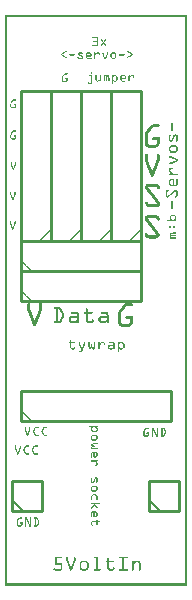
<source format=gto>
G04 MADE WITH FRITZING*
G04 WWW.FRITZING.ORG*
G04 DOUBLE SIDED*
G04 HOLES PLATED*
G04 CONTOUR ON CENTER OF CONTOUR VECTOR*
%ASAXBY*%
%FSLAX23Y23*%
%MOIN*%
%OFA0B0*%
%SFA1.0B1.0*%
%ADD10C,0.010000*%
%ADD11C,0.005000*%
%ADD12R,0.001000X0.001000*%
%LNSILK1*%
G90*
G70*
G54D10*
X53Y1051D02*
X453Y1051D01*
D02*
X453Y1051D02*
X453Y1151D01*
D02*
X453Y1151D02*
X53Y1151D01*
D02*
X53Y1151D02*
X53Y1051D01*
D02*
X53Y951D02*
X453Y951D01*
D02*
X453Y951D02*
X453Y1051D01*
D02*
X453Y1051D02*
X53Y1051D01*
D02*
X53Y1051D02*
X53Y951D01*
D02*
X453Y1151D02*
X453Y1651D01*
D02*
X453Y1651D02*
X353Y1651D01*
D02*
X353Y1651D02*
X353Y1151D01*
D02*
X353Y1151D02*
X453Y1151D01*
D02*
X353Y1151D02*
X353Y1651D01*
D02*
X353Y1651D02*
X253Y1651D01*
D02*
X253Y1651D02*
X253Y1151D01*
D02*
X253Y1151D02*
X353Y1151D01*
D02*
X253Y1151D02*
X253Y1651D01*
D02*
X253Y1651D02*
X153Y1651D01*
D02*
X153Y1651D02*
X153Y1151D01*
D02*
X153Y1151D02*
X253Y1151D01*
D02*
X153Y1151D02*
X153Y1651D01*
D02*
X153Y1651D02*
X53Y1651D01*
D02*
X53Y1651D02*
X53Y1151D01*
D02*
X53Y1151D02*
X153Y1151D01*
D02*
X53Y551D02*
X553Y551D01*
D02*
X553Y551D02*
X553Y651D01*
D02*
X553Y651D02*
X53Y651D01*
D02*
X53Y651D02*
X53Y551D01*
D02*
X25Y251D02*
X125Y251D01*
D02*
X125Y251D02*
X125Y351D01*
D02*
X125Y351D02*
X25Y351D01*
D02*
X25Y351D02*
X25Y251D01*
G54D11*
D02*
X60Y251D02*
X25Y286D01*
G54D10*
D02*
X481Y251D02*
X581Y251D01*
D02*
X581Y251D02*
X581Y351D01*
D02*
X581Y351D02*
X481Y351D01*
D02*
X481Y351D02*
X481Y251D01*
G54D11*
D02*
X516Y251D02*
X481Y286D01*
G54D12*
X0Y1904D02*
X608Y1904D01*
X0Y1903D02*
X608Y1903D01*
X0Y1902D02*
X608Y1902D01*
X0Y1901D02*
X608Y1901D01*
X0Y1900D02*
X608Y1900D01*
X0Y1899D02*
X608Y1899D01*
X0Y1898D02*
X608Y1898D01*
X0Y1897D02*
X608Y1897D01*
X0Y1896D02*
X7Y1896D01*
X601Y1896D02*
X608Y1896D01*
X0Y1895D02*
X7Y1895D01*
X601Y1895D02*
X608Y1895D01*
X0Y1894D02*
X7Y1894D01*
X601Y1894D02*
X608Y1894D01*
X0Y1893D02*
X7Y1893D01*
X601Y1893D02*
X608Y1893D01*
X0Y1892D02*
X7Y1892D01*
X601Y1892D02*
X608Y1892D01*
X0Y1891D02*
X7Y1891D01*
X601Y1891D02*
X608Y1891D01*
X0Y1890D02*
X7Y1890D01*
X601Y1890D02*
X608Y1890D01*
X0Y1889D02*
X7Y1889D01*
X601Y1889D02*
X608Y1889D01*
X0Y1888D02*
X7Y1888D01*
X601Y1888D02*
X608Y1888D01*
X0Y1887D02*
X7Y1887D01*
X601Y1887D02*
X608Y1887D01*
X0Y1886D02*
X7Y1886D01*
X601Y1886D02*
X608Y1886D01*
X0Y1885D02*
X7Y1885D01*
X601Y1885D02*
X608Y1885D01*
X0Y1884D02*
X7Y1884D01*
X601Y1884D02*
X608Y1884D01*
X0Y1883D02*
X7Y1883D01*
X601Y1883D02*
X608Y1883D01*
X0Y1882D02*
X7Y1882D01*
X601Y1882D02*
X608Y1882D01*
X0Y1881D02*
X7Y1881D01*
X601Y1881D02*
X608Y1881D01*
X0Y1880D02*
X7Y1880D01*
X601Y1880D02*
X608Y1880D01*
X0Y1879D02*
X7Y1879D01*
X601Y1879D02*
X608Y1879D01*
X0Y1878D02*
X7Y1878D01*
X601Y1878D02*
X608Y1878D01*
X0Y1877D02*
X7Y1877D01*
X601Y1877D02*
X608Y1877D01*
X0Y1876D02*
X7Y1876D01*
X601Y1876D02*
X608Y1876D01*
X0Y1875D02*
X7Y1875D01*
X601Y1875D02*
X608Y1875D01*
X0Y1874D02*
X7Y1874D01*
X601Y1874D02*
X608Y1874D01*
X0Y1873D02*
X7Y1873D01*
X601Y1873D02*
X608Y1873D01*
X0Y1872D02*
X7Y1872D01*
X601Y1872D02*
X608Y1872D01*
X0Y1871D02*
X7Y1871D01*
X601Y1871D02*
X608Y1871D01*
X0Y1870D02*
X7Y1870D01*
X601Y1870D02*
X608Y1870D01*
X0Y1869D02*
X7Y1869D01*
X601Y1869D02*
X608Y1869D01*
X0Y1868D02*
X7Y1868D01*
X601Y1868D02*
X608Y1868D01*
X0Y1867D02*
X7Y1867D01*
X601Y1867D02*
X608Y1867D01*
X0Y1866D02*
X7Y1866D01*
X601Y1866D02*
X608Y1866D01*
X0Y1865D02*
X7Y1865D01*
X601Y1865D02*
X608Y1865D01*
X0Y1864D02*
X7Y1864D01*
X601Y1864D02*
X608Y1864D01*
X0Y1863D02*
X7Y1863D01*
X601Y1863D02*
X608Y1863D01*
X0Y1862D02*
X7Y1862D01*
X601Y1862D02*
X608Y1862D01*
X0Y1861D02*
X7Y1861D01*
X601Y1861D02*
X608Y1861D01*
X0Y1860D02*
X7Y1860D01*
X601Y1860D02*
X608Y1860D01*
X0Y1859D02*
X7Y1859D01*
X601Y1859D02*
X608Y1859D01*
X0Y1858D02*
X7Y1858D01*
X601Y1858D02*
X608Y1858D01*
X0Y1857D02*
X7Y1857D01*
X601Y1857D02*
X608Y1857D01*
X0Y1856D02*
X7Y1856D01*
X601Y1856D02*
X608Y1856D01*
X0Y1855D02*
X7Y1855D01*
X601Y1855D02*
X608Y1855D01*
X0Y1854D02*
X7Y1854D01*
X601Y1854D02*
X608Y1854D01*
X0Y1853D02*
X7Y1853D01*
X601Y1853D02*
X608Y1853D01*
X0Y1852D02*
X7Y1852D01*
X601Y1852D02*
X608Y1852D01*
X0Y1851D02*
X7Y1851D01*
X601Y1851D02*
X608Y1851D01*
X0Y1850D02*
X7Y1850D01*
X601Y1850D02*
X608Y1850D01*
X0Y1849D02*
X7Y1849D01*
X601Y1849D02*
X608Y1849D01*
X0Y1848D02*
X7Y1848D01*
X601Y1848D02*
X608Y1848D01*
X0Y1847D02*
X7Y1847D01*
X601Y1847D02*
X608Y1847D01*
X0Y1846D02*
X7Y1846D01*
X601Y1846D02*
X608Y1846D01*
X0Y1845D02*
X7Y1845D01*
X601Y1845D02*
X608Y1845D01*
X0Y1844D02*
X7Y1844D01*
X601Y1844D02*
X608Y1844D01*
X0Y1843D02*
X7Y1843D01*
X601Y1843D02*
X608Y1843D01*
X0Y1842D02*
X7Y1842D01*
X601Y1842D02*
X608Y1842D01*
X0Y1841D02*
X7Y1841D01*
X601Y1841D02*
X608Y1841D01*
X0Y1840D02*
X7Y1840D01*
X601Y1840D02*
X608Y1840D01*
X0Y1839D02*
X7Y1839D01*
X601Y1839D02*
X608Y1839D01*
X0Y1838D02*
X7Y1838D01*
X601Y1838D02*
X608Y1838D01*
X0Y1837D02*
X7Y1837D01*
X601Y1837D02*
X608Y1837D01*
X0Y1836D02*
X7Y1836D01*
X601Y1836D02*
X608Y1836D01*
X0Y1835D02*
X7Y1835D01*
X601Y1835D02*
X608Y1835D01*
X0Y1834D02*
X7Y1834D01*
X601Y1834D02*
X608Y1834D01*
X0Y1833D02*
X7Y1833D01*
X601Y1833D02*
X608Y1833D01*
X0Y1832D02*
X7Y1832D01*
X601Y1832D02*
X608Y1832D01*
X0Y1831D02*
X7Y1831D01*
X601Y1831D02*
X608Y1831D01*
X0Y1830D02*
X7Y1830D01*
X601Y1830D02*
X608Y1830D01*
X0Y1829D02*
X7Y1829D01*
X293Y1829D02*
X309Y1829D01*
X601Y1829D02*
X608Y1829D01*
X0Y1828D02*
X7Y1828D01*
X293Y1828D02*
X310Y1828D01*
X601Y1828D02*
X608Y1828D01*
X0Y1827D02*
X7Y1827D01*
X293Y1827D02*
X311Y1827D01*
X601Y1827D02*
X608Y1827D01*
X0Y1826D02*
X7Y1826D01*
X307Y1826D02*
X311Y1826D01*
X601Y1826D02*
X608Y1826D01*
X0Y1825D02*
X7Y1825D01*
X308Y1825D02*
X311Y1825D01*
X601Y1825D02*
X608Y1825D01*
X0Y1824D02*
X7Y1824D01*
X308Y1824D02*
X311Y1824D01*
X601Y1824D02*
X608Y1824D01*
X0Y1823D02*
X7Y1823D01*
X308Y1823D02*
X311Y1823D01*
X601Y1823D02*
X608Y1823D01*
X0Y1822D02*
X7Y1822D01*
X308Y1822D02*
X311Y1822D01*
X601Y1822D02*
X608Y1822D01*
X0Y1821D02*
X7Y1821D01*
X308Y1821D02*
X311Y1821D01*
X321Y1821D02*
X323Y1821D01*
X336Y1821D02*
X338Y1821D01*
X601Y1821D02*
X608Y1821D01*
X0Y1820D02*
X7Y1820D01*
X308Y1820D02*
X311Y1820D01*
X321Y1820D02*
X324Y1820D01*
X335Y1820D02*
X338Y1820D01*
X601Y1820D02*
X608Y1820D01*
X0Y1819D02*
X7Y1819D01*
X308Y1819D02*
X311Y1819D01*
X321Y1819D02*
X325Y1819D01*
X334Y1819D02*
X338Y1819D01*
X601Y1819D02*
X608Y1819D01*
X0Y1818D02*
X7Y1818D01*
X308Y1818D02*
X311Y1818D01*
X322Y1818D02*
X326Y1818D01*
X333Y1818D02*
X337Y1818D01*
X601Y1818D02*
X608Y1818D01*
X0Y1817D02*
X7Y1817D01*
X306Y1817D02*
X310Y1817D01*
X322Y1817D02*
X326Y1817D01*
X332Y1817D02*
X336Y1817D01*
X601Y1817D02*
X608Y1817D01*
X0Y1816D02*
X7Y1816D01*
X297Y1816D02*
X310Y1816D01*
X323Y1816D02*
X327Y1816D01*
X331Y1816D02*
X335Y1816D01*
X601Y1816D02*
X608Y1816D01*
X0Y1815D02*
X7Y1815D01*
X296Y1815D02*
X309Y1815D01*
X324Y1815D02*
X328Y1815D01*
X331Y1815D02*
X335Y1815D01*
X601Y1815D02*
X608Y1815D01*
X0Y1814D02*
X7Y1814D01*
X297Y1814D02*
X310Y1814D01*
X325Y1814D02*
X334Y1814D01*
X601Y1814D02*
X608Y1814D01*
X0Y1813D02*
X7Y1813D01*
X299Y1813D02*
X310Y1813D01*
X326Y1813D02*
X333Y1813D01*
X601Y1813D02*
X608Y1813D01*
X0Y1812D02*
X7Y1812D01*
X308Y1812D02*
X311Y1812D01*
X327Y1812D02*
X332Y1812D01*
X601Y1812D02*
X608Y1812D01*
X0Y1811D02*
X7Y1811D01*
X308Y1811D02*
X311Y1811D01*
X327Y1811D02*
X332Y1811D01*
X601Y1811D02*
X608Y1811D01*
X0Y1810D02*
X7Y1810D01*
X308Y1810D02*
X311Y1810D01*
X326Y1810D02*
X332Y1810D01*
X601Y1810D02*
X608Y1810D01*
X0Y1809D02*
X7Y1809D01*
X308Y1809D02*
X311Y1809D01*
X326Y1809D02*
X333Y1809D01*
X601Y1809D02*
X608Y1809D01*
X0Y1808D02*
X7Y1808D01*
X308Y1808D02*
X311Y1808D01*
X325Y1808D02*
X334Y1808D01*
X601Y1808D02*
X608Y1808D01*
X0Y1807D02*
X7Y1807D01*
X308Y1807D02*
X311Y1807D01*
X324Y1807D02*
X328Y1807D01*
X331Y1807D02*
X335Y1807D01*
X601Y1807D02*
X608Y1807D01*
X0Y1806D02*
X7Y1806D01*
X308Y1806D02*
X311Y1806D01*
X323Y1806D02*
X327Y1806D01*
X332Y1806D02*
X336Y1806D01*
X601Y1806D02*
X608Y1806D01*
X0Y1805D02*
X7Y1805D01*
X308Y1805D02*
X311Y1805D01*
X322Y1805D02*
X326Y1805D01*
X332Y1805D02*
X336Y1805D01*
X601Y1805D02*
X608Y1805D01*
X0Y1804D02*
X7Y1804D01*
X308Y1804D02*
X311Y1804D01*
X321Y1804D02*
X326Y1804D01*
X333Y1804D02*
X337Y1804D01*
X601Y1804D02*
X608Y1804D01*
X0Y1803D02*
X7Y1803D01*
X293Y1803D02*
X311Y1803D01*
X321Y1803D02*
X325Y1803D01*
X334Y1803D02*
X338Y1803D01*
X601Y1803D02*
X608Y1803D01*
X0Y1802D02*
X7Y1802D01*
X293Y1802D02*
X310Y1802D01*
X320Y1802D02*
X324Y1802D01*
X335Y1802D02*
X338Y1802D01*
X601Y1802D02*
X608Y1802D01*
X0Y1801D02*
X7Y1801D01*
X293Y1801D02*
X309Y1801D01*
X321Y1801D02*
X323Y1801D01*
X336Y1801D02*
X338Y1801D01*
X601Y1801D02*
X608Y1801D01*
X0Y1800D02*
X7Y1800D01*
X294Y1800D02*
X307Y1800D01*
X601Y1800D02*
X608Y1800D01*
X0Y1799D02*
X7Y1799D01*
X601Y1799D02*
X608Y1799D01*
X0Y1798D02*
X7Y1798D01*
X601Y1798D02*
X608Y1798D01*
X0Y1797D02*
X7Y1797D01*
X601Y1797D02*
X608Y1797D01*
X0Y1796D02*
X7Y1796D01*
X601Y1796D02*
X608Y1796D01*
X0Y1795D02*
X7Y1795D01*
X601Y1795D02*
X608Y1795D01*
X0Y1794D02*
X7Y1794D01*
X601Y1794D02*
X608Y1794D01*
X0Y1793D02*
X7Y1793D01*
X601Y1793D02*
X608Y1793D01*
X0Y1792D02*
X7Y1792D01*
X601Y1792D02*
X608Y1792D01*
X0Y1791D02*
X7Y1791D01*
X601Y1791D02*
X608Y1791D01*
X0Y1790D02*
X7Y1790D01*
X601Y1790D02*
X608Y1790D01*
X0Y1789D02*
X7Y1789D01*
X601Y1789D02*
X608Y1789D01*
X0Y1788D02*
X7Y1788D01*
X601Y1788D02*
X608Y1788D01*
X0Y1787D02*
X7Y1787D01*
X601Y1787D02*
X608Y1787D01*
X0Y1786D02*
X7Y1786D01*
X601Y1786D02*
X608Y1786D01*
X0Y1785D02*
X7Y1785D01*
X601Y1785D02*
X608Y1785D01*
X0Y1784D02*
X7Y1784D01*
X601Y1784D02*
X608Y1784D01*
X0Y1783D02*
X7Y1783D01*
X204Y1783D02*
X205Y1783D01*
X410Y1783D02*
X411Y1783D01*
X601Y1783D02*
X608Y1783D01*
X0Y1782D02*
X7Y1782D01*
X202Y1782D02*
X206Y1782D01*
X409Y1782D02*
X412Y1782D01*
X601Y1782D02*
X608Y1782D01*
X0Y1781D02*
X7Y1781D01*
X200Y1781D02*
X206Y1781D01*
X409Y1781D02*
X414Y1781D01*
X601Y1781D02*
X608Y1781D01*
X0Y1780D02*
X7Y1780D01*
X199Y1780D02*
X205Y1780D01*
X409Y1780D02*
X416Y1780D01*
X601Y1780D02*
X608Y1780D01*
X0Y1779D02*
X7Y1779D01*
X197Y1779D02*
X204Y1779D01*
X411Y1779D02*
X417Y1779D01*
X601Y1779D02*
X608Y1779D01*
X0Y1778D02*
X7Y1778D01*
X195Y1778D02*
X202Y1778D01*
X247Y1778D02*
X258Y1778D01*
X276Y1778D02*
X284Y1778D01*
X299Y1778D02*
X300Y1778D01*
X307Y1778D02*
X313Y1778D01*
X327Y1778D02*
X328Y1778D01*
X342Y1778D02*
X343Y1778D01*
X359Y1778D02*
X366Y1778D01*
X412Y1778D02*
X419Y1778D01*
X601Y1778D02*
X608Y1778D01*
X0Y1777D02*
X7Y1777D01*
X194Y1777D02*
X200Y1777D01*
X245Y1777D02*
X259Y1777D01*
X274Y1777D02*
X285Y1777D01*
X298Y1777D02*
X301Y1777D01*
X305Y1777D02*
X314Y1777D01*
X326Y1777D02*
X329Y1777D01*
X341Y1777D02*
X344Y1777D01*
X357Y1777D02*
X368Y1777D01*
X414Y1777D02*
X421Y1777D01*
X601Y1777D02*
X608Y1777D01*
X0Y1776D02*
X7Y1776D01*
X192Y1776D02*
X199Y1776D01*
X244Y1776D02*
X260Y1776D01*
X273Y1776D02*
X286Y1776D01*
X298Y1776D02*
X301Y1776D01*
X304Y1776D02*
X315Y1776D01*
X326Y1776D02*
X329Y1776D01*
X341Y1776D02*
X344Y1776D01*
X356Y1776D02*
X369Y1776D01*
X416Y1776D02*
X423Y1776D01*
X601Y1776D02*
X608Y1776D01*
X0Y1775D02*
X7Y1775D01*
X190Y1775D02*
X197Y1775D01*
X244Y1775D02*
X261Y1775D01*
X272Y1775D02*
X287Y1775D01*
X298Y1775D02*
X301Y1775D01*
X303Y1775D02*
X316Y1775D01*
X326Y1775D02*
X329Y1775D01*
X341Y1775D02*
X344Y1775D01*
X355Y1775D02*
X370Y1775D01*
X418Y1775D02*
X424Y1775D01*
X601Y1775D02*
X608Y1775D01*
X0Y1774D02*
X7Y1774D01*
X189Y1774D02*
X195Y1774D01*
X243Y1774D02*
X247Y1774D01*
X258Y1774D02*
X260Y1774D01*
X271Y1774D02*
X275Y1774D01*
X284Y1774D02*
X288Y1774D01*
X298Y1774D02*
X307Y1774D01*
X313Y1774D02*
X316Y1774D01*
X326Y1774D02*
X329Y1774D01*
X341Y1774D02*
X344Y1774D01*
X354Y1774D02*
X358Y1774D01*
X367Y1774D02*
X371Y1774D01*
X419Y1774D02*
X426Y1774D01*
X601Y1774D02*
X608Y1774D01*
X0Y1773D02*
X7Y1773D01*
X188Y1773D02*
X194Y1773D01*
X216Y1773D02*
X233Y1773D01*
X243Y1773D02*
X246Y1773D01*
X259Y1773D02*
X259Y1773D01*
X271Y1773D02*
X274Y1773D01*
X285Y1773D02*
X288Y1773D01*
X298Y1773D02*
X306Y1773D01*
X313Y1773D02*
X316Y1773D01*
X326Y1773D02*
X329Y1773D01*
X341Y1773D02*
X344Y1773D01*
X354Y1773D02*
X357Y1773D01*
X368Y1773D02*
X371Y1773D01*
X382Y1773D02*
X398Y1773D01*
X421Y1773D02*
X427Y1773D01*
X601Y1773D02*
X608Y1773D01*
X0Y1772D02*
X7Y1772D01*
X188Y1772D02*
X192Y1772D01*
X215Y1772D02*
X233Y1772D01*
X244Y1772D02*
X248Y1772D01*
X271Y1772D02*
X274Y1772D01*
X286Y1772D02*
X289Y1772D01*
X298Y1772D02*
X305Y1772D01*
X313Y1772D02*
X316Y1772D01*
X326Y1772D02*
X329Y1772D01*
X340Y1772D02*
X344Y1772D01*
X354Y1772D02*
X357Y1772D01*
X369Y1772D02*
X372Y1772D01*
X381Y1772D02*
X399Y1772D01*
X423Y1772D02*
X427Y1772D01*
X601Y1772D02*
X608Y1772D01*
X0Y1771D02*
X7Y1771D01*
X188Y1771D02*
X192Y1771D01*
X215Y1771D02*
X233Y1771D01*
X244Y1771D02*
X250Y1771D01*
X271Y1771D02*
X273Y1771D01*
X286Y1771D02*
X289Y1771D01*
X298Y1771D02*
X303Y1771D01*
X314Y1771D02*
X316Y1771D01*
X327Y1771D02*
X330Y1771D01*
X340Y1771D02*
X343Y1771D01*
X353Y1771D02*
X356Y1771D01*
X369Y1771D02*
X372Y1771D01*
X381Y1771D02*
X399Y1771D01*
X423Y1771D02*
X427Y1771D01*
X601Y1771D02*
X608Y1771D01*
X0Y1770D02*
X7Y1770D01*
X188Y1770D02*
X194Y1770D01*
X215Y1770D02*
X233Y1770D01*
X245Y1770D02*
X253Y1770D01*
X271Y1770D02*
X273Y1770D01*
X286Y1770D02*
X289Y1770D01*
X298Y1770D02*
X302Y1770D01*
X314Y1770D02*
X315Y1770D01*
X327Y1770D02*
X330Y1770D01*
X340Y1770D02*
X343Y1770D01*
X353Y1770D02*
X356Y1770D01*
X369Y1770D02*
X372Y1770D01*
X381Y1770D02*
X399Y1770D01*
X421Y1770D02*
X427Y1770D01*
X601Y1770D02*
X608Y1770D01*
X0Y1769D02*
X7Y1769D01*
X189Y1769D02*
X195Y1769D01*
X216Y1769D02*
X233Y1769D01*
X246Y1769D02*
X255Y1769D01*
X271Y1769D02*
X273Y1769D01*
X286Y1769D02*
X289Y1769D01*
X298Y1769D02*
X301Y1769D01*
X327Y1769D02*
X331Y1769D01*
X339Y1769D02*
X342Y1769D01*
X353Y1769D02*
X356Y1769D01*
X369Y1769D02*
X372Y1769D01*
X381Y1769D02*
X399Y1769D01*
X419Y1769D02*
X426Y1769D01*
X601Y1769D02*
X608Y1769D01*
X0Y1768D02*
X7Y1768D01*
X190Y1768D02*
X197Y1768D01*
X217Y1768D02*
X232Y1768D01*
X248Y1768D02*
X257Y1768D01*
X271Y1768D02*
X289Y1768D01*
X298Y1768D02*
X301Y1768D01*
X328Y1768D02*
X331Y1768D01*
X339Y1768D02*
X342Y1768D01*
X353Y1768D02*
X356Y1768D01*
X369Y1768D02*
X372Y1768D01*
X383Y1768D02*
X397Y1768D01*
X417Y1768D02*
X424Y1768D01*
X601Y1768D02*
X608Y1768D01*
X0Y1767D02*
X7Y1767D01*
X192Y1767D02*
X199Y1767D01*
X251Y1767D02*
X259Y1767D01*
X271Y1767D02*
X289Y1767D01*
X298Y1767D02*
X301Y1767D01*
X328Y1767D02*
X332Y1767D01*
X338Y1767D02*
X341Y1767D01*
X353Y1767D02*
X356Y1767D01*
X369Y1767D02*
X372Y1767D01*
X416Y1767D02*
X422Y1767D01*
X601Y1767D02*
X608Y1767D01*
X0Y1766D02*
X7Y1766D01*
X194Y1766D02*
X200Y1766D01*
X253Y1766D02*
X260Y1766D01*
X271Y1766D02*
X289Y1766D01*
X298Y1766D02*
X301Y1766D01*
X329Y1766D02*
X332Y1766D01*
X338Y1766D02*
X341Y1766D01*
X353Y1766D02*
X356Y1766D01*
X369Y1766D02*
X372Y1766D01*
X414Y1766D02*
X421Y1766D01*
X601Y1766D02*
X608Y1766D01*
X0Y1765D02*
X7Y1765D01*
X195Y1765D02*
X202Y1765D01*
X255Y1765D02*
X260Y1765D01*
X271Y1765D02*
X288Y1765D01*
X298Y1765D02*
X301Y1765D01*
X329Y1765D02*
X332Y1765D01*
X337Y1765D02*
X341Y1765D01*
X353Y1765D02*
X356Y1765D01*
X369Y1765D02*
X372Y1765D01*
X412Y1765D02*
X419Y1765D01*
X601Y1765D02*
X608Y1765D01*
X0Y1764D02*
X7Y1764D01*
X197Y1764D02*
X204Y1764D01*
X257Y1764D02*
X261Y1764D01*
X271Y1764D02*
X273Y1764D01*
X298Y1764D02*
X301Y1764D01*
X330Y1764D02*
X333Y1764D01*
X337Y1764D02*
X340Y1764D01*
X353Y1764D02*
X356Y1764D01*
X369Y1764D02*
X372Y1764D01*
X411Y1764D02*
X417Y1764D01*
X601Y1764D02*
X608Y1764D01*
X0Y1763D02*
X7Y1763D01*
X199Y1763D02*
X205Y1763D01*
X258Y1763D02*
X261Y1763D01*
X271Y1763D02*
X274Y1763D01*
X298Y1763D02*
X301Y1763D01*
X330Y1763D02*
X333Y1763D01*
X336Y1763D02*
X340Y1763D01*
X354Y1763D02*
X357Y1763D01*
X369Y1763D02*
X372Y1763D01*
X409Y1763D02*
X416Y1763D01*
X601Y1763D02*
X608Y1763D01*
X0Y1762D02*
X7Y1762D01*
X201Y1762D02*
X206Y1762D01*
X258Y1762D02*
X261Y1762D01*
X271Y1762D02*
X274Y1762D01*
X298Y1762D02*
X301Y1762D01*
X331Y1762D02*
X334Y1762D01*
X336Y1762D02*
X339Y1762D01*
X354Y1762D02*
X357Y1762D01*
X368Y1762D02*
X371Y1762D01*
X409Y1762D02*
X414Y1762D01*
X601Y1762D02*
X608Y1762D01*
X0Y1761D02*
X7Y1761D01*
X202Y1761D02*
X206Y1761D01*
X243Y1761D02*
X246Y1761D01*
X257Y1761D02*
X261Y1761D01*
X271Y1761D02*
X275Y1761D01*
X298Y1761D02*
X301Y1761D01*
X331Y1761D02*
X339Y1761D01*
X354Y1761D02*
X358Y1761D01*
X367Y1761D02*
X371Y1761D01*
X409Y1761D02*
X412Y1761D01*
X601Y1761D02*
X608Y1761D01*
X0Y1760D02*
X7Y1760D01*
X204Y1760D02*
X205Y1760D01*
X243Y1760D02*
X260Y1760D01*
X272Y1760D02*
X288Y1760D01*
X298Y1760D02*
X301Y1760D01*
X331Y1760D02*
X338Y1760D01*
X355Y1760D02*
X370Y1760D01*
X410Y1760D02*
X410Y1760D01*
X601Y1760D02*
X608Y1760D01*
X0Y1759D02*
X7Y1759D01*
X243Y1759D02*
X260Y1759D01*
X273Y1759D02*
X289Y1759D01*
X298Y1759D02*
X301Y1759D01*
X332Y1759D02*
X338Y1759D01*
X356Y1759D02*
X369Y1759D01*
X601Y1759D02*
X608Y1759D01*
X0Y1758D02*
X7Y1758D01*
X245Y1758D02*
X259Y1758D01*
X274Y1758D02*
X289Y1758D01*
X298Y1758D02*
X301Y1758D01*
X332Y1758D02*
X337Y1758D01*
X357Y1758D02*
X368Y1758D01*
X601Y1758D02*
X608Y1758D01*
X0Y1757D02*
X7Y1757D01*
X246Y1757D02*
X257Y1757D01*
X275Y1757D02*
X288Y1757D01*
X299Y1757D02*
X300Y1757D01*
X333Y1757D02*
X337Y1757D01*
X358Y1757D02*
X367Y1757D01*
X601Y1757D02*
X608Y1757D01*
X0Y1756D02*
X7Y1756D01*
X601Y1756D02*
X608Y1756D01*
X0Y1755D02*
X7Y1755D01*
X601Y1755D02*
X608Y1755D01*
X0Y1754D02*
X7Y1754D01*
X601Y1754D02*
X608Y1754D01*
X0Y1753D02*
X7Y1753D01*
X601Y1753D02*
X608Y1753D01*
X0Y1752D02*
X7Y1752D01*
X601Y1752D02*
X608Y1752D01*
X0Y1751D02*
X7Y1751D01*
X601Y1751D02*
X608Y1751D01*
X0Y1750D02*
X7Y1750D01*
X601Y1750D02*
X608Y1750D01*
X0Y1749D02*
X7Y1749D01*
X601Y1749D02*
X608Y1749D01*
X0Y1748D02*
X7Y1748D01*
X601Y1748D02*
X608Y1748D01*
X0Y1747D02*
X7Y1747D01*
X601Y1747D02*
X608Y1747D01*
X0Y1746D02*
X7Y1746D01*
X601Y1746D02*
X608Y1746D01*
X0Y1745D02*
X7Y1745D01*
X601Y1745D02*
X608Y1745D01*
X0Y1744D02*
X7Y1744D01*
X601Y1744D02*
X608Y1744D01*
X0Y1743D02*
X7Y1743D01*
X601Y1743D02*
X608Y1743D01*
X0Y1742D02*
X7Y1742D01*
X601Y1742D02*
X608Y1742D01*
X0Y1741D02*
X7Y1741D01*
X601Y1741D02*
X608Y1741D01*
X0Y1740D02*
X7Y1740D01*
X601Y1740D02*
X608Y1740D01*
X0Y1739D02*
X7Y1739D01*
X601Y1739D02*
X608Y1739D01*
X0Y1738D02*
X7Y1738D01*
X601Y1738D02*
X608Y1738D01*
X0Y1737D02*
X7Y1737D01*
X601Y1737D02*
X608Y1737D01*
X0Y1736D02*
X7Y1736D01*
X601Y1736D02*
X608Y1736D01*
X0Y1735D02*
X7Y1735D01*
X601Y1735D02*
X608Y1735D01*
X0Y1734D02*
X7Y1734D01*
X601Y1734D02*
X608Y1734D01*
X0Y1733D02*
X7Y1733D01*
X601Y1733D02*
X608Y1733D01*
X0Y1732D02*
X7Y1732D01*
X601Y1732D02*
X608Y1732D01*
X0Y1731D02*
X7Y1731D01*
X601Y1731D02*
X608Y1731D01*
X0Y1730D02*
X7Y1730D01*
X601Y1730D02*
X608Y1730D01*
X0Y1729D02*
X7Y1729D01*
X601Y1729D02*
X608Y1729D01*
X0Y1728D02*
X7Y1728D01*
X601Y1728D02*
X608Y1728D01*
X0Y1727D02*
X7Y1727D01*
X601Y1727D02*
X608Y1727D01*
X0Y1726D02*
X7Y1726D01*
X601Y1726D02*
X608Y1726D01*
X0Y1725D02*
X7Y1725D01*
X601Y1725D02*
X608Y1725D01*
X0Y1724D02*
X7Y1724D01*
X601Y1724D02*
X608Y1724D01*
X0Y1723D02*
X7Y1723D01*
X601Y1723D02*
X608Y1723D01*
X0Y1722D02*
X7Y1722D01*
X601Y1722D02*
X608Y1722D01*
X0Y1721D02*
X7Y1721D01*
X601Y1721D02*
X608Y1721D01*
X0Y1720D02*
X7Y1720D01*
X601Y1720D02*
X608Y1720D01*
X0Y1719D02*
X7Y1719D01*
X601Y1719D02*
X608Y1719D01*
X0Y1718D02*
X7Y1718D01*
X601Y1718D02*
X608Y1718D01*
X0Y1717D02*
X7Y1717D01*
X601Y1717D02*
X608Y1717D01*
X0Y1716D02*
X7Y1716D01*
X601Y1716D02*
X608Y1716D01*
X0Y1715D02*
X7Y1715D01*
X601Y1715D02*
X608Y1715D01*
X0Y1714D02*
X7Y1714D01*
X601Y1714D02*
X608Y1714D01*
X0Y1713D02*
X7Y1713D01*
X601Y1713D02*
X608Y1713D01*
X0Y1712D02*
X7Y1712D01*
X287Y1712D02*
X291Y1712D01*
X601Y1712D02*
X608Y1712D01*
X0Y1711D02*
X7Y1711D01*
X287Y1711D02*
X291Y1711D01*
X601Y1711D02*
X608Y1711D01*
X0Y1710D02*
X7Y1710D01*
X287Y1710D02*
X291Y1710D01*
X601Y1710D02*
X608Y1710D01*
X0Y1709D02*
X7Y1709D01*
X287Y1709D02*
X291Y1709D01*
X601Y1709D02*
X608Y1709D01*
X0Y1708D02*
X7Y1708D01*
X200Y1708D02*
X209Y1708D01*
X287Y1708D02*
X291Y1708D01*
X601Y1708D02*
X608Y1708D01*
X0Y1707D02*
X7Y1707D01*
X198Y1707D02*
X209Y1707D01*
X601Y1707D02*
X608Y1707D01*
X0Y1706D02*
X7Y1706D01*
X197Y1706D02*
X209Y1706D01*
X601Y1706D02*
X608Y1706D01*
X0Y1705D02*
X7Y1705D01*
X197Y1705D02*
X208Y1705D01*
X601Y1705D02*
X608Y1705D01*
X0Y1704D02*
X7Y1704D01*
X196Y1704D02*
X200Y1704D01*
X601Y1704D02*
X608Y1704D01*
X0Y1703D02*
X7Y1703D01*
X195Y1703D02*
X199Y1703D01*
X359Y1703D02*
X360Y1703D01*
X365Y1703D02*
X370Y1703D01*
X601Y1703D02*
X608Y1703D01*
X0Y1702D02*
X7Y1702D01*
X194Y1702D02*
X198Y1702D01*
X281Y1702D02*
X291Y1702D01*
X303Y1702D02*
X305Y1702D01*
X319Y1702D02*
X321Y1702D01*
X331Y1702D02*
X333Y1702D01*
X335Y1702D02*
X339Y1702D01*
X342Y1702D02*
X346Y1702D01*
X358Y1702D02*
X361Y1702D01*
X363Y1702D02*
X371Y1702D01*
X390Y1702D02*
X400Y1702D01*
X414Y1702D02*
X416Y1702D01*
X421Y1702D02*
X429Y1702D01*
X601Y1702D02*
X608Y1702D01*
X0Y1701D02*
X7Y1701D01*
X194Y1701D02*
X198Y1701D01*
X281Y1701D02*
X291Y1701D01*
X303Y1701D02*
X306Y1701D01*
X318Y1701D02*
X321Y1701D01*
X330Y1701D02*
X347Y1701D01*
X358Y1701D02*
X372Y1701D01*
X389Y1701D02*
X401Y1701D01*
X414Y1701D02*
X416Y1701D01*
X420Y1701D02*
X430Y1701D01*
X601Y1701D02*
X608Y1701D01*
X0Y1700D02*
X7Y1700D01*
X193Y1700D02*
X197Y1700D01*
X281Y1700D02*
X291Y1700D01*
X303Y1700D02*
X306Y1700D01*
X318Y1700D02*
X321Y1700D01*
X330Y1700D02*
X348Y1700D01*
X358Y1700D02*
X374Y1700D01*
X388Y1700D02*
X402Y1700D01*
X413Y1700D02*
X416Y1700D01*
X419Y1700D02*
X431Y1700D01*
X601Y1700D02*
X608Y1700D01*
X0Y1699D02*
X7Y1699D01*
X192Y1699D02*
X196Y1699D01*
X282Y1699D02*
X291Y1699D01*
X303Y1699D02*
X306Y1699D01*
X318Y1699D02*
X321Y1699D01*
X330Y1699D02*
X348Y1699D01*
X358Y1699D02*
X365Y1699D01*
X370Y1699D02*
X375Y1699D01*
X387Y1699D02*
X403Y1699D01*
X413Y1699D02*
X431Y1699D01*
X601Y1699D02*
X608Y1699D01*
X0Y1698D02*
X7Y1698D01*
X192Y1698D02*
X195Y1698D01*
X289Y1698D02*
X291Y1698D01*
X303Y1698D02*
X306Y1698D01*
X318Y1698D02*
X321Y1698D01*
X330Y1698D02*
X335Y1698D01*
X338Y1698D02*
X343Y1698D01*
X345Y1698D02*
X348Y1698D01*
X358Y1698D02*
X364Y1698D01*
X371Y1698D02*
X375Y1698D01*
X386Y1698D02*
X390Y1698D01*
X400Y1698D02*
X404Y1698D01*
X413Y1698D02*
X422Y1698D01*
X428Y1698D02*
X431Y1698D01*
X601Y1698D02*
X608Y1698D01*
X0Y1697D02*
X7Y1697D01*
X191Y1697D02*
X195Y1697D01*
X289Y1697D02*
X291Y1697D01*
X303Y1697D02*
X306Y1697D01*
X318Y1697D02*
X321Y1697D01*
X330Y1697D02*
X334Y1697D01*
X338Y1697D02*
X341Y1697D01*
X346Y1697D02*
X348Y1697D01*
X358Y1697D02*
X363Y1697D01*
X372Y1697D02*
X376Y1697D01*
X386Y1697D02*
X389Y1697D01*
X401Y1697D02*
X404Y1697D01*
X413Y1697D02*
X421Y1697D01*
X429Y1697D02*
X432Y1697D01*
X601Y1697D02*
X608Y1697D01*
X0Y1696D02*
X7Y1696D01*
X191Y1696D02*
X194Y1696D01*
X289Y1696D02*
X291Y1696D01*
X303Y1696D02*
X306Y1696D01*
X318Y1696D02*
X321Y1696D01*
X330Y1696D02*
X333Y1696D01*
X338Y1696D02*
X341Y1696D01*
X346Y1696D02*
X348Y1696D01*
X358Y1696D02*
X362Y1696D01*
X373Y1696D02*
X376Y1696D01*
X386Y1696D02*
X389Y1696D01*
X401Y1696D02*
X404Y1696D01*
X413Y1696D02*
X419Y1696D01*
X429Y1696D02*
X432Y1696D01*
X601Y1696D02*
X608Y1696D01*
X0Y1695D02*
X7Y1695D01*
X191Y1695D02*
X194Y1695D01*
X289Y1695D02*
X291Y1695D01*
X303Y1695D02*
X306Y1695D01*
X318Y1695D02*
X321Y1695D01*
X330Y1695D02*
X333Y1695D01*
X338Y1695D02*
X341Y1695D01*
X346Y1695D02*
X348Y1695D01*
X358Y1695D02*
X361Y1695D01*
X373Y1695D02*
X376Y1695D01*
X386Y1695D02*
X389Y1695D01*
X401Y1695D02*
X404Y1695D01*
X413Y1695D02*
X418Y1695D01*
X429Y1695D02*
X431Y1695D01*
X601Y1695D02*
X608Y1695D01*
X0Y1694D02*
X7Y1694D01*
X191Y1694D02*
X194Y1694D01*
X289Y1694D02*
X291Y1694D01*
X303Y1694D02*
X306Y1694D01*
X318Y1694D02*
X321Y1694D01*
X330Y1694D02*
X333Y1694D01*
X338Y1694D02*
X341Y1694D01*
X346Y1694D02*
X349Y1694D01*
X358Y1694D02*
X361Y1694D01*
X373Y1694D02*
X376Y1694D01*
X386Y1694D02*
X389Y1694D01*
X401Y1694D02*
X404Y1694D01*
X413Y1694D02*
X417Y1694D01*
X601Y1694D02*
X608Y1694D01*
X0Y1693D02*
X7Y1693D01*
X191Y1693D02*
X194Y1693D01*
X289Y1693D02*
X291Y1693D01*
X303Y1693D02*
X306Y1693D01*
X318Y1693D02*
X321Y1693D01*
X330Y1693D02*
X333Y1693D01*
X338Y1693D02*
X341Y1693D01*
X346Y1693D02*
X349Y1693D01*
X358Y1693D02*
X361Y1693D01*
X373Y1693D02*
X376Y1693D01*
X386Y1693D02*
X404Y1693D01*
X413Y1693D02*
X416Y1693D01*
X601Y1693D02*
X608Y1693D01*
X0Y1692D02*
X7Y1692D01*
X191Y1692D02*
X194Y1692D01*
X202Y1692D02*
X209Y1692D01*
X289Y1692D02*
X291Y1692D01*
X303Y1692D02*
X306Y1692D01*
X318Y1692D02*
X321Y1692D01*
X330Y1692D02*
X333Y1692D01*
X338Y1692D02*
X341Y1692D01*
X346Y1692D02*
X349Y1692D01*
X358Y1692D02*
X361Y1692D01*
X373Y1692D02*
X376Y1692D01*
X386Y1692D02*
X404Y1692D01*
X413Y1692D02*
X416Y1692D01*
X601Y1692D02*
X608Y1692D01*
X0Y1691D02*
X7Y1691D01*
X191Y1691D02*
X194Y1691D01*
X201Y1691D02*
X209Y1691D01*
X289Y1691D02*
X291Y1691D01*
X303Y1691D02*
X306Y1691D01*
X318Y1691D02*
X321Y1691D01*
X330Y1691D02*
X333Y1691D01*
X338Y1691D02*
X341Y1691D01*
X346Y1691D02*
X349Y1691D01*
X358Y1691D02*
X361Y1691D01*
X373Y1691D02*
X376Y1691D01*
X386Y1691D02*
X404Y1691D01*
X413Y1691D02*
X416Y1691D01*
X601Y1691D02*
X608Y1691D01*
X0Y1690D02*
X7Y1690D01*
X191Y1690D02*
X194Y1690D01*
X201Y1690D02*
X209Y1690D01*
X289Y1690D02*
X291Y1690D01*
X303Y1690D02*
X306Y1690D01*
X318Y1690D02*
X321Y1690D01*
X330Y1690D02*
X333Y1690D01*
X338Y1690D02*
X341Y1690D01*
X346Y1690D02*
X349Y1690D01*
X358Y1690D02*
X361Y1690D01*
X373Y1690D02*
X376Y1690D01*
X386Y1690D02*
X404Y1690D01*
X413Y1690D02*
X416Y1690D01*
X601Y1690D02*
X608Y1690D01*
X0Y1689D02*
X7Y1689D01*
X191Y1689D02*
X194Y1689D01*
X201Y1689D02*
X209Y1689D01*
X289Y1689D02*
X291Y1689D01*
X303Y1689D02*
X306Y1689D01*
X318Y1689D02*
X321Y1689D01*
X330Y1689D02*
X333Y1689D01*
X338Y1689D02*
X341Y1689D01*
X346Y1689D02*
X349Y1689D01*
X358Y1689D02*
X361Y1689D01*
X373Y1689D02*
X376Y1689D01*
X386Y1689D02*
X389Y1689D01*
X413Y1689D02*
X416Y1689D01*
X601Y1689D02*
X608Y1689D01*
X0Y1688D02*
X7Y1688D01*
X191Y1688D02*
X194Y1688D01*
X206Y1688D02*
X209Y1688D01*
X289Y1688D02*
X291Y1688D01*
X303Y1688D02*
X306Y1688D01*
X317Y1688D02*
X321Y1688D01*
X330Y1688D02*
X333Y1688D01*
X338Y1688D02*
X341Y1688D01*
X346Y1688D02*
X349Y1688D01*
X358Y1688D02*
X362Y1688D01*
X373Y1688D02*
X376Y1688D01*
X386Y1688D02*
X389Y1688D01*
X413Y1688D02*
X416Y1688D01*
X601Y1688D02*
X608Y1688D01*
X0Y1687D02*
X7Y1687D01*
X191Y1687D02*
X194Y1687D01*
X206Y1687D02*
X209Y1687D01*
X289Y1687D02*
X291Y1687D01*
X303Y1687D02*
X306Y1687D01*
X315Y1687D02*
X321Y1687D01*
X330Y1687D02*
X333Y1687D01*
X338Y1687D02*
X341Y1687D01*
X346Y1687D02*
X349Y1687D01*
X358Y1687D02*
X363Y1687D01*
X372Y1687D02*
X376Y1687D01*
X386Y1687D02*
X389Y1687D01*
X413Y1687D02*
X416Y1687D01*
X601Y1687D02*
X608Y1687D01*
X0Y1686D02*
X7Y1686D01*
X191Y1686D02*
X194Y1686D01*
X206Y1686D02*
X209Y1686D01*
X289Y1686D02*
X291Y1686D01*
X303Y1686D02*
X306Y1686D01*
X314Y1686D02*
X321Y1686D01*
X330Y1686D02*
X333Y1686D01*
X338Y1686D02*
X341Y1686D01*
X346Y1686D02*
X349Y1686D01*
X358Y1686D02*
X364Y1686D01*
X371Y1686D02*
X376Y1686D01*
X386Y1686D02*
X390Y1686D01*
X413Y1686D02*
X416Y1686D01*
X601Y1686D02*
X608Y1686D01*
X0Y1685D02*
X7Y1685D01*
X191Y1685D02*
X194Y1685D01*
X206Y1685D02*
X209Y1685D01*
X289Y1685D02*
X291Y1685D01*
X304Y1685D02*
X308Y1685D01*
X312Y1685D02*
X321Y1685D01*
X330Y1685D02*
X333Y1685D01*
X338Y1685D02*
X341Y1685D01*
X346Y1685D02*
X349Y1685D01*
X358Y1685D02*
X365Y1685D01*
X370Y1685D02*
X375Y1685D01*
X387Y1685D02*
X392Y1685D01*
X413Y1685D02*
X416Y1685D01*
X601Y1685D02*
X608Y1685D01*
X0Y1684D02*
X7Y1684D01*
X191Y1684D02*
X194Y1684D01*
X206Y1684D02*
X209Y1684D01*
X289Y1684D02*
X291Y1684D01*
X304Y1684D02*
X321Y1684D01*
X330Y1684D02*
X333Y1684D01*
X338Y1684D02*
X341Y1684D01*
X346Y1684D02*
X349Y1684D01*
X358Y1684D02*
X374Y1684D01*
X387Y1684D02*
X404Y1684D01*
X413Y1684D02*
X416Y1684D01*
X601Y1684D02*
X608Y1684D01*
X0Y1683D02*
X7Y1683D01*
X191Y1683D02*
X194Y1683D01*
X206Y1683D02*
X209Y1683D01*
X289Y1683D02*
X291Y1683D01*
X305Y1683D02*
X315Y1683D01*
X318Y1683D02*
X321Y1683D01*
X330Y1683D02*
X333Y1683D01*
X338Y1683D02*
X341Y1683D01*
X346Y1683D02*
X349Y1683D01*
X358Y1683D02*
X373Y1683D01*
X388Y1683D02*
X404Y1683D01*
X413Y1683D02*
X416Y1683D01*
X601Y1683D02*
X608Y1683D01*
X0Y1682D02*
X7Y1682D01*
X191Y1682D02*
X209Y1682D01*
X289Y1682D02*
X291Y1682D01*
X306Y1682D02*
X314Y1682D01*
X318Y1682D02*
X321Y1682D01*
X331Y1682D02*
X333Y1682D01*
X338Y1682D02*
X341Y1682D01*
X346Y1682D02*
X349Y1682D01*
X358Y1682D02*
X361Y1682D01*
X363Y1682D02*
X371Y1682D01*
X390Y1682D02*
X404Y1682D01*
X414Y1682D02*
X416Y1682D01*
X601Y1682D02*
X608Y1682D01*
X0Y1681D02*
X7Y1681D01*
X192Y1681D02*
X208Y1681D01*
X289Y1681D02*
X291Y1681D01*
X309Y1681D02*
X311Y1681D01*
X358Y1681D02*
X361Y1681D01*
X365Y1681D02*
X370Y1681D01*
X392Y1681D02*
X402Y1681D01*
X601Y1681D02*
X608Y1681D01*
X0Y1680D02*
X7Y1680D01*
X193Y1680D02*
X207Y1680D01*
X289Y1680D02*
X291Y1680D01*
X358Y1680D02*
X361Y1680D01*
X601Y1680D02*
X608Y1680D01*
X0Y1679D02*
X7Y1679D01*
X194Y1679D02*
X206Y1679D01*
X277Y1679D02*
X280Y1679D01*
X289Y1679D02*
X291Y1679D01*
X358Y1679D02*
X361Y1679D01*
X601Y1679D02*
X608Y1679D01*
X0Y1678D02*
X7Y1678D01*
X277Y1678D02*
X280Y1678D01*
X288Y1678D02*
X291Y1678D01*
X358Y1678D02*
X361Y1678D01*
X601Y1678D02*
X608Y1678D01*
X0Y1677D02*
X7Y1677D01*
X277Y1677D02*
X281Y1677D01*
X288Y1677D02*
X291Y1677D01*
X358Y1677D02*
X361Y1677D01*
X601Y1677D02*
X608Y1677D01*
X0Y1676D02*
X7Y1676D01*
X278Y1676D02*
X291Y1676D01*
X358Y1676D02*
X361Y1676D01*
X601Y1676D02*
X608Y1676D01*
X0Y1675D02*
X7Y1675D01*
X278Y1675D02*
X290Y1675D01*
X358Y1675D02*
X361Y1675D01*
X601Y1675D02*
X608Y1675D01*
X0Y1674D02*
X7Y1674D01*
X280Y1674D02*
X289Y1674D01*
X358Y1674D02*
X361Y1674D01*
X601Y1674D02*
X608Y1674D01*
X0Y1673D02*
X7Y1673D01*
X282Y1673D02*
X287Y1673D01*
X359Y1673D02*
X360Y1673D01*
X601Y1673D02*
X608Y1673D01*
X0Y1672D02*
X7Y1672D01*
X601Y1672D02*
X608Y1672D01*
X0Y1671D02*
X7Y1671D01*
X601Y1671D02*
X608Y1671D01*
X0Y1670D02*
X7Y1670D01*
X601Y1670D02*
X608Y1670D01*
X0Y1669D02*
X7Y1669D01*
X601Y1669D02*
X608Y1669D01*
X0Y1668D02*
X7Y1668D01*
X601Y1668D02*
X608Y1668D01*
X0Y1667D02*
X7Y1667D01*
X601Y1667D02*
X608Y1667D01*
X0Y1666D02*
X7Y1666D01*
X601Y1666D02*
X608Y1666D01*
X0Y1665D02*
X7Y1665D01*
X601Y1665D02*
X608Y1665D01*
X0Y1664D02*
X7Y1664D01*
X601Y1664D02*
X608Y1664D01*
X0Y1663D02*
X7Y1663D01*
X601Y1663D02*
X608Y1663D01*
X0Y1662D02*
X7Y1662D01*
X601Y1662D02*
X608Y1662D01*
X0Y1661D02*
X7Y1661D01*
X601Y1661D02*
X608Y1661D01*
X0Y1660D02*
X7Y1660D01*
X601Y1660D02*
X608Y1660D01*
X0Y1659D02*
X7Y1659D01*
X601Y1659D02*
X608Y1659D01*
X0Y1658D02*
X7Y1658D01*
X601Y1658D02*
X608Y1658D01*
X0Y1657D02*
X7Y1657D01*
X601Y1657D02*
X608Y1657D01*
X0Y1656D02*
X7Y1656D01*
X601Y1656D02*
X608Y1656D01*
X0Y1655D02*
X7Y1655D01*
X601Y1655D02*
X608Y1655D01*
X0Y1654D02*
X7Y1654D01*
X601Y1654D02*
X608Y1654D01*
X0Y1653D02*
X7Y1653D01*
X601Y1653D02*
X608Y1653D01*
X0Y1652D02*
X7Y1652D01*
X601Y1652D02*
X608Y1652D01*
X0Y1651D02*
X7Y1651D01*
X601Y1651D02*
X608Y1651D01*
X0Y1650D02*
X7Y1650D01*
X601Y1650D02*
X608Y1650D01*
X0Y1649D02*
X7Y1649D01*
X601Y1649D02*
X608Y1649D01*
X0Y1648D02*
X7Y1648D01*
X601Y1648D02*
X608Y1648D01*
X0Y1647D02*
X7Y1647D01*
X601Y1647D02*
X608Y1647D01*
X0Y1646D02*
X7Y1646D01*
X601Y1646D02*
X608Y1646D01*
X0Y1645D02*
X7Y1645D01*
X601Y1645D02*
X608Y1645D01*
X0Y1644D02*
X7Y1644D01*
X601Y1644D02*
X608Y1644D01*
X0Y1643D02*
X7Y1643D01*
X601Y1643D02*
X608Y1643D01*
X0Y1642D02*
X7Y1642D01*
X601Y1642D02*
X608Y1642D01*
X0Y1641D02*
X7Y1641D01*
X601Y1641D02*
X608Y1641D01*
X0Y1640D02*
X7Y1640D01*
X601Y1640D02*
X608Y1640D01*
X0Y1639D02*
X7Y1639D01*
X601Y1639D02*
X608Y1639D01*
X0Y1638D02*
X7Y1638D01*
X601Y1638D02*
X608Y1638D01*
X0Y1637D02*
X7Y1637D01*
X601Y1637D02*
X608Y1637D01*
X0Y1636D02*
X7Y1636D01*
X601Y1636D02*
X608Y1636D01*
X0Y1635D02*
X7Y1635D01*
X601Y1635D02*
X608Y1635D01*
X0Y1634D02*
X7Y1634D01*
X601Y1634D02*
X608Y1634D01*
X0Y1633D02*
X7Y1633D01*
X601Y1633D02*
X608Y1633D01*
X0Y1632D02*
X7Y1632D01*
X601Y1632D02*
X608Y1632D01*
X0Y1631D02*
X7Y1631D01*
X601Y1631D02*
X608Y1631D01*
X0Y1630D02*
X7Y1630D01*
X601Y1630D02*
X608Y1630D01*
X0Y1629D02*
X7Y1629D01*
X601Y1629D02*
X608Y1629D01*
X0Y1628D02*
X7Y1628D01*
X601Y1628D02*
X608Y1628D01*
X0Y1627D02*
X7Y1627D01*
X601Y1627D02*
X608Y1627D01*
X0Y1626D02*
X7Y1626D01*
X601Y1626D02*
X608Y1626D01*
X0Y1625D02*
X7Y1625D01*
X601Y1625D02*
X608Y1625D01*
X0Y1624D02*
X7Y1624D01*
X601Y1624D02*
X608Y1624D01*
X0Y1623D02*
X7Y1623D01*
X601Y1623D02*
X608Y1623D01*
X0Y1622D02*
X7Y1622D01*
X601Y1622D02*
X608Y1622D01*
X0Y1621D02*
X7Y1621D01*
X28Y1621D02*
X37Y1621D01*
X601Y1621D02*
X608Y1621D01*
X0Y1620D02*
X7Y1620D01*
X27Y1620D02*
X38Y1620D01*
X601Y1620D02*
X608Y1620D01*
X0Y1619D02*
X7Y1619D01*
X26Y1619D02*
X38Y1619D01*
X601Y1619D02*
X608Y1619D01*
X0Y1618D02*
X7Y1618D01*
X25Y1618D02*
X37Y1618D01*
X601Y1618D02*
X608Y1618D01*
X0Y1617D02*
X7Y1617D01*
X25Y1617D02*
X29Y1617D01*
X601Y1617D02*
X608Y1617D01*
X0Y1616D02*
X7Y1616D01*
X24Y1616D02*
X28Y1616D01*
X601Y1616D02*
X608Y1616D01*
X0Y1615D02*
X7Y1615D01*
X23Y1615D02*
X27Y1615D01*
X601Y1615D02*
X608Y1615D01*
X0Y1614D02*
X7Y1614D01*
X22Y1614D02*
X26Y1614D01*
X601Y1614D02*
X608Y1614D01*
X0Y1613D02*
X7Y1613D01*
X22Y1613D02*
X26Y1613D01*
X601Y1613D02*
X608Y1613D01*
X0Y1612D02*
X7Y1612D01*
X21Y1612D02*
X25Y1612D01*
X601Y1612D02*
X608Y1612D01*
X0Y1611D02*
X7Y1611D01*
X20Y1611D02*
X24Y1611D01*
X601Y1611D02*
X608Y1611D01*
X0Y1610D02*
X7Y1610D01*
X20Y1610D02*
X23Y1610D01*
X601Y1610D02*
X608Y1610D01*
X0Y1609D02*
X7Y1609D01*
X20Y1609D02*
X23Y1609D01*
X601Y1609D02*
X608Y1609D01*
X0Y1608D02*
X7Y1608D01*
X20Y1608D02*
X22Y1608D01*
X601Y1608D02*
X608Y1608D01*
X0Y1607D02*
X7Y1607D01*
X19Y1607D02*
X22Y1607D01*
X601Y1607D02*
X608Y1607D01*
X0Y1606D02*
X7Y1606D01*
X19Y1606D02*
X22Y1606D01*
X601Y1606D02*
X608Y1606D01*
X0Y1605D02*
X7Y1605D01*
X19Y1605D02*
X22Y1605D01*
X31Y1605D02*
X38Y1605D01*
X601Y1605D02*
X608Y1605D01*
X0Y1604D02*
X7Y1604D01*
X19Y1604D02*
X22Y1604D01*
X29Y1604D02*
X38Y1604D01*
X601Y1604D02*
X608Y1604D01*
X0Y1603D02*
X7Y1603D01*
X19Y1603D02*
X22Y1603D01*
X29Y1603D02*
X38Y1603D01*
X601Y1603D02*
X608Y1603D01*
X0Y1602D02*
X7Y1602D01*
X19Y1602D02*
X22Y1602D01*
X30Y1602D02*
X38Y1602D01*
X601Y1602D02*
X608Y1602D01*
X0Y1601D02*
X7Y1601D01*
X19Y1601D02*
X22Y1601D01*
X35Y1601D02*
X38Y1601D01*
X601Y1601D02*
X608Y1601D01*
X0Y1600D02*
X7Y1600D01*
X19Y1600D02*
X22Y1600D01*
X35Y1600D02*
X38Y1600D01*
X601Y1600D02*
X608Y1600D01*
X0Y1599D02*
X7Y1599D01*
X19Y1599D02*
X22Y1599D01*
X35Y1599D02*
X38Y1599D01*
X601Y1599D02*
X608Y1599D01*
X0Y1598D02*
X7Y1598D01*
X19Y1598D02*
X22Y1598D01*
X35Y1598D02*
X38Y1598D01*
X601Y1598D02*
X608Y1598D01*
X0Y1597D02*
X7Y1597D01*
X19Y1597D02*
X22Y1597D01*
X35Y1597D02*
X38Y1597D01*
X601Y1597D02*
X608Y1597D01*
X0Y1596D02*
X7Y1596D01*
X20Y1596D02*
X23Y1596D01*
X35Y1596D02*
X38Y1596D01*
X601Y1596D02*
X608Y1596D01*
X0Y1595D02*
X7Y1595D01*
X20Y1595D02*
X38Y1595D01*
X601Y1595D02*
X608Y1595D01*
X0Y1594D02*
X7Y1594D01*
X20Y1594D02*
X37Y1594D01*
X601Y1594D02*
X608Y1594D01*
X0Y1593D02*
X7Y1593D01*
X21Y1593D02*
X36Y1593D01*
X601Y1593D02*
X608Y1593D01*
X0Y1592D02*
X7Y1592D01*
X22Y1592D02*
X35Y1592D01*
X601Y1592D02*
X608Y1592D01*
X0Y1591D02*
X7Y1591D01*
X601Y1591D02*
X608Y1591D01*
X0Y1590D02*
X7Y1590D01*
X601Y1590D02*
X608Y1590D01*
X0Y1589D02*
X7Y1589D01*
X601Y1589D02*
X608Y1589D01*
X0Y1588D02*
X7Y1588D01*
X601Y1588D02*
X608Y1588D01*
X0Y1587D02*
X7Y1587D01*
X601Y1587D02*
X608Y1587D01*
X0Y1586D02*
X7Y1586D01*
X601Y1586D02*
X608Y1586D01*
X0Y1585D02*
X7Y1585D01*
X601Y1585D02*
X608Y1585D01*
X0Y1584D02*
X7Y1584D01*
X601Y1584D02*
X608Y1584D01*
X0Y1583D02*
X7Y1583D01*
X601Y1583D02*
X608Y1583D01*
X0Y1582D02*
X7Y1582D01*
X601Y1582D02*
X608Y1582D01*
X0Y1581D02*
X7Y1581D01*
X601Y1581D02*
X608Y1581D01*
X0Y1580D02*
X7Y1580D01*
X601Y1580D02*
X608Y1580D01*
X0Y1579D02*
X7Y1579D01*
X601Y1579D02*
X608Y1579D01*
X0Y1578D02*
X7Y1578D01*
X601Y1578D02*
X608Y1578D01*
X0Y1577D02*
X7Y1577D01*
X601Y1577D02*
X608Y1577D01*
X0Y1576D02*
X7Y1576D01*
X601Y1576D02*
X608Y1576D01*
X0Y1575D02*
X7Y1575D01*
X601Y1575D02*
X608Y1575D01*
X0Y1574D02*
X7Y1574D01*
X601Y1574D02*
X608Y1574D01*
X0Y1573D02*
X7Y1573D01*
X601Y1573D02*
X608Y1573D01*
X0Y1572D02*
X7Y1572D01*
X601Y1572D02*
X608Y1572D01*
X0Y1571D02*
X7Y1571D01*
X601Y1571D02*
X608Y1571D01*
X0Y1570D02*
X7Y1570D01*
X601Y1570D02*
X608Y1570D01*
X0Y1569D02*
X7Y1569D01*
X601Y1569D02*
X608Y1569D01*
X0Y1568D02*
X7Y1568D01*
X601Y1568D02*
X608Y1568D01*
X0Y1567D02*
X7Y1567D01*
X601Y1567D02*
X608Y1567D01*
X0Y1566D02*
X7Y1566D01*
X601Y1566D02*
X608Y1566D01*
X0Y1565D02*
X7Y1565D01*
X601Y1565D02*
X608Y1565D01*
X0Y1564D02*
X7Y1564D01*
X601Y1564D02*
X608Y1564D01*
X0Y1563D02*
X7Y1563D01*
X601Y1563D02*
X608Y1563D01*
X0Y1562D02*
X7Y1562D01*
X601Y1562D02*
X608Y1562D01*
X0Y1561D02*
X7Y1561D01*
X601Y1561D02*
X608Y1561D01*
X0Y1560D02*
X7Y1560D01*
X601Y1560D02*
X608Y1560D01*
X0Y1559D02*
X7Y1559D01*
X601Y1559D02*
X608Y1559D01*
X0Y1558D02*
X7Y1558D01*
X601Y1558D02*
X608Y1558D01*
X0Y1557D02*
X7Y1557D01*
X601Y1557D02*
X608Y1557D01*
X0Y1556D02*
X7Y1556D01*
X601Y1556D02*
X608Y1556D01*
X0Y1555D02*
X7Y1555D01*
X601Y1555D02*
X608Y1555D01*
X0Y1554D02*
X7Y1554D01*
X601Y1554D02*
X608Y1554D01*
X0Y1553D02*
X7Y1553D01*
X601Y1553D02*
X608Y1553D01*
X0Y1552D02*
X7Y1552D01*
X601Y1552D02*
X608Y1552D01*
X0Y1551D02*
X7Y1551D01*
X601Y1551D02*
X608Y1551D01*
X0Y1550D02*
X7Y1550D01*
X601Y1550D02*
X608Y1550D01*
X0Y1549D02*
X7Y1549D01*
X601Y1549D02*
X608Y1549D01*
X0Y1548D02*
X7Y1548D01*
X601Y1548D02*
X608Y1548D01*
X0Y1547D02*
X7Y1547D01*
X601Y1547D02*
X608Y1547D01*
X0Y1546D02*
X7Y1546D01*
X601Y1546D02*
X608Y1546D01*
X0Y1545D02*
X7Y1545D01*
X601Y1545D02*
X608Y1545D01*
X0Y1544D02*
X7Y1544D01*
X601Y1544D02*
X608Y1544D01*
X0Y1543D02*
X7Y1543D01*
X601Y1543D02*
X608Y1543D01*
X0Y1542D02*
X7Y1542D01*
X556Y1542D02*
X560Y1542D01*
X601Y1542D02*
X608Y1542D01*
X0Y1541D02*
X7Y1541D01*
X555Y1541D02*
X561Y1541D01*
X601Y1541D02*
X608Y1541D01*
X0Y1540D02*
X7Y1540D01*
X555Y1540D02*
X561Y1540D01*
X601Y1540D02*
X608Y1540D01*
X0Y1539D02*
X7Y1539D01*
X555Y1539D02*
X561Y1539D01*
X601Y1539D02*
X608Y1539D01*
X0Y1538D02*
X7Y1538D01*
X494Y1538D02*
X513Y1538D01*
X555Y1538D02*
X561Y1538D01*
X601Y1538D02*
X608Y1538D01*
X0Y1537D02*
X7Y1537D01*
X491Y1537D02*
X514Y1537D01*
X555Y1537D02*
X561Y1537D01*
X601Y1537D02*
X608Y1537D01*
X0Y1536D02*
X7Y1536D01*
X489Y1536D02*
X515Y1536D01*
X555Y1536D02*
X561Y1536D01*
X601Y1536D02*
X608Y1536D01*
X0Y1535D02*
X7Y1535D01*
X487Y1535D02*
X516Y1535D01*
X555Y1535D02*
X561Y1535D01*
X601Y1535D02*
X608Y1535D01*
X0Y1534D02*
X7Y1534D01*
X486Y1534D02*
X516Y1534D01*
X555Y1534D02*
X561Y1534D01*
X601Y1534D02*
X608Y1534D01*
X0Y1533D02*
X7Y1533D01*
X485Y1533D02*
X516Y1533D01*
X555Y1533D02*
X561Y1533D01*
X601Y1533D02*
X608Y1533D01*
X0Y1532D02*
X7Y1532D01*
X485Y1532D02*
X516Y1532D01*
X555Y1532D02*
X561Y1532D01*
X601Y1532D02*
X608Y1532D01*
X0Y1531D02*
X7Y1531D01*
X484Y1531D02*
X515Y1531D01*
X555Y1531D02*
X561Y1531D01*
X601Y1531D02*
X608Y1531D01*
X0Y1530D02*
X7Y1530D01*
X483Y1530D02*
X515Y1530D01*
X555Y1530D02*
X561Y1530D01*
X601Y1530D02*
X608Y1530D01*
X0Y1529D02*
X7Y1529D01*
X482Y1529D02*
X513Y1529D01*
X555Y1529D02*
X561Y1529D01*
X601Y1529D02*
X608Y1529D01*
X0Y1528D02*
X7Y1528D01*
X482Y1528D02*
X494Y1528D01*
X555Y1528D02*
X561Y1528D01*
X601Y1528D02*
X608Y1528D01*
X0Y1527D02*
X7Y1527D01*
X481Y1527D02*
X493Y1527D01*
X555Y1527D02*
X561Y1527D01*
X601Y1527D02*
X608Y1527D01*
X0Y1526D02*
X7Y1526D01*
X480Y1526D02*
X492Y1526D01*
X555Y1526D02*
X561Y1526D01*
X601Y1526D02*
X608Y1526D01*
X0Y1525D02*
X7Y1525D01*
X479Y1525D02*
X491Y1525D01*
X555Y1525D02*
X561Y1525D01*
X601Y1525D02*
X608Y1525D01*
X0Y1524D02*
X7Y1524D01*
X478Y1524D02*
X490Y1524D01*
X555Y1524D02*
X561Y1524D01*
X601Y1524D02*
X608Y1524D01*
X0Y1523D02*
X7Y1523D01*
X478Y1523D02*
X490Y1523D01*
X555Y1523D02*
X561Y1523D01*
X601Y1523D02*
X608Y1523D01*
X0Y1522D02*
X7Y1522D01*
X477Y1522D02*
X489Y1522D01*
X555Y1522D02*
X561Y1522D01*
X601Y1522D02*
X608Y1522D01*
X0Y1521D02*
X7Y1521D01*
X476Y1521D02*
X488Y1521D01*
X555Y1521D02*
X561Y1521D01*
X601Y1521D02*
X608Y1521D01*
X0Y1520D02*
X7Y1520D01*
X475Y1520D02*
X487Y1520D01*
X555Y1520D02*
X561Y1520D01*
X601Y1520D02*
X608Y1520D01*
X0Y1519D02*
X7Y1519D01*
X475Y1519D02*
X486Y1519D01*
X555Y1519D02*
X561Y1519D01*
X601Y1519D02*
X608Y1519D01*
X0Y1518D02*
X7Y1518D01*
X29Y1518D02*
X37Y1518D01*
X474Y1518D02*
X486Y1518D01*
X555Y1518D02*
X560Y1518D01*
X601Y1518D02*
X608Y1518D01*
X0Y1517D02*
X7Y1517D01*
X27Y1517D02*
X38Y1517D01*
X473Y1517D02*
X485Y1517D01*
X601Y1517D02*
X608Y1517D01*
X0Y1516D02*
X7Y1516D01*
X26Y1516D02*
X38Y1516D01*
X472Y1516D02*
X484Y1516D01*
X601Y1516D02*
X608Y1516D01*
X0Y1515D02*
X7Y1515D01*
X26Y1515D02*
X37Y1515D01*
X472Y1515D02*
X483Y1515D01*
X601Y1515D02*
X608Y1515D01*
X0Y1514D02*
X7Y1514D01*
X25Y1514D02*
X29Y1514D01*
X471Y1514D02*
X482Y1514D01*
X601Y1514D02*
X608Y1514D01*
X0Y1513D02*
X7Y1513D01*
X24Y1513D02*
X28Y1513D01*
X470Y1513D02*
X482Y1513D01*
X601Y1513D02*
X608Y1513D01*
X0Y1512D02*
X7Y1512D01*
X23Y1512D02*
X27Y1512D01*
X470Y1512D02*
X481Y1512D01*
X601Y1512D02*
X608Y1512D01*
X0Y1511D02*
X7Y1511D01*
X22Y1511D02*
X27Y1511D01*
X469Y1511D02*
X480Y1511D01*
X601Y1511D02*
X608Y1511D01*
X0Y1510D02*
X7Y1510D01*
X22Y1510D02*
X26Y1510D01*
X469Y1510D02*
X479Y1510D01*
X601Y1510D02*
X608Y1510D01*
X0Y1509D02*
X7Y1509D01*
X21Y1509D02*
X25Y1509D01*
X468Y1509D02*
X479Y1509D01*
X601Y1509D02*
X608Y1509D01*
X0Y1508D02*
X7Y1508D01*
X20Y1508D02*
X24Y1508D01*
X468Y1508D02*
X478Y1508D01*
X601Y1508D02*
X608Y1508D01*
X0Y1507D02*
X7Y1507D01*
X20Y1507D02*
X23Y1507D01*
X468Y1507D02*
X477Y1507D01*
X601Y1507D02*
X608Y1507D01*
X0Y1506D02*
X7Y1506D01*
X20Y1506D02*
X23Y1506D01*
X468Y1506D02*
X477Y1506D01*
X601Y1506D02*
X608Y1506D01*
X0Y1505D02*
X7Y1505D01*
X20Y1505D02*
X23Y1505D01*
X467Y1505D02*
X477Y1505D01*
X552Y1505D02*
X552Y1505D01*
X567Y1505D02*
X571Y1505D01*
X601Y1505D02*
X608Y1505D01*
X0Y1504D02*
X7Y1504D01*
X19Y1504D02*
X22Y1504D01*
X467Y1504D02*
X477Y1504D01*
X551Y1504D02*
X554Y1504D01*
X565Y1504D02*
X573Y1504D01*
X601Y1504D02*
X608Y1504D01*
X0Y1503D02*
X7Y1503D01*
X19Y1503D02*
X22Y1503D01*
X467Y1503D02*
X476Y1503D01*
X550Y1503D02*
X554Y1503D01*
X564Y1503D02*
X574Y1503D01*
X601Y1503D02*
X608Y1503D01*
X0Y1502D02*
X7Y1502D01*
X19Y1502D02*
X22Y1502D01*
X467Y1502D02*
X476Y1502D01*
X549Y1502D02*
X554Y1502D01*
X563Y1502D02*
X575Y1502D01*
X601Y1502D02*
X608Y1502D01*
X0Y1501D02*
X7Y1501D01*
X19Y1501D02*
X22Y1501D01*
X30Y1501D02*
X38Y1501D01*
X467Y1501D02*
X476Y1501D01*
X549Y1501D02*
X554Y1501D01*
X562Y1501D02*
X576Y1501D01*
X601Y1501D02*
X608Y1501D01*
X0Y1500D02*
X7Y1500D01*
X19Y1500D02*
X22Y1500D01*
X29Y1500D02*
X38Y1500D01*
X467Y1500D02*
X476Y1500D01*
X548Y1500D02*
X553Y1500D01*
X562Y1500D02*
X567Y1500D01*
X570Y1500D02*
X576Y1500D01*
X601Y1500D02*
X608Y1500D01*
X0Y1499D02*
X7Y1499D01*
X19Y1499D02*
X22Y1499D01*
X29Y1499D02*
X38Y1499D01*
X467Y1499D02*
X476Y1499D01*
X548Y1499D02*
X552Y1499D01*
X561Y1499D02*
X566Y1499D01*
X572Y1499D02*
X576Y1499D01*
X601Y1499D02*
X608Y1499D01*
X0Y1498D02*
X7Y1498D01*
X19Y1498D02*
X22Y1498D01*
X30Y1498D02*
X38Y1498D01*
X467Y1498D02*
X476Y1498D01*
X548Y1498D02*
X552Y1498D01*
X561Y1498D02*
X566Y1498D01*
X572Y1498D02*
X576Y1498D01*
X601Y1498D02*
X608Y1498D01*
X0Y1497D02*
X7Y1497D01*
X19Y1497D02*
X22Y1497D01*
X35Y1497D02*
X38Y1497D01*
X467Y1497D02*
X476Y1497D01*
X548Y1497D02*
X552Y1497D01*
X560Y1497D02*
X565Y1497D01*
X572Y1497D02*
X576Y1497D01*
X601Y1497D02*
X608Y1497D01*
X0Y1496D02*
X7Y1496D01*
X19Y1496D02*
X22Y1496D01*
X35Y1496D02*
X38Y1496D01*
X467Y1496D02*
X476Y1496D01*
X497Y1496D02*
X516Y1496D01*
X548Y1496D02*
X552Y1496D01*
X560Y1496D02*
X565Y1496D01*
X572Y1496D02*
X576Y1496D01*
X601Y1496D02*
X608Y1496D01*
X0Y1495D02*
X7Y1495D01*
X19Y1495D02*
X22Y1495D01*
X35Y1495D02*
X38Y1495D01*
X467Y1495D02*
X476Y1495D01*
X494Y1495D02*
X516Y1495D01*
X548Y1495D02*
X552Y1495D01*
X560Y1495D02*
X564Y1495D01*
X572Y1495D02*
X576Y1495D01*
X601Y1495D02*
X608Y1495D01*
X0Y1494D02*
X7Y1494D01*
X19Y1494D02*
X22Y1494D01*
X35Y1494D02*
X38Y1494D01*
X467Y1494D02*
X476Y1494D01*
X493Y1494D02*
X516Y1494D01*
X548Y1494D02*
X552Y1494D01*
X559Y1494D02*
X564Y1494D01*
X572Y1494D02*
X576Y1494D01*
X601Y1494D02*
X608Y1494D01*
X0Y1493D02*
X7Y1493D01*
X20Y1493D02*
X23Y1493D01*
X35Y1493D02*
X38Y1493D01*
X467Y1493D02*
X476Y1493D01*
X493Y1493D02*
X516Y1493D01*
X548Y1493D02*
X552Y1493D01*
X559Y1493D02*
X563Y1493D01*
X572Y1493D02*
X576Y1493D01*
X601Y1493D02*
X608Y1493D01*
X0Y1492D02*
X7Y1492D01*
X20Y1492D02*
X24Y1492D01*
X34Y1492D02*
X38Y1492D01*
X467Y1492D02*
X476Y1492D01*
X492Y1492D02*
X516Y1492D01*
X548Y1492D02*
X552Y1492D01*
X558Y1492D02*
X563Y1492D01*
X572Y1492D02*
X576Y1492D01*
X601Y1492D02*
X608Y1492D01*
X0Y1491D02*
X7Y1491D01*
X20Y1491D02*
X37Y1491D01*
X467Y1491D02*
X476Y1491D01*
X492Y1491D02*
X516Y1491D01*
X548Y1491D02*
X552Y1491D01*
X558Y1491D02*
X563Y1491D01*
X572Y1491D02*
X576Y1491D01*
X601Y1491D02*
X608Y1491D01*
X0Y1490D02*
X7Y1490D01*
X21Y1490D02*
X36Y1490D01*
X467Y1490D02*
X476Y1490D01*
X492Y1490D02*
X516Y1490D01*
X548Y1490D02*
X552Y1490D01*
X557Y1490D02*
X562Y1490D01*
X572Y1490D02*
X576Y1490D01*
X601Y1490D02*
X608Y1490D01*
X0Y1489D02*
X7Y1489D01*
X22Y1489D02*
X35Y1489D01*
X467Y1489D02*
X476Y1489D01*
X493Y1489D02*
X516Y1489D01*
X548Y1489D02*
X552Y1489D01*
X557Y1489D02*
X562Y1489D01*
X572Y1489D02*
X576Y1489D01*
X601Y1489D02*
X608Y1489D01*
X0Y1488D02*
X7Y1488D01*
X24Y1488D02*
X33Y1488D01*
X467Y1488D02*
X476Y1488D01*
X493Y1488D02*
X516Y1488D01*
X548Y1488D02*
X552Y1488D01*
X557Y1488D02*
X561Y1488D01*
X572Y1488D02*
X576Y1488D01*
X601Y1488D02*
X608Y1488D01*
X0Y1487D02*
X7Y1487D01*
X467Y1487D02*
X476Y1487D01*
X494Y1487D02*
X516Y1487D01*
X548Y1487D02*
X552Y1487D01*
X556Y1487D02*
X561Y1487D01*
X572Y1487D02*
X576Y1487D01*
X601Y1487D02*
X608Y1487D01*
X0Y1486D02*
X7Y1486D01*
X467Y1486D02*
X476Y1486D01*
X497Y1486D02*
X516Y1486D01*
X548Y1486D02*
X553Y1486D01*
X555Y1486D02*
X560Y1486D01*
X572Y1486D02*
X576Y1486D01*
X601Y1486D02*
X608Y1486D01*
X0Y1485D02*
X7Y1485D01*
X467Y1485D02*
X476Y1485D01*
X507Y1485D02*
X516Y1485D01*
X548Y1485D02*
X560Y1485D01*
X571Y1485D02*
X576Y1485D01*
X601Y1485D02*
X608Y1485D01*
X0Y1484D02*
X7Y1484D01*
X467Y1484D02*
X476Y1484D01*
X507Y1484D02*
X516Y1484D01*
X549Y1484D02*
X559Y1484D01*
X570Y1484D02*
X575Y1484D01*
X601Y1484D02*
X608Y1484D01*
X0Y1483D02*
X7Y1483D01*
X467Y1483D02*
X476Y1483D01*
X507Y1483D02*
X516Y1483D01*
X550Y1483D02*
X559Y1483D01*
X570Y1483D02*
X575Y1483D01*
X601Y1483D02*
X608Y1483D01*
X0Y1482D02*
X7Y1482D01*
X467Y1482D02*
X476Y1482D01*
X507Y1482D02*
X516Y1482D01*
X551Y1482D02*
X558Y1482D01*
X570Y1482D02*
X574Y1482D01*
X601Y1482D02*
X608Y1482D01*
X0Y1481D02*
X7Y1481D01*
X467Y1481D02*
X476Y1481D01*
X507Y1481D02*
X516Y1481D01*
X552Y1481D02*
X556Y1481D01*
X570Y1481D02*
X574Y1481D01*
X601Y1481D02*
X608Y1481D01*
X0Y1480D02*
X7Y1480D01*
X467Y1480D02*
X476Y1480D01*
X507Y1480D02*
X516Y1480D01*
X601Y1480D02*
X608Y1480D01*
X0Y1479D02*
X7Y1479D01*
X467Y1479D02*
X476Y1479D01*
X507Y1479D02*
X516Y1479D01*
X601Y1479D02*
X608Y1479D01*
X0Y1478D02*
X7Y1478D01*
X467Y1478D02*
X476Y1478D01*
X507Y1478D02*
X516Y1478D01*
X601Y1478D02*
X608Y1478D01*
X0Y1477D02*
X7Y1477D01*
X467Y1477D02*
X476Y1477D01*
X507Y1477D02*
X516Y1477D01*
X601Y1477D02*
X608Y1477D01*
X0Y1476D02*
X7Y1476D01*
X467Y1476D02*
X476Y1476D01*
X507Y1476D02*
X516Y1476D01*
X601Y1476D02*
X608Y1476D01*
X0Y1475D02*
X7Y1475D01*
X467Y1475D02*
X477Y1475D01*
X507Y1475D02*
X516Y1475D01*
X601Y1475D02*
X608Y1475D01*
X0Y1474D02*
X7Y1474D01*
X467Y1474D02*
X477Y1474D01*
X507Y1474D02*
X516Y1474D01*
X601Y1474D02*
X608Y1474D01*
X0Y1473D02*
X7Y1473D01*
X468Y1473D02*
X477Y1473D01*
X506Y1473D02*
X516Y1473D01*
X601Y1473D02*
X608Y1473D01*
X0Y1472D02*
X7Y1472D01*
X468Y1472D02*
X478Y1472D01*
X505Y1472D02*
X516Y1472D01*
X601Y1472D02*
X608Y1472D01*
X0Y1471D02*
X7Y1471D01*
X468Y1471D02*
X479Y1471D01*
X504Y1471D02*
X515Y1471D01*
X601Y1471D02*
X608Y1471D01*
X0Y1470D02*
X7Y1470D01*
X468Y1470D02*
X515Y1470D01*
X601Y1470D02*
X608Y1470D01*
X0Y1469D02*
X7Y1469D01*
X469Y1469D02*
X515Y1469D01*
X601Y1469D02*
X608Y1469D01*
X0Y1468D02*
X7Y1468D01*
X469Y1468D02*
X514Y1468D01*
X554Y1468D02*
X570Y1468D01*
X601Y1468D02*
X608Y1468D01*
X0Y1467D02*
X7Y1467D01*
X470Y1467D02*
X513Y1467D01*
X553Y1467D02*
X571Y1467D01*
X601Y1467D02*
X608Y1467D01*
X0Y1466D02*
X7Y1466D01*
X471Y1466D02*
X513Y1466D01*
X552Y1466D02*
X573Y1466D01*
X601Y1466D02*
X608Y1466D01*
X0Y1465D02*
X7Y1465D01*
X472Y1465D02*
X512Y1465D01*
X551Y1465D02*
X574Y1465D01*
X601Y1465D02*
X608Y1465D01*
X0Y1464D02*
X7Y1464D01*
X473Y1464D02*
X511Y1464D01*
X550Y1464D02*
X574Y1464D01*
X601Y1464D02*
X608Y1464D01*
X0Y1463D02*
X7Y1463D01*
X474Y1463D02*
X509Y1463D01*
X549Y1463D02*
X555Y1463D01*
X569Y1463D02*
X575Y1463D01*
X601Y1463D02*
X608Y1463D01*
X0Y1462D02*
X7Y1462D01*
X476Y1462D02*
X508Y1462D01*
X549Y1462D02*
X554Y1462D01*
X570Y1462D02*
X576Y1462D01*
X601Y1462D02*
X608Y1462D01*
X0Y1461D02*
X7Y1461D01*
X478Y1461D02*
X505Y1461D01*
X548Y1461D02*
X553Y1461D01*
X571Y1461D02*
X576Y1461D01*
X601Y1461D02*
X608Y1461D01*
X0Y1460D02*
X7Y1460D01*
X548Y1460D02*
X553Y1460D01*
X572Y1460D02*
X576Y1460D01*
X601Y1460D02*
X608Y1460D01*
X0Y1459D02*
X7Y1459D01*
X548Y1459D02*
X552Y1459D01*
X572Y1459D02*
X576Y1459D01*
X601Y1459D02*
X608Y1459D01*
X0Y1458D02*
X7Y1458D01*
X548Y1458D02*
X552Y1458D01*
X572Y1458D02*
X576Y1458D01*
X601Y1458D02*
X608Y1458D01*
X0Y1457D02*
X7Y1457D01*
X548Y1457D02*
X552Y1457D01*
X572Y1457D02*
X576Y1457D01*
X601Y1457D02*
X608Y1457D01*
X0Y1456D02*
X7Y1456D01*
X548Y1456D02*
X552Y1456D01*
X572Y1456D02*
X576Y1456D01*
X601Y1456D02*
X608Y1456D01*
X0Y1455D02*
X7Y1455D01*
X548Y1455D02*
X552Y1455D01*
X572Y1455D02*
X576Y1455D01*
X601Y1455D02*
X608Y1455D01*
X0Y1454D02*
X7Y1454D01*
X548Y1454D02*
X552Y1454D01*
X572Y1454D02*
X576Y1454D01*
X601Y1454D02*
X608Y1454D01*
X0Y1453D02*
X7Y1453D01*
X548Y1453D02*
X552Y1453D01*
X572Y1453D02*
X576Y1453D01*
X601Y1453D02*
X608Y1453D01*
X0Y1452D02*
X7Y1452D01*
X548Y1452D02*
X552Y1452D01*
X572Y1452D02*
X576Y1452D01*
X601Y1452D02*
X608Y1452D01*
X0Y1451D02*
X7Y1451D01*
X548Y1451D02*
X553Y1451D01*
X572Y1451D02*
X576Y1451D01*
X601Y1451D02*
X608Y1451D01*
X0Y1450D02*
X7Y1450D01*
X548Y1450D02*
X554Y1450D01*
X571Y1450D02*
X576Y1450D01*
X601Y1450D02*
X608Y1450D01*
X0Y1449D02*
X7Y1449D01*
X549Y1449D02*
X555Y1449D01*
X570Y1449D02*
X575Y1449D01*
X601Y1449D02*
X608Y1449D01*
X0Y1448D02*
X7Y1448D01*
X550Y1448D02*
X575Y1448D01*
X601Y1448D02*
X608Y1448D01*
X0Y1447D02*
X7Y1447D01*
X550Y1447D02*
X574Y1447D01*
X601Y1447D02*
X608Y1447D01*
X0Y1446D02*
X7Y1446D01*
X551Y1446D02*
X573Y1446D01*
X601Y1446D02*
X608Y1446D01*
X0Y1445D02*
X7Y1445D01*
X552Y1445D02*
X572Y1445D01*
X601Y1445D02*
X608Y1445D01*
X0Y1444D02*
X7Y1444D01*
X554Y1444D02*
X571Y1444D01*
X601Y1444D02*
X608Y1444D01*
X0Y1443D02*
X7Y1443D01*
X557Y1443D02*
X567Y1443D01*
X601Y1443D02*
X608Y1443D01*
X0Y1442D02*
X7Y1442D01*
X601Y1442D02*
X608Y1442D01*
X0Y1441D02*
X7Y1441D01*
X601Y1441D02*
X608Y1441D01*
X0Y1440D02*
X7Y1440D01*
X470Y1440D02*
X474Y1440D01*
X510Y1440D02*
X513Y1440D01*
X601Y1440D02*
X608Y1440D01*
X0Y1439D02*
X7Y1439D01*
X469Y1439D02*
X475Y1439D01*
X508Y1439D02*
X515Y1439D01*
X601Y1439D02*
X608Y1439D01*
X0Y1438D02*
X7Y1438D01*
X468Y1438D02*
X476Y1438D01*
X508Y1438D02*
X515Y1438D01*
X601Y1438D02*
X608Y1438D01*
X0Y1437D02*
X7Y1437D01*
X468Y1437D02*
X476Y1437D01*
X507Y1437D02*
X516Y1437D01*
X601Y1437D02*
X608Y1437D01*
X0Y1436D02*
X7Y1436D01*
X467Y1436D02*
X476Y1436D01*
X507Y1436D02*
X516Y1436D01*
X601Y1436D02*
X608Y1436D01*
X0Y1435D02*
X7Y1435D01*
X467Y1435D02*
X476Y1435D01*
X507Y1435D02*
X516Y1435D01*
X601Y1435D02*
X608Y1435D01*
X0Y1434D02*
X7Y1434D01*
X467Y1434D02*
X476Y1434D01*
X507Y1434D02*
X516Y1434D01*
X601Y1434D02*
X608Y1434D01*
X0Y1433D02*
X7Y1433D01*
X467Y1433D02*
X476Y1433D01*
X507Y1433D02*
X516Y1433D01*
X601Y1433D02*
X608Y1433D01*
X0Y1432D02*
X7Y1432D01*
X467Y1432D02*
X476Y1432D01*
X507Y1432D02*
X516Y1432D01*
X601Y1432D02*
X608Y1432D01*
X0Y1431D02*
X7Y1431D01*
X467Y1431D02*
X476Y1431D01*
X507Y1431D02*
X516Y1431D01*
X549Y1431D02*
X556Y1431D01*
X601Y1431D02*
X608Y1431D01*
X0Y1430D02*
X7Y1430D01*
X467Y1430D02*
X476Y1430D01*
X507Y1430D02*
X516Y1430D01*
X548Y1430D02*
X558Y1430D01*
X601Y1430D02*
X608Y1430D01*
X0Y1429D02*
X7Y1429D01*
X467Y1429D02*
X476Y1429D01*
X507Y1429D02*
X516Y1429D01*
X548Y1429D02*
X560Y1429D01*
X601Y1429D02*
X608Y1429D01*
X0Y1428D02*
X7Y1428D01*
X467Y1428D02*
X476Y1428D01*
X507Y1428D02*
X516Y1428D01*
X548Y1428D02*
X563Y1428D01*
X601Y1428D02*
X608Y1428D01*
X0Y1427D02*
X7Y1427D01*
X467Y1427D02*
X476Y1427D01*
X507Y1427D02*
X516Y1427D01*
X549Y1427D02*
X565Y1427D01*
X601Y1427D02*
X608Y1427D01*
X0Y1426D02*
X7Y1426D01*
X467Y1426D02*
X476Y1426D01*
X507Y1426D02*
X516Y1426D01*
X555Y1426D02*
X567Y1426D01*
X601Y1426D02*
X608Y1426D01*
X0Y1425D02*
X7Y1425D01*
X467Y1425D02*
X476Y1425D01*
X507Y1425D02*
X516Y1425D01*
X557Y1425D02*
X569Y1425D01*
X601Y1425D02*
X608Y1425D01*
X0Y1424D02*
X7Y1424D01*
X467Y1424D02*
X476Y1424D01*
X507Y1424D02*
X516Y1424D01*
X560Y1424D02*
X572Y1424D01*
X601Y1424D02*
X608Y1424D01*
X0Y1423D02*
X7Y1423D01*
X467Y1423D02*
X476Y1423D01*
X507Y1423D02*
X516Y1423D01*
X562Y1423D02*
X574Y1423D01*
X601Y1423D02*
X608Y1423D01*
X0Y1422D02*
X7Y1422D01*
X467Y1422D02*
X476Y1422D01*
X507Y1422D02*
X516Y1422D01*
X564Y1422D02*
X576Y1422D01*
X601Y1422D02*
X608Y1422D01*
X0Y1421D02*
X7Y1421D01*
X467Y1421D02*
X476Y1421D01*
X507Y1421D02*
X516Y1421D01*
X567Y1421D02*
X576Y1421D01*
X601Y1421D02*
X608Y1421D01*
X0Y1420D02*
X7Y1420D01*
X467Y1420D02*
X476Y1420D01*
X507Y1420D02*
X516Y1420D01*
X569Y1420D02*
X576Y1420D01*
X601Y1420D02*
X608Y1420D01*
X0Y1419D02*
X7Y1419D01*
X467Y1419D02*
X477Y1419D01*
X507Y1419D02*
X516Y1419D01*
X571Y1419D02*
X576Y1419D01*
X601Y1419D02*
X608Y1419D01*
X0Y1418D02*
X7Y1418D01*
X467Y1418D02*
X477Y1418D01*
X506Y1418D02*
X516Y1418D01*
X570Y1418D02*
X576Y1418D01*
X601Y1418D02*
X608Y1418D01*
X0Y1417D02*
X7Y1417D01*
X468Y1417D02*
X477Y1417D01*
X506Y1417D02*
X516Y1417D01*
X568Y1417D02*
X576Y1417D01*
X601Y1417D02*
X608Y1417D01*
X0Y1416D02*
X7Y1416D01*
X468Y1416D02*
X478Y1416D01*
X506Y1416D02*
X515Y1416D01*
X566Y1416D02*
X576Y1416D01*
X601Y1416D02*
X608Y1416D01*
X0Y1415D02*
X7Y1415D01*
X468Y1415D02*
X478Y1415D01*
X505Y1415D02*
X515Y1415D01*
X563Y1415D02*
X575Y1415D01*
X601Y1415D02*
X608Y1415D01*
X0Y1414D02*
X7Y1414D01*
X20Y1414D02*
X22Y1414D01*
X36Y1414D02*
X37Y1414D01*
X469Y1414D02*
X479Y1414D01*
X505Y1414D02*
X515Y1414D01*
X561Y1414D02*
X573Y1414D01*
X601Y1414D02*
X608Y1414D01*
X0Y1413D02*
X7Y1413D01*
X20Y1413D02*
X23Y1413D01*
X35Y1413D02*
X38Y1413D01*
X469Y1413D02*
X479Y1413D01*
X504Y1413D02*
X514Y1413D01*
X559Y1413D02*
X571Y1413D01*
X601Y1413D02*
X608Y1413D01*
X0Y1412D02*
X7Y1412D01*
X20Y1412D02*
X23Y1412D01*
X35Y1412D02*
X38Y1412D01*
X470Y1412D02*
X479Y1412D01*
X504Y1412D02*
X514Y1412D01*
X557Y1412D02*
X569Y1412D01*
X601Y1412D02*
X608Y1412D01*
X0Y1411D02*
X7Y1411D01*
X20Y1411D02*
X23Y1411D01*
X35Y1411D02*
X38Y1411D01*
X470Y1411D02*
X480Y1411D01*
X504Y1411D02*
X513Y1411D01*
X550Y1411D02*
X566Y1411D01*
X601Y1411D02*
X608Y1411D01*
X0Y1410D02*
X7Y1410D01*
X20Y1410D02*
X23Y1410D01*
X35Y1410D02*
X38Y1410D01*
X470Y1410D02*
X480Y1410D01*
X503Y1410D02*
X513Y1410D01*
X549Y1410D02*
X564Y1410D01*
X601Y1410D02*
X608Y1410D01*
X0Y1409D02*
X7Y1409D01*
X20Y1409D02*
X23Y1409D01*
X35Y1409D02*
X38Y1409D01*
X471Y1409D02*
X481Y1409D01*
X503Y1409D02*
X513Y1409D01*
X548Y1409D02*
X562Y1409D01*
X601Y1409D02*
X608Y1409D01*
X0Y1408D02*
X7Y1408D01*
X20Y1408D02*
X23Y1408D01*
X35Y1408D02*
X38Y1408D01*
X471Y1408D02*
X481Y1408D01*
X502Y1408D02*
X512Y1408D01*
X548Y1408D02*
X559Y1408D01*
X601Y1408D02*
X608Y1408D01*
X0Y1407D02*
X7Y1407D01*
X20Y1407D02*
X23Y1407D01*
X35Y1407D02*
X38Y1407D01*
X471Y1407D02*
X481Y1407D01*
X502Y1407D02*
X512Y1407D01*
X549Y1407D02*
X557Y1407D01*
X601Y1407D02*
X608Y1407D01*
X0Y1406D02*
X7Y1406D01*
X20Y1406D02*
X23Y1406D01*
X35Y1406D02*
X38Y1406D01*
X472Y1406D02*
X482Y1406D01*
X502Y1406D02*
X512Y1406D01*
X550Y1406D02*
X555Y1406D01*
X601Y1406D02*
X608Y1406D01*
X0Y1405D02*
X7Y1405D01*
X20Y1405D02*
X23Y1405D01*
X34Y1405D02*
X38Y1405D01*
X472Y1405D02*
X482Y1405D01*
X501Y1405D02*
X511Y1405D01*
X601Y1405D02*
X608Y1405D01*
X0Y1404D02*
X7Y1404D01*
X21Y1404D02*
X24Y1404D01*
X34Y1404D02*
X37Y1404D01*
X473Y1404D02*
X483Y1404D01*
X501Y1404D02*
X511Y1404D01*
X601Y1404D02*
X608Y1404D01*
X0Y1403D02*
X7Y1403D01*
X21Y1403D02*
X24Y1403D01*
X34Y1403D02*
X37Y1403D01*
X473Y1403D02*
X483Y1403D01*
X500Y1403D02*
X510Y1403D01*
X601Y1403D02*
X608Y1403D01*
X0Y1402D02*
X7Y1402D01*
X21Y1402D02*
X25Y1402D01*
X33Y1402D02*
X36Y1402D01*
X473Y1402D02*
X483Y1402D01*
X500Y1402D02*
X510Y1402D01*
X601Y1402D02*
X608Y1402D01*
X0Y1401D02*
X7Y1401D01*
X22Y1401D02*
X25Y1401D01*
X33Y1401D02*
X36Y1401D01*
X474Y1401D02*
X484Y1401D01*
X500Y1401D02*
X510Y1401D01*
X601Y1401D02*
X608Y1401D01*
X0Y1400D02*
X7Y1400D01*
X22Y1400D02*
X25Y1400D01*
X32Y1400D02*
X36Y1400D01*
X474Y1400D02*
X484Y1400D01*
X499Y1400D02*
X509Y1400D01*
X601Y1400D02*
X608Y1400D01*
X0Y1399D02*
X7Y1399D01*
X23Y1399D02*
X26Y1399D01*
X32Y1399D02*
X35Y1399D01*
X475Y1399D02*
X484Y1399D01*
X499Y1399D02*
X509Y1399D01*
X601Y1399D02*
X608Y1399D01*
X0Y1398D02*
X7Y1398D01*
X23Y1398D02*
X26Y1398D01*
X32Y1398D02*
X35Y1398D01*
X475Y1398D02*
X485Y1398D01*
X499Y1398D02*
X508Y1398D01*
X601Y1398D02*
X608Y1398D01*
X0Y1397D02*
X7Y1397D01*
X23Y1397D02*
X27Y1397D01*
X31Y1397D02*
X34Y1397D01*
X475Y1397D02*
X485Y1397D01*
X498Y1397D02*
X508Y1397D01*
X601Y1397D02*
X608Y1397D01*
X0Y1396D02*
X7Y1396D01*
X24Y1396D02*
X27Y1396D01*
X31Y1396D02*
X34Y1396D01*
X476Y1396D02*
X486Y1396D01*
X498Y1396D02*
X508Y1396D01*
X601Y1396D02*
X608Y1396D01*
X0Y1395D02*
X7Y1395D01*
X24Y1395D02*
X27Y1395D01*
X30Y1395D02*
X34Y1395D01*
X476Y1395D02*
X486Y1395D01*
X497Y1395D02*
X507Y1395D01*
X601Y1395D02*
X608Y1395D01*
X0Y1394D02*
X7Y1394D01*
X25Y1394D02*
X28Y1394D01*
X30Y1394D02*
X33Y1394D01*
X477Y1394D02*
X486Y1394D01*
X497Y1394D02*
X507Y1394D01*
X553Y1394D02*
X558Y1394D01*
X601Y1394D02*
X608Y1394D01*
X0Y1393D02*
X7Y1393D01*
X25Y1393D02*
X28Y1393D01*
X30Y1393D02*
X33Y1393D01*
X477Y1393D02*
X487Y1393D01*
X497Y1393D02*
X506Y1393D01*
X551Y1393D02*
X558Y1393D01*
X601Y1393D02*
X608Y1393D01*
X0Y1392D02*
X7Y1392D01*
X25Y1392D02*
X32Y1392D01*
X477Y1392D02*
X487Y1392D01*
X496Y1392D02*
X506Y1392D01*
X550Y1392D02*
X559Y1392D01*
X601Y1392D02*
X608Y1392D01*
X0Y1391D02*
X7Y1391D01*
X26Y1391D02*
X32Y1391D01*
X478Y1391D02*
X488Y1391D01*
X496Y1391D02*
X506Y1391D01*
X549Y1391D02*
X559Y1391D01*
X601Y1391D02*
X608Y1391D01*
X0Y1390D02*
X7Y1390D01*
X26Y1390D02*
X32Y1390D01*
X478Y1390D02*
X488Y1390D01*
X495Y1390D02*
X505Y1390D01*
X549Y1390D02*
X558Y1390D01*
X601Y1390D02*
X608Y1390D01*
X0Y1389D02*
X7Y1389D01*
X27Y1389D02*
X31Y1389D01*
X478Y1389D02*
X488Y1389D01*
X495Y1389D02*
X505Y1389D01*
X548Y1389D02*
X554Y1389D01*
X601Y1389D02*
X608Y1389D01*
X0Y1388D02*
X7Y1388D01*
X27Y1388D02*
X31Y1388D01*
X479Y1388D02*
X489Y1388D01*
X495Y1388D02*
X504Y1388D01*
X548Y1388D02*
X553Y1388D01*
X601Y1388D02*
X608Y1388D01*
X0Y1387D02*
X7Y1387D01*
X27Y1387D02*
X31Y1387D01*
X479Y1387D02*
X489Y1387D01*
X494Y1387D02*
X504Y1387D01*
X548Y1387D02*
X552Y1387D01*
X601Y1387D02*
X608Y1387D01*
X0Y1386D02*
X7Y1386D01*
X28Y1386D02*
X30Y1386D01*
X480Y1386D02*
X490Y1386D01*
X494Y1386D02*
X504Y1386D01*
X548Y1386D02*
X552Y1386D01*
X601Y1386D02*
X608Y1386D01*
X0Y1385D02*
X7Y1385D01*
X480Y1385D02*
X490Y1385D01*
X493Y1385D02*
X503Y1385D01*
X548Y1385D02*
X552Y1385D01*
X601Y1385D02*
X608Y1385D01*
X0Y1384D02*
X7Y1384D01*
X480Y1384D02*
X490Y1384D01*
X493Y1384D02*
X503Y1384D01*
X548Y1384D02*
X552Y1384D01*
X601Y1384D02*
X608Y1384D01*
X0Y1383D02*
X7Y1383D01*
X481Y1383D02*
X491Y1383D01*
X493Y1383D02*
X503Y1383D01*
X548Y1383D02*
X552Y1383D01*
X601Y1383D02*
X608Y1383D01*
X0Y1382D02*
X7Y1382D01*
X481Y1382D02*
X502Y1382D01*
X548Y1382D02*
X553Y1382D01*
X601Y1382D02*
X608Y1382D01*
X0Y1381D02*
X7Y1381D01*
X482Y1381D02*
X502Y1381D01*
X548Y1381D02*
X554Y1381D01*
X601Y1381D02*
X608Y1381D01*
X0Y1380D02*
X7Y1380D01*
X482Y1380D02*
X501Y1380D01*
X549Y1380D02*
X554Y1380D01*
X601Y1380D02*
X608Y1380D01*
X0Y1379D02*
X7Y1379D01*
X482Y1379D02*
X501Y1379D01*
X549Y1379D02*
X555Y1379D01*
X601Y1379D02*
X608Y1379D01*
X0Y1378D02*
X7Y1378D01*
X483Y1378D02*
X501Y1378D01*
X550Y1378D02*
X556Y1378D01*
X601Y1378D02*
X608Y1378D01*
X0Y1377D02*
X7Y1377D01*
X483Y1377D02*
X500Y1377D01*
X551Y1377D02*
X557Y1377D01*
X601Y1377D02*
X608Y1377D01*
X0Y1376D02*
X7Y1376D01*
X483Y1376D02*
X500Y1376D01*
X552Y1376D02*
X558Y1376D01*
X601Y1376D02*
X608Y1376D01*
X0Y1375D02*
X7Y1375D01*
X484Y1375D02*
X499Y1375D01*
X553Y1375D02*
X559Y1375D01*
X601Y1375D02*
X608Y1375D01*
X0Y1374D02*
X7Y1374D01*
X484Y1374D02*
X499Y1374D01*
X551Y1374D02*
X574Y1374D01*
X601Y1374D02*
X608Y1374D01*
X0Y1373D02*
X7Y1373D01*
X485Y1373D02*
X499Y1373D01*
X549Y1373D02*
X576Y1373D01*
X601Y1373D02*
X608Y1373D01*
X0Y1372D02*
X7Y1372D01*
X485Y1372D02*
X498Y1372D01*
X548Y1372D02*
X576Y1372D01*
X601Y1372D02*
X608Y1372D01*
X0Y1371D02*
X7Y1371D01*
X485Y1371D02*
X498Y1371D01*
X548Y1371D02*
X576Y1371D01*
X601Y1371D02*
X608Y1371D01*
X0Y1370D02*
X7Y1370D01*
X486Y1370D02*
X497Y1370D01*
X549Y1370D02*
X576Y1370D01*
X601Y1370D02*
X608Y1370D01*
X0Y1369D02*
X7Y1369D01*
X486Y1369D02*
X497Y1369D01*
X550Y1369D02*
X574Y1369D01*
X601Y1369D02*
X608Y1369D01*
X0Y1368D02*
X7Y1368D01*
X487Y1368D02*
X497Y1368D01*
X601Y1368D02*
X608Y1368D01*
X0Y1367D02*
X7Y1367D01*
X487Y1367D02*
X496Y1367D01*
X601Y1367D02*
X608Y1367D01*
X0Y1366D02*
X7Y1366D01*
X487Y1366D02*
X496Y1366D01*
X601Y1366D02*
X608Y1366D01*
X0Y1365D02*
X7Y1365D01*
X488Y1365D02*
X495Y1365D01*
X601Y1365D02*
X608Y1365D01*
X0Y1364D02*
X7Y1364D01*
X489Y1364D02*
X495Y1364D01*
X601Y1364D02*
X608Y1364D01*
X0Y1363D02*
X7Y1363D01*
X491Y1363D02*
X493Y1363D01*
X601Y1363D02*
X608Y1363D01*
X0Y1362D02*
X7Y1362D01*
X601Y1362D02*
X608Y1362D01*
X0Y1361D02*
X7Y1361D01*
X601Y1361D02*
X608Y1361D01*
X0Y1360D02*
X7Y1360D01*
X601Y1360D02*
X608Y1360D01*
X0Y1359D02*
X7Y1359D01*
X601Y1359D02*
X608Y1359D01*
X0Y1358D02*
X7Y1358D01*
X601Y1358D02*
X608Y1358D01*
X0Y1357D02*
X7Y1357D01*
X555Y1357D02*
X564Y1357D01*
X573Y1357D02*
X575Y1357D01*
X601Y1357D02*
X608Y1357D01*
X0Y1356D02*
X7Y1356D01*
X553Y1356D02*
X565Y1356D01*
X572Y1356D02*
X576Y1356D01*
X601Y1356D02*
X608Y1356D01*
X0Y1355D02*
X7Y1355D01*
X552Y1355D02*
X565Y1355D01*
X572Y1355D02*
X576Y1355D01*
X601Y1355D02*
X608Y1355D01*
X0Y1354D02*
X7Y1354D01*
X551Y1354D02*
X565Y1354D01*
X572Y1354D02*
X576Y1354D01*
X601Y1354D02*
X608Y1354D01*
X0Y1353D02*
X7Y1353D01*
X550Y1353D02*
X565Y1353D01*
X572Y1353D02*
X576Y1353D01*
X601Y1353D02*
X608Y1353D01*
X0Y1352D02*
X7Y1352D01*
X549Y1352D02*
X556Y1352D01*
X561Y1352D02*
X565Y1352D01*
X572Y1352D02*
X576Y1352D01*
X601Y1352D02*
X608Y1352D01*
X0Y1351D02*
X7Y1351D01*
X549Y1351D02*
X554Y1351D01*
X561Y1351D02*
X565Y1351D01*
X572Y1351D02*
X576Y1351D01*
X601Y1351D02*
X608Y1351D01*
X0Y1350D02*
X7Y1350D01*
X548Y1350D02*
X553Y1350D01*
X561Y1350D02*
X565Y1350D01*
X572Y1350D02*
X576Y1350D01*
X601Y1350D02*
X608Y1350D01*
X0Y1349D02*
X7Y1349D01*
X548Y1349D02*
X553Y1349D01*
X561Y1349D02*
X565Y1349D01*
X572Y1349D02*
X576Y1349D01*
X601Y1349D02*
X608Y1349D01*
X0Y1348D02*
X7Y1348D01*
X548Y1348D02*
X552Y1348D01*
X561Y1348D02*
X565Y1348D01*
X572Y1348D02*
X576Y1348D01*
X601Y1348D02*
X608Y1348D01*
X0Y1347D02*
X7Y1347D01*
X548Y1347D02*
X552Y1347D01*
X561Y1347D02*
X565Y1347D01*
X572Y1347D02*
X576Y1347D01*
X601Y1347D02*
X608Y1347D01*
X0Y1346D02*
X7Y1346D01*
X548Y1346D02*
X552Y1346D01*
X561Y1346D02*
X565Y1346D01*
X572Y1346D02*
X576Y1346D01*
X601Y1346D02*
X608Y1346D01*
X0Y1345D02*
X7Y1345D01*
X548Y1345D02*
X552Y1345D01*
X561Y1345D02*
X565Y1345D01*
X572Y1345D02*
X576Y1345D01*
X601Y1345D02*
X608Y1345D01*
X0Y1344D02*
X7Y1344D01*
X548Y1344D02*
X552Y1344D01*
X561Y1344D02*
X565Y1344D01*
X572Y1344D02*
X576Y1344D01*
X601Y1344D02*
X608Y1344D01*
X0Y1343D02*
X7Y1343D01*
X548Y1343D02*
X552Y1343D01*
X561Y1343D02*
X565Y1343D01*
X572Y1343D02*
X576Y1343D01*
X601Y1343D02*
X608Y1343D01*
X0Y1342D02*
X7Y1342D01*
X548Y1342D02*
X552Y1342D01*
X561Y1342D02*
X565Y1342D01*
X572Y1342D02*
X576Y1342D01*
X601Y1342D02*
X608Y1342D01*
X0Y1341D02*
X7Y1341D01*
X548Y1341D02*
X552Y1341D01*
X561Y1341D02*
X565Y1341D01*
X572Y1341D02*
X576Y1341D01*
X601Y1341D02*
X608Y1341D01*
X0Y1340D02*
X7Y1340D01*
X477Y1340D02*
X507Y1340D01*
X548Y1340D02*
X553Y1340D01*
X561Y1340D02*
X565Y1340D01*
X572Y1340D02*
X576Y1340D01*
X601Y1340D02*
X608Y1340D01*
X0Y1339D02*
X7Y1339D01*
X475Y1339D02*
X510Y1339D01*
X548Y1339D02*
X553Y1339D01*
X561Y1339D02*
X565Y1339D01*
X571Y1339D02*
X576Y1339D01*
X601Y1339D02*
X608Y1339D01*
X0Y1338D02*
X7Y1338D01*
X473Y1338D02*
X511Y1338D01*
X549Y1338D02*
X554Y1338D01*
X561Y1338D02*
X565Y1338D01*
X570Y1338D02*
X576Y1338D01*
X601Y1338D02*
X608Y1338D01*
X0Y1337D02*
X7Y1337D01*
X472Y1337D02*
X513Y1337D01*
X549Y1337D02*
X556Y1337D01*
X561Y1337D02*
X566Y1337D01*
X568Y1337D02*
X575Y1337D01*
X601Y1337D02*
X608Y1337D01*
X0Y1336D02*
X7Y1336D01*
X471Y1336D02*
X514Y1336D01*
X550Y1336D02*
X574Y1336D01*
X601Y1336D02*
X608Y1336D01*
X0Y1335D02*
X7Y1335D01*
X470Y1335D02*
X515Y1335D01*
X551Y1335D02*
X573Y1335D01*
X601Y1335D02*
X608Y1335D01*
X0Y1334D02*
X7Y1334D01*
X470Y1334D02*
X515Y1334D01*
X552Y1334D02*
X572Y1334D01*
X601Y1334D02*
X608Y1334D01*
X0Y1333D02*
X7Y1333D01*
X469Y1333D02*
X516Y1333D01*
X553Y1333D02*
X571Y1333D01*
X601Y1333D02*
X608Y1333D01*
X0Y1332D02*
X7Y1332D01*
X469Y1332D02*
X516Y1332D01*
X556Y1332D02*
X569Y1332D01*
X601Y1332D02*
X608Y1332D01*
X0Y1331D02*
X7Y1331D01*
X469Y1331D02*
X517Y1331D01*
X601Y1331D02*
X608Y1331D01*
X0Y1330D02*
X7Y1330D01*
X469Y1330D02*
X478Y1330D01*
X506Y1330D02*
X517Y1330D01*
X601Y1330D02*
X608Y1330D01*
X0Y1329D02*
X7Y1329D01*
X469Y1329D02*
X478Y1329D01*
X507Y1329D02*
X517Y1329D01*
X601Y1329D02*
X608Y1329D01*
X0Y1328D02*
X7Y1328D01*
X469Y1328D02*
X478Y1328D01*
X508Y1328D02*
X517Y1328D01*
X601Y1328D02*
X608Y1328D01*
X0Y1327D02*
X7Y1327D01*
X469Y1327D02*
X479Y1327D01*
X508Y1327D02*
X517Y1327D01*
X601Y1327D02*
X608Y1327D01*
X0Y1326D02*
X7Y1326D01*
X469Y1326D02*
X480Y1326D01*
X509Y1326D02*
X517Y1326D01*
X601Y1326D02*
X608Y1326D01*
X0Y1325D02*
X7Y1325D01*
X469Y1325D02*
X481Y1325D01*
X509Y1325D02*
X517Y1325D01*
X601Y1325D02*
X608Y1325D01*
X0Y1324D02*
X7Y1324D01*
X470Y1324D02*
X481Y1324D01*
X509Y1324D02*
X516Y1324D01*
X601Y1324D02*
X608Y1324D01*
X0Y1323D02*
X7Y1323D01*
X470Y1323D02*
X482Y1323D01*
X510Y1323D02*
X516Y1323D01*
X601Y1323D02*
X608Y1323D01*
X0Y1322D02*
X7Y1322D01*
X471Y1322D02*
X483Y1322D01*
X512Y1322D02*
X513Y1322D01*
X601Y1322D02*
X608Y1322D01*
X0Y1321D02*
X7Y1321D01*
X472Y1321D02*
X484Y1321D01*
X601Y1321D02*
X608Y1321D01*
X0Y1320D02*
X7Y1320D01*
X473Y1320D02*
X484Y1320D01*
X542Y1320D02*
X544Y1320D01*
X570Y1320D02*
X572Y1320D01*
X601Y1320D02*
X608Y1320D01*
X0Y1319D02*
X7Y1319D01*
X473Y1319D02*
X485Y1319D01*
X540Y1319D02*
X545Y1319D01*
X568Y1319D02*
X574Y1319D01*
X601Y1319D02*
X608Y1319D01*
X0Y1318D02*
X7Y1318D01*
X474Y1318D02*
X486Y1318D01*
X539Y1318D02*
X546Y1318D01*
X566Y1318D02*
X575Y1318D01*
X601Y1318D02*
X608Y1318D01*
X0Y1317D02*
X7Y1317D01*
X475Y1317D02*
X487Y1317D01*
X538Y1317D02*
X546Y1317D01*
X565Y1317D02*
X576Y1317D01*
X601Y1317D02*
X608Y1317D01*
X0Y1316D02*
X7Y1316D01*
X476Y1316D02*
X488Y1316D01*
X538Y1316D02*
X545Y1316D01*
X564Y1316D02*
X576Y1316D01*
X601Y1316D02*
X608Y1316D01*
X0Y1315D02*
X7Y1315D01*
X476Y1315D02*
X488Y1315D01*
X537Y1315D02*
X543Y1315D01*
X563Y1315D02*
X570Y1315D01*
X572Y1315D02*
X576Y1315D01*
X601Y1315D02*
X608Y1315D01*
X0Y1314D02*
X7Y1314D01*
X19Y1314D02*
X20Y1314D01*
X34Y1314D02*
X35Y1314D01*
X477Y1314D02*
X489Y1314D01*
X537Y1314D02*
X542Y1314D01*
X561Y1314D02*
X569Y1314D01*
X572Y1314D02*
X576Y1314D01*
X601Y1314D02*
X608Y1314D01*
X0Y1313D02*
X7Y1313D01*
X18Y1313D02*
X21Y1313D01*
X34Y1313D02*
X36Y1313D01*
X478Y1313D02*
X490Y1313D01*
X537Y1313D02*
X541Y1313D01*
X560Y1313D02*
X568Y1313D01*
X572Y1313D02*
X576Y1313D01*
X601Y1313D02*
X608Y1313D01*
X0Y1312D02*
X7Y1312D01*
X18Y1312D02*
X21Y1312D01*
X33Y1312D02*
X36Y1312D01*
X479Y1312D02*
X491Y1312D01*
X537Y1312D02*
X541Y1312D01*
X559Y1312D02*
X566Y1312D01*
X572Y1312D02*
X576Y1312D01*
X601Y1312D02*
X608Y1312D01*
X0Y1311D02*
X7Y1311D01*
X18Y1311D02*
X21Y1311D01*
X33Y1311D02*
X36Y1311D01*
X479Y1311D02*
X491Y1311D01*
X537Y1311D02*
X541Y1311D01*
X557Y1311D02*
X565Y1311D01*
X572Y1311D02*
X576Y1311D01*
X601Y1311D02*
X608Y1311D01*
X0Y1310D02*
X7Y1310D01*
X18Y1310D02*
X21Y1310D01*
X33Y1310D02*
X36Y1310D01*
X480Y1310D02*
X492Y1310D01*
X537Y1310D02*
X541Y1310D01*
X556Y1310D02*
X564Y1310D01*
X572Y1310D02*
X576Y1310D01*
X601Y1310D02*
X608Y1310D01*
X0Y1309D02*
X7Y1309D01*
X18Y1309D02*
X21Y1309D01*
X33Y1309D02*
X36Y1309D01*
X481Y1309D02*
X493Y1309D01*
X537Y1309D02*
X541Y1309D01*
X555Y1309D02*
X562Y1309D01*
X572Y1309D02*
X576Y1309D01*
X601Y1309D02*
X608Y1309D01*
X0Y1308D02*
X7Y1308D01*
X18Y1308D02*
X21Y1308D01*
X33Y1308D02*
X36Y1308D01*
X482Y1308D02*
X494Y1308D01*
X537Y1308D02*
X541Y1308D01*
X554Y1308D02*
X561Y1308D01*
X572Y1308D02*
X576Y1308D01*
X601Y1308D02*
X608Y1308D01*
X0Y1307D02*
X7Y1307D01*
X18Y1307D02*
X21Y1307D01*
X33Y1307D02*
X36Y1307D01*
X483Y1307D02*
X495Y1307D01*
X537Y1307D02*
X541Y1307D01*
X552Y1307D02*
X560Y1307D01*
X572Y1307D02*
X576Y1307D01*
X601Y1307D02*
X608Y1307D01*
X0Y1306D02*
X7Y1306D01*
X18Y1306D02*
X21Y1306D01*
X33Y1306D02*
X36Y1306D01*
X483Y1306D02*
X495Y1306D01*
X537Y1306D02*
X541Y1306D01*
X551Y1306D02*
X559Y1306D01*
X572Y1306D02*
X576Y1306D01*
X601Y1306D02*
X608Y1306D01*
X0Y1305D02*
X7Y1305D01*
X19Y1305D02*
X22Y1305D01*
X33Y1305D02*
X36Y1305D01*
X484Y1305D02*
X496Y1305D01*
X537Y1305D02*
X541Y1305D01*
X550Y1305D02*
X557Y1305D01*
X572Y1305D02*
X576Y1305D01*
X601Y1305D02*
X608Y1305D01*
X0Y1304D02*
X7Y1304D01*
X19Y1304D02*
X22Y1304D01*
X33Y1304D02*
X36Y1304D01*
X485Y1304D02*
X497Y1304D01*
X537Y1304D02*
X541Y1304D01*
X548Y1304D02*
X556Y1304D01*
X572Y1304D02*
X576Y1304D01*
X601Y1304D02*
X608Y1304D01*
X0Y1303D02*
X7Y1303D01*
X19Y1303D02*
X23Y1303D01*
X32Y1303D02*
X35Y1303D01*
X486Y1303D02*
X498Y1303D01*
X537Y1303D02*
X541Y1303D01*
X547Y1303D02*
X555Y1303D01*
X572Y1303D02*
X576Y1303D01*
X601Y1303D02*
X608Y1303D01*
X0Y1302D02*
X7Y1302D01*
X20Y1302D02*
X23Y1302D01*
X32Y1302D02*
X35Y1302D01*
X486Y1302D02*
X498Y1302D01*
X537Y1302D02*
X541Y1302D01*
X546Y1302D02*
X553Y1302D01*
X572Y1302D02*
X576Y1302D01*
X601Y1302D02*
X608Y1302D01*
X0Y1301D02*
X7Y1301D01*
X20Y1301D02*
X23Y1301D01*
X31Y1301D02*
X35Y1301D01*
X487Y1301D02*
X499Y1301D01*
X537Y1301D02*
X541Y1301D01*
X545Y1301D02*
X552Y1301D01*
X572Y1301D02*
X576Y1301D01*
X601Y1301D02*
X608Y1301D01*
X0Y1300D02*
X7Y1300D01*
X21Y1300D02*
X24Y1300D01*
X31Y1300D02*
X34Y1300D01*
X488Y1300D02*
X500Y1300D01*
X537Y1300D02*
X551Y1300D01*
X571Y1300D02*
X576Y1300D01*
X601Y1300D02*
X608Y1300D01*
X0Y1299D02*
X7Y1299D01*
X21Y1299D02*
X24Y1299D01*
X31Y1299D02*
X34Y1299D01*
X489Y1299D02*
X501Y1299D01*
X537Y1299D02*
X550Y1299D01*
X568Y1299D02*
X576Y1299D01*
X601Y1299D02*
X608Y1299D01*
X0Y1298D02*
X7Y1298D01*
X21Y1298D02*
X24Y1298D01*
X30Y1298D02*
X33Y1298D01*
X490Y1298D02*
X502Y1298D01*
X538Y1298D02*
X548Y1298D01*
X568Y1298D02*
X575Y1298D01*
X601Y1298D02*
X608Y1298D01*
X0Y1297D02*
X7Y1297D01*
X22Y1297D02*
X25Y1297D01*
X30Y1297D02*
X33Y1297D01*
X490Y1297D02*
X502Y1297D01*
X538Y1297D02*
X547Y1297D01*
X568Y1297D02*
X574Y1297D01*
X601Y1297D02*
X608Y1297D01*
X0Y1296D02*
X7Y1296D01*
X22Y1296D02*
X25Y1296D01*
X29Y1296D02*
X33Y1296D01*
X491Y1296D02*
X503Y1296D01*
X539Y1296D02*
X546Y1296D01*
X568Y1296D02*
X573Y1296D01*
X601Y1296D02*
X608Y1296D01*
X0Y1295D02*
X7Y1295D01*
X22Y1295D02*
X26Y1295D01*
X29Y1295D02*
X32Y1295D01*
X492Y1295D02*
X504Y1295D01*
X541Y1295D02*
X544Y1295D01*
X569Y1295D02*
X571Y1295D01*
X601Y1295D02*
X608Y1295D01*
X0Y1294D02*
X7Y1294D01*
X23Y1294D02*
X26Y1294D01*
X29Y1294D02*
X32Y1294D01*
X493Y1294D02*
X505Y1294D01*
X601Y1294D02*
X608Y1294D01*
X0Y1293D02*
X7Y1293D01*
X23Y1293D02*
X26Y1293D01*
X28Y1293D02*
X31Y1293D01*
X493Y1293D02*
X505Y1293D01*
X601Y1293D02*
X608Y1293D01*
X0Y1292D02*
X7Y1292D01*
X24Y1292D02*
X31Y1292D01*
X494Y1292D02*
X506Y1292D01*
X601Y1292D02*
X608Y1292D01*
X0Y1291D02*
X7Y1291D01*
X24Y1291D02*
X31Y1291D01*
X495Y1291D02*
X507Y1291D01*
X601Y1291D02*
X608Y1291D01*
X0Y1290D02*
X7Y1290D01*
X24Y1290D02*
X30Y1290D01*
X496Y1290D02*
X508Y1290D01*
X601Y1290D02*
X608Y1290D01*
X0Y1289D02*
X7Y1289D01*
X25Y1289D02*
X30Y1289D01*
X497Y1289D02*
X509Y1289D01*
X601Y1289D02*
X608Y1289D01*
X0Y1288D02*
X7Y1288D01*
X25Y1288D02*
X29Y1288D01*
X497Y1288D02*
X509Y1288D01*
X601Y1288D02*
X608Y1288D01*
X0Y1287D02*
X7Y1287D01*
X26Y1287D02*
X29Y1287D01*
X498Y1287D02*
X510Y1287D01*
X601Y1287D02*
X608Y1287D01*
X0Y1286D02*
X7Y1286D01*
X26Y1286D02*
X29Y1286D01*
X499Y1286D02*
X511Y1286D01*
X601Y1286D02*
X608Y1286D01*
X0Y1285D02*
X7Y1285D01*
X27Y1285D02*
X28Y1285D01*
X500Y1285D02*
X512Y1285D01*
X601Y1285D02*
X608Y1285D01*
X0Y1284D02*
X7Y1284D01*
X500Y1284D02*
X512Y1284D01*
X601Y1284D02*
X608Y1284D01*
X0Y1283D02*
X7Y1283D01*
X501Y1283D02*
X513Y1283D01*
X556Y1283D02*
X559Y1283D01*
X601Y1283D02*
X608Y1283D01*
X0Y1282D02*
X7Y1282D01*
X502Y1282D02*
X514Y1282D01*
X555Y1282D02*
X561Y1282D01*
X601Y1282D02*
X608Y1282D01*
X0Y1281D02*
X7Y1281D01*
X503Y1281D02*
X515Y1281D01*
X555Y1281D02*
X561Y1281D01*
X601Y1281D02*
X608Y1281D01*
X0Y1280D02*
X7Y1280D01*
X471Y1280D02*
X476Y1280D01*
X504Y1280D02*
X516Y1280D01*
X555Y1280D02*
X561Y1280D01*
X601Y1280D02*
X608Y1280D01*
X0Y1279D02*
X7Y1279D01*
X470Y1279D02*
X477Y1279D01*
X504Y1279D02*
X516Y1279D01*
X555Y1279D02*
X561Y1279D01*
X601Y1279D02*
X608Y1279D01*
X0Y1278D02*
X7Y1278D01*
X469Y1278D02*
X477Y1278D01*
X505Y1278D02*
X517Y1278D01*
X555Y1278D02*
X561Y1278D01*
X601Y1278D02*
X608Y1278D01*
X0Y1277D02*
X7Y1277D01*
X469Y1277D02*
X478Y1277D01*
X506Y1277D02*
X517Y1277D01*
X555Y1277D02*
X561Y1277D01*
X601Y1277D02*
X608Y1277D01*
X0Y1276D02*
X7Y1276D01*
X469Y1276D02*
X478Y1276D01*
X507Y1276D02*
X517Y1276D01*
X555Y1276D02*
X561Y1276D01*
X601Y1276D02*
X608Y1276D01*
X0Y1275D02*
X7Y1275D01*
X469Y1275D02*
X478Y1275D01*
X507Y1275D02*
X517Y1275D01*
X555Y1275D02*
X561Y1275D01*
X601Y1275D02*
X608Y1275D01*
X0Y1274D02*
X7Y1274D01*
X469Y1274D02*
X478Y1274D01*
X508Y1274D02*
X517Y1274D01*
X555Y1274D02*
X561Y1274D01*
X601Y1274D02*
X608Y1274D01*
X0Y1273D02*
X7Y1273D01*
X469Y1273D02*
X480Y1273D01*
X508Y1273D02*
X517Y1273D01*
X555Y1273D02*
X561Y1273D01*
X601Y1273D02*
X608Y1273D01*
X0Y1272D02*
X7Y1272D01*
X469Y1272D02*
X517Y1272D01*
X555Y1272D02*
X561Y1272D01*
X601Y1272D02*
X608Y1272D01*
X0Y1271D02*
X7Y1271D01*
X470Y1271D02*
X517Y1271D01*
X555Y1271D02*
X561Y1271D01*
X601Y1271D02*
X608Y1271D01*
X0Y1270D02*
X7Y1270D01*
X470Y1270D02*
X517Y1270D01*
X555Y1270D02*
X561Y1270D01*
X601Y1270D02*
X608Y1270D01*
X0Y1269D02*
X7Y1269D01*
X471Y1269D02*
X516Y1269D01*
X555Y1269D02*
X561Y1269D01*
X601Y1269D02*
X608Y1269D01*
X0Y1268D02*
X7Y1268D01*
X471Y1268D02*
X516Y1268D01*
X555Y1268D02*
X561Y1268D01*
X601Y1268D02*
X608Y1268D01*
X0Y1267D02*
X7Y1267D01*
X472Y1267D02*
X515Y1267D01*
X555Y1267D02*
X561Y1267D01*
X601Y1267D02*
X608Y1267D01*
X0Y1266D02*
X7Y1266D01*
X473Y1266D02*
X514Y1266D01*
X555Y1266D02*
X561Y1266D01*
X601Y1266D02*
X608Y1266D01*
X0Y1265D02*
X7Y1265D01*
X474Y1265D02*
X513Y1265D01*
X555Y1265D02*
X561Y1265D01*
X601Y1265D02*
X608Y1265D01*
X0Y1264D02*
X7Y1264D01*
X476Y1264D02*
X512Y1264D01*
X555Y1264D02*
X561Y1264D01*
X601Y1264D02*
X608Y1264D01*
X0Y1263D02*
X7Y1263D01*
X478Y1263D02*
X510Y1263D01*
X555Y1263D02*
X561Y1263D01*
X601Y1263D02*
X608Y1263D01*
X0Y1262D02*
X7Y1262D01*
X555Y1262D02*
X561Y1262D01*
X601Y1262D02*
X608Y1262D01*
X0Y1261D02*
X7Y1261D01*
X555Y1261D02*
X561Y1261D01*
X601Y1261D02*
X608Y1261D01*
X0Y1260D02*
X7Y1260D01*
X555Y1260D02*
X561Y1260D01*
X601Y1260D02*
X608Y1260D01*
X0Y1259D02*
X7Y1259D01*
X555Y1259D02*
X561Y1259D01*
X601Y1259D02*
X608Y1259D01*
X0Y1258D02*
X7Y1258D01*
X556Y1258D02*
X560Y1258D01*
X601Y1258D02*
X608Y1258D01*
X0Y1257D02*
X7Y1257D01*
X601Y1257D02*
X608Y1257D01*
X0Y1256D02*
X7Y1256D01*
X601Y1256D02*
X608Y1256D01*
X0Y1255D02*
X7Y1255D01*
X601Y1255D02*
X608Y1255D01*
X0Y1254D02*
X7Y1254D01*
X601Y1254D02*
X608Y1254D01*
X0Y1253D02*
X7Y1253D01*
X601Y1253D02*
X608Y1253D01*
X0Y1252D02*
X7Y1252D01*
X601Y1252D02*
X608Y1252D01*
X0Y1251D02*
X7Y1251D01*
X601Y1251D02*
X608Y1251D01*
X0Y1250D02*
X7Y1250D01*
X601Y1250D02*
X608Y1250D01*
X0Y1249D02*
X7Y1249D01*
X601Y1249D02*
X608Y1249D01*
X0Y1248D02*
X7Y1248D01*
X601Y1248D02*
X608Y1248D01*
X0Y1247D02*
X7Y1247D01*
X601Y1247D02*
X608Y1247D01*
X0Y1246D02*
X7Y1246D01*
X601Y1246D02*
X608Y1246D01*
X0Y1245D02*
X7Y1245D01*
X601Y1245D02*
X608Y1245D01*
X0Y1244D02*
X7Y1244D01*
X601Y1244D02*
X608Y1244D01*
X0Y1243D02*
X7Y1243D01*
X601Y1243D02*
X608Y1243D01*
X0Y1242D02*
X7Y1242D01*
X601Y1242D02*
X608Y1242D01*
X0Y1241D02*
X7Y1241D01*
X601Y1241D02*
X608Y1241D01*
X0Y1240D02*
X7Y1240D01*
X601Y1240D02*
X608Y1240D01*
X0Y1239D02*
X7Y1239D01*
X601Y1239D02*
X608Y1239D01*
X0Y1238D02*
X7Y1238D01*
X601Y1238D02*
X608Y1238D01*
X0Y1237D02*
X7Y1237D01*
X601Y1237D02*
X608Y1237D01*
X0Y1236D02*
X7Y1236D01*
X601Y1236D02*
X608Y1236D01*
X0Y1235D02*
X7Y1235D01*
X474Y1235D02*
X507Y1235D01*
X555Y1235D02*
X567Y1235D01*
X601Y1235D02*
X608Y1235D01*
X0Y1234D02*
X7Y1234D01*
X472Y1234D02*
X509Y1234D01*
X553Y1234D02*
X568Y1234D01*
X601Y1234D02*
X608Y1234D01*
X0Y1233D02*
X7Y1233D01*
X471Y1233D02*
X511Y1233D01*
X552Y1233D02*
X569Y1233D01*
X601Y1233D02*
X608Y1233D01*
X0Y1232D02*
X7Y1232D01*
X470Y1232D02*
X512Y1232D01*
X551Y1232D02*
X570Y1232D01*
X601Y1232D02*
X608Y1232D01*
X0Y1231D02*
X7Y1231D01*
X469Y1231D02*
X513Y1231D01*
X551Y1231D02*
X555Y1231D01*
X567Y1231D02*
X571Y1231D01*
X601Y1231D02*
X608Y1231D01*
X0Y1230D02*
X7Y1230D01*
X469Y1230D02*
X514Y1230D01*
X550Y1230D02*
X554Y1230D01*
X568Y1230D02*
X571Y1230D01*
X601Y1230D02*
X608Y1230D01*
X0Y1229D02*
X7Y1229D01*
X468Y1229D02*
X514Y1229D01*
X550Y1229D02*
X553Y1229D01*
X568Y1229D02*
X571Y1229D01*
X601Y1229D02*
X608Y1229D01*
X0Y1228D02*
X7Y1228D01*
X468Y1228D02*
X515Y1228D01*
X550Y1228D02*
X553Y1228D01*
X568Y1228D02*
X571Y1228D01*
X601Y1228D02*
X608Y1228D01*
X0Y1227D02*
X7Y1227D01*
X468Y1227D02*
X515Y1227D01*
X550Y1227D02*
X553Y1227D01*
X568Y1227D02*
X571Y1227D01*
X601Y1227D02*
X608Y1227D01*
X0Y1226D02*
X7Y1226D01*
X467Y1226D02*
X516Y1226D01*
X550Y1226D02*
X553Y1226D01*
X568Y1226D02*
X571Y1226D01*
X601Y1226D02*
X608Y1226D01*
X0Y1225D02*
X7Y1225D01*
X467Y1225D02*
X477Y1225D01*
X506Y1225D02*
X516Y1225D01*
X550Y1225D02*
X553Y1225D01*
X568Y1225D02*
X571Y1225D01*
X601Y1225D02*
X608Y1225D01*
X0Y1224D02*
X7Y1224D01*
X467Y1224D02*
X477Y1224D01*
X507Y1224D02*
X516Y1224D01*
X550Y1224D02*
X553Y1224D01*
X568Y1224D02*
X571Y1224D01*
X601Y1224D02*
X608Y1224D01*
X0Y1223D02*
X7Y1223D01*
X467Y1223D02*
X477Y1223D01*
X507Y1223D02*
X516Y1223D01*
X550Y1223D02*
X554Y1223D01*
X567Y1223D02*
X571Y1223D01*
X601Y1223D02*
X608Y1223D01*
X0Y1222D02*
X7Y1222D01*
X468Y1222D02*
X478Y1222D01*
X507Y1222D02*
X516Y1222D01*
X551Y1222D02*
X555Y1222D01*
X566Y1222D02*
X570Y1222D01*
X601Y1222D02*
X608Y1222D01*
X0Y1221D02*
X7Y1221D01*
X468Y1221D02*
X479Y1221D01*
X507Y1221D02*
X516Y1221D01*
X552Y1221D02*
X556Y1221D01*
X565Y1221D02*
X570Y1221D01*
X601Y1221D02*
X608Y1221D01*
X0Y1220D02*
X7Y1220D01*
X468Y1220D02*
X480Y1220D01*
X508Y1220D02*
X515Y1220D01*
X552Y1220D02*
X557Y1220D01*
X564Y1220D02*
X569Y1220D01*
X601Y1220D02*
X608Y1220D01*
X0Y1219D02*
X7Y1219D01*
X469Y1219D02*
X480Y1219D01*
X508Y1219D02*
X515Y1219D01*
X542Y1219D02*
X571Y1219D01*
X601Y1219D02*
X608Y1219D01*
X0Y1218D02*
X7Y1218D01*
X469Y1218D02*
X481Y1218D01*
X510Y1218D02*
X513Y1218D01*
X542Y1218D02*
X571Y1218D01*
X601Y1218D02*
X608Y1218D01*
X0Y1217D02*
X7Y1217D01*
X470Y1217D02*
X482Y1217D01*
X542Y1217D02*
X571Y1217D01*
X601Y1217D02*
X608Y1217D01*
X0Y1216D02*
X7Y1216D01*
X19Y1216D02*
X21Y1216D01*
X34Y1216D02*
X36Y1216D01*
X471Y1216D02*
X483Y1216D01*
X543Y1216D02*
X570Y1216D01*
X601Y1216D02*
X608Y1216D01*
X0Y1215D02*
X7Y1215D01*
X18Y1215D02*
X21Y1215D01*
X34Y1215D02*
X36Y1215D01*
X472Y1215D02*
X484Y1215D01*
X601Y1215D02*
X608Y1215D01*
X0Y1214D02*
X7Y1214D01*
X18Y1214D02*
X21Y1214D01*
X33Y1214D02*
X36Y1214D01*
X472Y1214D02*
X484Y1214D01*
X601Y1214D02*
X608Y1214D01*
X0Y1213D02*
X7Y1213D01*
X18Y1213D02*
X21Y1213D01*
X33Y1213D02*
X36Y1213D01*
X473Y1213D02*
X485Y1213D01*
X601Y1213D02*
X608Y1213D01*
X0Y1212D02*
X7Y1212D01*
X18Y1212D02*
X21Y1212D01*
X33Y1212D02*
X36Y1212D01*
X474Y1212D02*
X486Y1212D01*
X601Y1212D02*
X608Y1212D01*
X0Y1211D02*
X7Y1211D01*
X18Y1211D02*
X21Y1211D01*
X33Y1211D02*
X36Y1211D01*
X475Y1211D02*
X487Y1211D01*
X601Y1211D02*
X608Y1211D01*
X0Y1210D02*
X7Y1210D01*
X18Y1210D02*
X21Y1210D01*
X33Y1210D02*
X36Y1210D01*
X475Y1210D02*
X487Y1210D01*
X601Y1210D02*
X608Y1210D01*
X0Y1209D02*
X7Y1209D01*
X18Y1209D02*
X21Y1209D01*
X33Y1209D02*
X36Y1209D01*
X476Y1209D02*
X488Y1209D01*
X601Y1209D02*
X608Y1209D01*
X0Y1208D02*
X7Y1208D01*
X18Y1208D02*
X21Y1208D01*
X33Y1208D02*
X36Y1208D01*
X477Y1208D02*
X489Y1208D01*
X601Y1208D02*
X608Y1208D01*
X0Y1207D02*
X7Y1207D01*
X19Y1207D02*
X22Y1207D01*
X33Y1207D02*
X36Y1207D01*
X478Y1207D02*
X490Y1207D01*
X601Y1207D02*
X608Y1207D01*
X0Y1206D02*
X7Y1206D01*
X19Y1206D02*
X22Y1206D01*
X32Y1206D02*
X36Y1206D01*
X479Y1206D02*
X491Y1206D01*
X601Y1206D02*
X608Y1206D01*
X0Y1205D02*
X7Y1205D01*
X19Y1205D02*
X23Y1205D01*
X32Y1205D02*
X35Y1205D01*
X479Y1205D02*
X491Y1205D01*
X601Y1205D02*
X608Y1205D01*
X0Y1204D02*
X7Y1204D01*
X20Y1204D02*
X23Y1204D01*
X32Y1204D02*
X35Y1204D01*
X480Y1204D02*
X492Y1204D01*
X601Y1204D02*
X608Y1204D01*
X0Y1203D02*
X7Y1203D01*
X20Y1203D02*
X23Y1203D01*
X31Y1203D02*
X34Y1203D01*
X481Y1203D02*
X493Y1203D01*
X601Y1203D02*
X608Y1203D01*
X0Y1202D02*
X7Y1202D01*
X21Y1202D02*
X24Y1202D01*
X31Y1202D02*
X34Y1202D01*
X482Y1202D02*
X494Y1202D01*
X601Y1202D02*
X608Y1202D01*
X0Y1201D02*
X7Y1201D01*
X21Y1201D02*
X24Y1201D01*
X30Y1201D02*
X34Y1201D01*
X482Y1201D02*
X494Y1201D01*
X601Y1201D02*
X608Y1201D01*
X0Y1200D02*
X7Y1200D01*
X21Y1200D02*
X25Y1200D01*
X30Y1200D02*
X33Y1200D01*
X483Y1200D02*
X495Y1200D01*
X547Y1200D02*
X553Y1200D01*
X560Y1200D02*
X566Y1200D01*
X601Y1200D02*
X608Y1200D01*
X0Y1199D02*
X7Y1199D01*
X22Y1199D02*
X25Y1199D01*
X30Y1199D02*
X33Y1199D01*
X484Y1199D02*
X496Y1199D01*
X547Y1199D02*
X553Y1199D01*
X560Y1199D02*
X566Y1199D01*
X601Y1199D02*
X608Y1199D01*
X0Y1198D02*
X7Y1198D01*
X22Y1198D02*
X25Y1198D01*
X29Y1198D02*
X32Y1198D01*
X485Y1198D02*
X497Y1198D01*
X547Y1198D02*
X553Y1198D01*
X560Y1198D02*
X566Y1198D01*
X601Y1198D02*
X608Y1198D01*
X0Y1197D02*
X7Y1197D01*
X23Y1197D02*
X26Y1197D01*
X29Y1197D02*
X32Y1197D01*
X486Y1197D02*
X498Y1197D01*
X547Y1197D02*
X553Y1197D01*
X560Y1197D02*
X566Y1197D01*
X601Y1197D02*
X608Y1197D01*
X0Y1196D02*
X7Y1196D01*
X23Y1196D02*
X26Y1196D01*
X29Y1196D02*
X32Y1196D01*
X486Y1196D02*
X498Y1196D01*
X547Y1196D02*
X553Y1196D01*
X560Y1196D02*
X566Y1196D01*
X601Y1196D02*
X608Y1196D01*
X0Y1195D02*
X7Y1195D01*
X23Y1195D02*
X31Y1195D01*
X487Y1195D02*
X499Y1195D01*
X547Y1195D02*
X553Y1195D01*
X560Y1195D02*
X566Y1195D01*
X601Y1195D02*
X608Y1195D01*
X0Y1194D02*
X7Y1194D01*
X24Y1194D02*
X31Y1194D01*
X488Y1194D02*
X500Y1194D01*
X547Y1194D02*
X553Y1194D01*
X560Y1194D02*
X566Y1194D01*
X601Y1194D02*
X608Y1194D01*
X0Y1193D02*
X7Y1193D01*
X24Y1193D02*
X31Y1193D01*
X489Y1193D02*
X501Y1193D01*
X548Y1193D02*
X551Y1193D01*
X562Y1193D02*
X565Y1193D01*
X601Y1193D02*
X608Y1193D01*
X0Y1192D02*
X7Y1192D01*
X25Y1192D02*
X30Y1192D01*
X489Y1192D02*
X501Y1192D01*
X601Y1192D02*
X608Y1192D01*
X0Y1191D02*
X7Y1191D01*
X25Y1191D02*
X30Y1191D01*
X490Y1191D02*
X502Y1191D01*
X601Y1191D02*
X608Y1191D01*
X0Y1190D02*
X7Y1190D01*
X25Y1190D02*
X29Y1190D01*
X491Y1190D02*
X503Y1190D01*
X601Y1190D02*
X608Y1190D01*
X0Y1189D02*
X7Y1189D01*
X26Y1189D02*
X29Y1189D01*
X492Y1189D02*
X504Y1189D01*
X601Y1189D02*
X608Y1189D01*
X0Y1188D02*
X7Y1188D01*
X26Y1188D02*
X28Y1188D01*
X493Y1188D02*
X505Y1188D01*
X601Y1188D02*
X608Y1188D01*
X0Y1187D02*
X7Y1187D01*
X150Y1187D02*
X151Y1187D01*
X250Y1187D02*
X251Y1187D01*
X350Y1187D02*
X351Y1187D01*
X450Y1187D02*
X451Y1187D01*
X493Y1187D02*
X505Y1187D01*
X601Y1187D02*
X608Y1187D01*
X0Y1186D02*
X7Y1186D01*
X149Y1186D02*
X152Y1186D01*
X249Y1186D02*
X252Y1186D01*
X349Y1186D02*
X352Y1186D01*
X449Y1186D02*
X452Y1186D01*
X494Y1186D02*
X506Y1186D01*
X601Y1186D02*
X608Y1186D01*
X0Y1185D02*
X7Y1185D01*
X148Y1185D02*
X153Y1185D01*
X248Y1185D02*
X253Y1185D01*
X348Y1185D02*
X353Y1185D01*
X448Y1185D02*
X453Y1185D01*
X495Y1185D02*
X507Y1185D01*
X601Y1185D02*
X608Y1185D01*
X0Y1184D02*
X7Y1184D01*
X147Y1184D02*
X153Y1184D01*
X247Y1184D02*
X253Y1184D01*
X347Y1184D02*
X353Y1184D01*
X447Y1184D02*
X453Y1184D01*
X496Y1184D02*
X508Y1184D01*
X601Y1184D02*
X608Y1184D01*
X0Y1183D02*
X7Y1183D01*
X146Y1183D02*
X152Y1183D01*
X246Y1183D02*
X252Y1183D01*
X346Y1183D02*
X352Y1183D01*
X446Y1183D02*
X452Y1183D01*
X496Y1183D02*
X508Y1183D01*
X601Y1183D02*
X608Y1183D01*
X0Y1182D02*
X7Y1182D01*
X145Y1182D02*
X151Y1182D01*
X245Y1182D02*
X251Y1182D01*
X345Y1182D02*
X351Y1182D01*
X445Y1182D02*
X451Y1182D01*
X497Y1182D02*
X509Y1182D01*
X601Y1182D02*
X608Y1182D01*
X0Y1181D02*
X7Y1181D01*
X144Y1181D02*
X150Y1181D01*
X244Y1181D02*
X250Y1181D01*
X344Y1181D02*
X350Y1181D01*
X444Y1181D02*
X450Y1181D01*
X498Y1181D02*
X510Y1181D01*
X601Y1181D02*
X608Y1181D01*
X0Y1180D02*
X7Y1180D01*
X143Y1180D02*
X149Y1180D01*
X243Y1180D02*
X249Y1180D01*
X343Y1180D02*
X349Y1180D01*
X443Y1180D02*
X449Y1180D01*
X499Y1180D02*
X511Y1180D01*
X601Y1180D02*
X608Y1180D01*
X0Y1179D02*
X7Y1179D01*
X142Y1179D02*
X148Y1179D01*
X242Y1179D02*
X248Y1179D01*
X342Y1179D02*
X348Y1179D01*
X442Y1179D02*
X448Y1179D01*
X500Y1179D02*
X512Y1179D01*
X601Y1179D02*
X608Y1179D01*
X0Y1178D02*
X7Y1178D01*
X141Y1178D02*
X147Y1178D01*
X241Y1178D02*
X247Y1178D01*
X341Y1178D02*
X347Y1178D01*
X441Y1178D02*
X447Y1178D01*
X500Y1178D02*
X512Y1178D01*
X563Y1178D02*
X570Y1178D01*
X601Y1178D02*
X608Y1178D01*
X0Y1177D02*
X7Y1177D01*
X140Y1177D02*
X146Y1177D01*
X240Y1177D02*
X246Y1177D01*
X340Y1177D02*
X346Y1177D01*
X440Y1177D02*
X446Y1177D01*
X501Y1177D02*
X513Y1177D01*
X552Y1177D02*
X571Y1177D01*
X601Y1177D02*
X608Y1177D01*
X0Y1176D02*
X7Y1176D01*
X139Y1176D02*
X145Y1176D01*
X239Y1176D02*
X245Y1176D01*
X339Y1176D02*
X345Y1176D01*
X439Y1176D02*
X445Y1176D01*
X470Y1176D02*
X474Y1176D01*
X502Y1176D02*
X514Y1176D01*
X551Y1176D02*
X571Y1176D01*
X601Y1176D02*
X608Y1176D01*
X0Y1175D02*
X7Y1175D01*
X138Y1175D02*
X144Y1175D01*
X238Y1175D02*
X244Y1175D01*
X338Y1175D02*
X344Y1175D01*
X438Y1175D02*
X444Y1175D01*
X469Y1175D02*
X475Y1175D01*
X503Y1175D02*
X515Y1175D01*
X551Y1175D02*
X571Y1175D01*
X601Y1175D02*
X608Y1175D01*
X0Y1174D02*
X7Y1174D01*
X137Y1174D02*
X143Y1174D01*
X237Y1174D02*
X243Y1174D01*
X337Y1174D02*
X343Y1174D01*
X437Y1174D02*
X443Y1174D01*
X468Y1174D02*
X476Y1174D01*
X503Y1174D02*
X515Y1174D01*
X550Y1174D02*
X562Y1174D01*
X601Y1174D02*
X608Y1174D01*
X0Y1173D02*
X7Y1173D01*
X137Y1173D02*
X142Y1173D01*
X236Y1173D02*
X242Y1173D01*
X336Y1173D02*
X342Y1173D01*
X436Y1173D02*
X442Y1173D01*
X468Y1173D02*
X476Y1173D01*
X504Y1173D02*
X515Y1173D01*
X550Y1173D02*
X553Y1173D01*
X601Y1173D02*
X608Y1173D01*
X0Y1172D02*
X7Y1172D01*
X136Y1172D02*
X141Y1172D01*
X236Y1172D02*
X241Y1172D01*
X336Y1172D02*
X341Y1172D01*
X435Y1172D02*
X441Y1172D01*
X467Y1172D02*
X476Y1172D01*
X505Y1172D02*
X516Y1172D01*
X550Y1172D02*
X554Y1172D01*
X601Y1172D02*
X608Y1172D01*
X0Y1171D02*
X7Y1171D01*
X135Y1171D02*
X140Y1171D01*
X235Y1171D02*
X240Y1171D01*
X335Y1171D02*
X340Y1171D01*
X435Y1171D02*
X440Y1171D01*
X467Y1171D02*
X477Y1171D01*
X506Y1171D02*
X516Y1171D01*
X551Y1171D02*
X555Y1171D01*
X601Y1171D02*
X608Y1171D01*
X0Y1170D02*
X7Y1170D01*
X134Y1170D02*
X139Y1170D01*
X234Y1170D02*
X239Y1170D01*
X334Y1170D02*
X339Y1170D01*
X434Y1170D02*
X439Y1170D01*
X467Y1170D02*
X477Y1170D01*
X506Y1170D02*
X516Y1170D01*
X551Y1170D02*
X570Y1170D01*
X601Y1170D02*
X608Y1170D01*
X0Y1169D02*
X7Y1169D01*
X133Y1169D02*
X138Y1169D01*
X233Y1169D02*
X238Y1169D01*
X333Y1169D02*
X338Y1169D01*
X432Y1169D02*
X438Y1169D01*
X468Y1169D02*
X478Y1169D01*
X507Y1169D02*
X516Y1169D01*
X552Y1169D02*
X571Y1169D01*
X601Y1169D02*
X608Y1169D01*
X0Y1168D02*
X7Y1168D01*
X132Y1168D02*
X137Y1168D01*
X231Y1168D02*
X237Y1168D01*
X331Y1168D02*
X337Y1168D01*
X431Y1168D02*
X437Y1168D01*
X468Y1168D02*
X516Y1168D01*
X551Y1168D02*
X571Y1168D01*
X601Y1168D02*
X608Y1168D01*
X0Y1167D02*
X7Y1167D01*
X130Y1167D02*
X136Y1167D01*
X230Y1167D02*
X236Y1167D01*
X330Y1167D02*
X336Y1167D01*
X430Y1167D02*
X436Y1167D01*
X468Y1167D02*
X516Y1167D01*
X550Y1167D02*
X571Y1167D01*
X601Y1167D02*
X608Y1167D01*
X0Y1166D02*
X7Y1166D01*
X129Y1166D02*
X135Y1166D01*
X229Y1166D02*
X235Y1166D01*
X329Y1166D02*
X335Y1166D01*
X429Y1166D02*
X435Y1166D01*
X469Y1166D02*
X515Y1166D01*
X550Y1166D02*
X554Y1166D01*
X601Y1166D02*
X608Y1166D01*
X0Y1165D02*
X7Y1165D01*
X128Y1165D02*
X134Y1165D01*
X228Y1165D02*
X234Y1165D01*
X328Y1165D02*
X334Y1165D01*
X428Y1165D02*
X434Y1165D01*
X469Y1165D02*
X515Y1165D01*
X550Y1165D02*
X553Y1165D01*
X601Y1165D02*
X608Y1165D01*
X0Y1164D02*
X7Y1164D01*
X127Y1164D02*
X133Y1164D01*
X227Y1164D02*
X233Y1164D01*
X327Y1164D02*
X333Y1164D01*
X427Y1164D02*
X433Y1164D01*
X470Y1164D02*
X515Y1164D01*
X550Y1164D02*
X554Y1164D01*
X601Y1164D02*
X608Y1164D01*
X0Y1163D02*
X7Y1163D01*
X126Y1163D02*
X132Y1163D01*
X226Y1163D02*
X232Y1163D01*
X326Y1163D02*
X332Y1163D01*
X426Y1163D02*
X432Y1163D01*
X470Y1163D02*
X514Y1163D01*
X551Y1163D02*
X555Y1163D01*
X601Y1163D02*
X608Y1163D01*
X0Y1162D02*
X7Y1162D01*
X125Y1162D02*
X131Y1162D01*
X225Y1162D02*
X231Y1162D01*
X325Y1162D02*
X331Y1162D01*
X425Y1162D02*
X431Y1162D01*
X471Y1162D02*
X513Y1162D01*
X551Y1162D02*
X556Y1162D01*
X601Y1162D02*
X608Y1162D01*
X0Y1161D02*
X7Y1161D01*
X124Y1161D02*
X130Y1161D01*
X224Y1161D02*
X230Y1161D01*
X324Y1161D02*
X330Y1161D01*
X424Y1161D02*
X430Y1161D01*
X472Y1161D02*
X512Y1161D01*
X550Y1161D02*
X571Y1161D01*
X601Y1161D02*
X608Y1161D01*
X0Y1160D02*
X7Y1160D01*
X123Y1160D02*
X129Y1160D01*
X223Y1160D02*
X229Y1160D01*
X323Y1160D02*
X329Y1160D01*
X423Y1160D02*
X429Y1160D01*
X474Y1160D02*
X511Y1160D01*
X550Y1160D02*
X571Y1160D01*
X601Y1160D02*
X608Y1160D01*
X0Y1159D02*
X7Y1159D01*
X122Y1159D02*
X128Y1159D01*
X222Y1159D02*
X228Y1159D01*
X322Y1159D02*
X328Y1159D01*
X422Y1159D02*
X428Y1159D01*
X476Y1159D02*
X509Y1159D01*
X550Y1159D02*
X571Y1159D01*
X601Y1159D02*
X608Y1159D01*
X0Y1158D02*
X7Y1158D01*
X121Y1158D02*
X127Y1158D01*
X221Y1158D02*
X227Y1158D01*
X321Y1158D02*
X327Y1158D01*
X421Y1158D02*
X427Y1158D01*
X480Y1158D02*
X505Y1158D01*
X552Y1158D02*
X570Y1158D01*
X601Y1158D02*
X608Y1158D01*
X0Y1157D02*
X7Y1157D01*
X120Y1157D02*
X126Y1157D01*
X220Y1157D02*
X226Y1157D01*
X320Y1157D02*
X326Y1157D01*
X420Y1157D02*
X426Y1157D01*
X601Y1157D02*
X608Y1157D01*
X0Y1156D02*
X7Y1156D01*
X119Y1156D02*
X125Y1156D01*
X219Y1156D02*
X225Y1156D01*
X319Y1156D02*
X325Y1156D01*
X419Y1156D02*
X425Y1156D01*
X601Y1156D02*
X608Y1156D01*
X0Y1155D02*
X7Y1155D01*
X118Y1155D02*
X124Y1155D01*
X218Y1155D02*
X224Y1155D01*
X318Y1155D02*
X324Y1155D01*
X418Y1155D02*
X424Y1155D01*
X601Y1155D02*
X608Y1155D01*
X0Y1154D02*
X7Y1154D01*
X117Y1154D02*
X123Y1154D01*
X217Y1154D02*
X223Y1154D01*
X317Y1154D02*
X323Y1154D01*
X417Y1154D02*
X423Y1154D01*
X601Y1154D02*
X608Y1154D01*
X0Y1153D02*
X7Y1153D01*
X116Y1153D02*
X122Y1153D01*
X216Y1153D02*
X222Y1153D01*
X316Y1153D02*
X322Y1153D01*
X416Y1153D02*
X422Y1153D01*
X601Y1153D02*
X608Y1153D01*
X0Y1152D02*
X7Y1152D01*
X117Y1152D02*
X121Y1152D01*
X217Y1152D02*
X221Y1152D01*
X317Y1152D02*
X321Y1152D01*
X417Y1152D02*
X421Y1152D01*
X601Y1152D02*
X608Y1152D01*
X0Y1151D02*
X7Y1151D01*
X118Y1151D02*
X120Y1151D01*
X218Y1151D02*
X220Y1151D01*
X318Y1151D02*
X320Y1151D01*
X418Y1151D02*
X420Y1151D01*
X601Y1151D02*
X608Y1151D01*
X0Y1150D02*
X7Y1150D01*
X119Y1150D02*
X119Y1150D01*
X219Y1150D02*
X219Y1150D01*
X319Y1150D02*
X319Y1150D01*
X419Y1150D02*
X419Y1150D01*
X601Y1150D02*
X608Y1150D01*
X0Y1149D02*
X7Y1149D01*
X601Y1149D02*
X608Y1149D01*
X0Y1148D02*
X7Y1148D01*
X601Y1148D02*
X608Y1148D01*
X0Y1147D02*
X7Y1147D01*
X601Y1147D02*
X608Y1147D01*
X0Y1146D02*
X7Y1146D01*
X601Y1146D02*
X608Y1146D01*
X0Y1145D02*
X7Y1145D01*
X601Y1145D02*
X608Y1145D01*
X0Y1144D02*
X7Y1144D01*
X601Y1144D02*
X608Y1144D01*
X0Y1143D02*
X7Y1143D01*
X601Y1143D02*
X608Y1143D01*
X0Y1142D02*
X7Y1142D01*
X601Y1142D02*
X608Y1142D01*
X0Y1141D02*
X7Y1141D01*
X601Y1141D02*
X608Y1141D01*
X0Y1140D02*
X7Y1140D01*
X601Y1140D02*
X608Y1140D01*
X0Y1139D02*
X7Y1139D01*
X601Y1139D02*
X608Y1139D01*
X0Y1138D02*
X7Y1138D01*
X601Y1138D02*
X608Y1138D01*
X0Y1137D02*
X7Y1137D01*
X601Y1137D02*
X608Y1137D01*
X0Y1136D02*
X7Y1136D01*
X601Y1136D02*
X608Y1136D01*
X0Y1135D02*
X7Y1135D01*
X601Y1135D02*
X608Y1135D01*
X0Y1134D02*
X7Y1134D01*
X601Y1134D02*
X608Y1134D01*
X0Y1133D02*
X7Y1133D01*
X601Y1133D02*
X608Y1133D01*
X0Y1132D02*
X7Y1132D01*
X601Y1132D02*
X608Y1132D01*
X0Y1131D02*
X7Y1131D01*
X601Y1131D02*
X608Y1131D01*
X0Y1130D02*
X7Y1130D01*
X601Y1130D02*
X608Y1130D01*
X0Y1129D02*
X7Y1129D01*
X601Y1129D02*
X608Y1129D01*
X0Y1128D02*
X7Y1128D01*
X601Y1128D02*
X608Y1128D01*
X0Y1127D02*
X7Y1127D01*
X601Y1127D02*
X608Y1127D01*
X0Y1126D02*
X7Y1126D01*
X601Y1126D02*
X608Y1126D01*
X0Y1125D02*
X7Y1125D01*
X601Y1125D02*
X608Y1125D01*
X0Y1124D02*
X7Y1124D01*
X601Y1124D02*
X608Y1124D01*
X0Y1123D02*
X7Y1123D01*
X601Y1123D02*
X608Y1123D01*
X0Y1122D02*
X7Y1122D01*
X601Y1122D02*
X608Y1122D01*
X0Y1121D02*
X7Y1121D01*
X601Y1121D02*
X608Y1121D01*
X0Y1120D02*
X7Y1120D01*
X601Y1120D02*
X608Y1120D01*
X0Y1119D02*
X7Y1119D01*
X601Y1119D02*
X608Y1119D01*
X0Y1118D02*
X7Y1118D01*
X601Y1118D02*
X608Y1118D01*
X0Y1117D02*
X7Y1117D01*
X601Y1117D02*
X608Y1117D01*
X0Y1116D02*
X7Y1116D01*
X601Y1116D02*
X608Y1116D01*
X0Y1115D02*
X7Y1115D01*
X601Y1115D02*
X608Y1115D01*
X0Y1114D02*
X7Y1114D01*
X601Y1114D02*
X608Y1114D01*
X0Y1113D02*
X7Y1113D01*
X601Y1113D02*
X608Y1113D01*
X0Y1112D02*
X7Y1112D01*
X601Y1112D02*
X608Y1112D01*
X0Y1111D02*
X7Y1111D01*
X601Y1111D02*
X608Y1111D01*
X0Y1110D02*
X7Y1110D01*
X601Y1110D02*
X608Y1110D01*
X0Y1109D02*
X7Y1109D01*
X601Y1109D02*
X608Y1109D01*
X0Y1108D02*
X7Y1108D01*
X601Y1108D02*
X608Y1108D01*
X0Y1107D02*
X7Y1107D01*
X601Y1107D02*
X608Y1107D01*
X0Y1106D02*
X7Y1106D01*
X601Y1106D02*
X608Y1106D01*
X0Y1105D02*
X7Y1105D01*
X601Y1105D02*
X608Y1105D01*
X0Y1104D02*
X7Y1104D01*
X601Y1104D02*
X608Y1104D01*
X0Y1103D02*
X7Y1103D01*
X601Y1103D02*
X608Y1103D01*
X0Y1102D02*
X7Y1102D01*
X601Y1102D02*
X608Y1102D01*
X0Y1101D02*
X7Y1101D01*
X601Y1101D02*
X608Y1101D01*
X0Y1100D02*
X7Y1100D01*
X601Y1100D02*
X608Y1100D01*
X0Y1099D02*
X7Y1099D01*
X601Y1099D02*
X608Y1099D01*
X0Y1098D02*
X7Y1098D01*
X601Y1098D02*
X608Y1098D01*
X0Y1097D02*
X7Y1097D01*
X601Y1097D02*
X608Y1097D01*
X0Y1096D02*
X7Y1096D01*
X601Y1096D02*
X608Y1096D01*
X0Y1095D02*
X7Y1095D01*
X601Y1095D02*
X608Y1095D01*
X0Y1094D02*
X7Y1094D01*
X601Y1094D02*
X608Y1094D01*
X0Y1093D02*
X7Y1093D01*
X601Y1093D02*
X608Y1093D01*
X0Y1092D02*
X7Y1092D01*
X601Y1092D02*
X608Y1092D01*
X0Y1091D02*
X7Y1091D01*
X601Y1091D02*
X608Y1091D01*
X0Y1090D02*
X7Y1090D01*
X601Y1090D02*
X608Y1090D01*
X0Y1089D02*
X7Y1089D01*
X601Y1089D02*
X608Y1089D01*
X0Y1088D02*
X7Y1088D01*
X601Y1088D02*
X608Y1088D01*
X0Y1087D02*
X7Y1087D01*
X54Y1087D02*
X55Y1087D01*
X601Y1087D02*
X608Y1087D01*
X0Y1086D02*
X7Y1086D01*
X53Y1086D02*
X56Y1086D01*
X601Y1086D02*
X608Y1086D01*
X0Y1085D02*
X7Y1085D01*
X52Y1085D02*
X57Y1085D01*
X601Y1085D02*
X608Y1085D01*
X0Y1084D02*
X7Y1084D01*
X52Y1084D02*
X58Y1084D01*
X601Y1084D02*
X608Y1084D01*
X0Y1083D02*
X7Y1083D01*
X53Y1083D02*
X59Y1083D01*
X601Y1083D02*
X608Y1083D01*
X0Y1082D02*
X7Y1082D01*
X54Y1082D02*
X60Y1082D01*
X601Y1082D02*
X608Y1082D01*
X0Y1081D02*
X7Y1081D01*
X55Y1081D02*
X61Y1081D01*
X601Y1081D02*
X608Y1081D01*
X0Y1080D02*
X7Y1080D01*
X56Y1080D02*
X62Y1080D01*
X601Y1080D02*
X608Y1080D01*
X0Y1079D02*
X7Y1079D01*
X57Y1079D02*
X63Y1079D01*
X601Y1079D02*
X608Y1079D01*
X0Y1078D02*
X7Y1078D01*
X58Y1078D02*
X64Y1078D01*
X601Y1078D02*
X608Y1078D01*
X0Y1077D02*
X7Y1077D01*
X59Y1077D02*
X65Y1077D01*
X601Y1077D02*
X608Y1077D01*
X0Y1076D02*
X7Y1076D01*
X60Y1076D02*
X65Y1076D01*
X601Y1076D02*
X608Y1076D01*
X0Y1075D02*
X7Y1075D01*
X61Y1075D02*
X66Y1075D01*
X601Y1075D02*
X608Y1075D01*
X0Y1074D02*
X7Y1074D01*
X62Y1074D02*
X67Y1074D01*
X601Y1074D02*
X608Y1074D01*
X0Y1073D02*
X7Y1073D01*
X63Y1073D02*
X67Y1073D01*
X601Y1073D02*
X608Y1073D01*
X0Y1072D02*
X7Y1072D01*
X64Y1072D02*
X68Y1072D01*
X601Y1072D02*
X608Y1072D01*
X0Y1071D02*
X7Y1071D01*
X65Y1071D02*
X69Y1071D01*
X601Y1071D02*
X608Y1071D01*
X0Y1070D02*
X7Y1070D01*
X66Y1070D02*
X70Y1070D01*
X601Y1070D02*
X608Y1070D01*
X0Y1069D02*
X7Y1069D01*
X67Y1069D02*
X71Y1069D01*
X601Y1069D02*
X608Y1069D01*
X0Y1068D02*
X7Y1068D01*
X68Y1068D02*
X72Y1068D01*
X601Y1068D02*
X608Y1068D01*
X0Y1067D02*
X7Y1067D01*
X69Y1067D02*
X73Y1067D01*
X601Y1067D02*
X608Y1067D01*
X0Y1066D02*
X7Y1066D01*
X70Y1066D02*
X75Y1066D01*
X601Y1066D02*
X608Y1066D01*
X0Y1065D02*
X7Y1065D01*
X71Y1065D02*
X76Y1065D01*
X601Y1065D02*
X608Y1065D01*
X0Y1064D02*
X7Y1064D01*
X72Y1064D02*
X78Y1064D01*
X601Y1064D02*
X608Y1064D01*
X0Y1063D02*
X7Y1063D01*
X73Y1063D02*
X79Y1063D01*
X601Y1063D02*
X608Y1063D01*
X0Y1062D02*
X7Y1062D01*
X74Y1062D02*
X80Y1062D01*
X601Y1062D02*
X608Y1062D01*
X0Y1061D02*
X7Y1061D01*
X75Y1061D02*
X81Y1061D01*
X601Y1061D02*
X608Y1061D01*
X0Y1060D02*
X7Y1060D01*
X76Y1060D02*
X82Y1060D01*
X601Y1060D02*
X608Y1060D01*
X0Y1059D02*
X7Y1059D01*
X77Y1059D02*
X83Y1059D01*
X601Y1059D02*
X608Y1059D01*
X0Y1058D02*
X7Y1058D01*
X78Y1058D02*
X84Y1058D01*
X601Y1058D02*
X608Y1058D01*
X0Y1057D02*
X7Y1057D01*
X79Y1057D02*
X85Y1057D01*
X601Y1057D02*
X608Y1057D01*
X0Y1056D02*
X7Y1056D01*
X80Y1056D02*
X86Y1056D01*
X601Y1056D02*
X608Y1056D01*
X0Y1055D02*
X7Y1055D01*
X81Y1055D02*
X87Y1055D01*
X601Y1055D02*
X608Y1055D01*
X0Y1054D02*
X7Y1054D01*
X82Y1054D02*
X88Y1054D01*
X601Y1054D02*
X608Y1054D01*
X0Y1053D02*
X7Y1053D01*
X83Y1053D02*
X88Y1053D01*
X601Y1053D02*
X608Y1053D01*
X0Y1052D02*
X7Y1052D01*
X84Y1052D02*
X88Y1052D01*
X601Y1052D02*
X608Y1052D01*
X0Y1051D02*
X7Y1051D01*
X85Y1051D02*
X87Y1051D01*
X601Y1051D02*
X608Y1051D01*
X0Y1050D02*
X7Y1050D01*
X86Y1050D02*
X86Y1050D01*
X601Y1050D02*
X608Y1050D01*
X0Y1049D02*
X7Y1049D01*
X601Y1049D02*
X608Y1049D01*
X0Y1048D02*
X7Y1048D01*
X601Y1048D02*
X608Y1048D01*
X0Y1047D02*
X7Y1047D01*
X601Y1047D02*
X608Y1047D01*
X0Y1046D02*
X7Y1046D01*
X601Y1046D02*
X608Y1046D01*
X0Y1045D02*
X7Y1045D01*
X601Y1045D02*
X608Y1045D01*
X0Y1044D02*
X7Y1044D01*
X601Y1044D02*
X608Y1044D01*
X0Y1043D02*
X7Y1043D01*
X601Y1043D02*
X608Y1043D01*
X0Y1042D02*
X7Y1042D01*
X601Y1042D02*
X608Y1042D01*
X0Y1041D02*
X7Y1041D01*
X601Y1041D02*
X608Y1041D01*
X0Y1040D02*
X7Y1040D01*
X601Y1040D02*
X608Y1040D01*
X0Y1039D02*
X7Y1039D01*
X601Y1039D02*
X608Y1039D01*
X0Y1038D02*
X7Y1038D01*
X601Y1038D02*
X608Y1038D01*
X0Y1037D02*
X7Y1037D01*
X601Y1037D02*
X608Y1037D01*
X0Y1036D02*
X7Y1036D01*
X601Y1036D02*
X608Y1036D01*
X0Y1035D02*
X7Y1035D01*
X601Y1035D02*
X608Y1035D01*
X0Y1034D02*
X7Y1034D01*
X601Y1034D02*
X608Y1034D01*
X0Y1033D02*
X7Y1033D01*
X601Y1033D02*
X608Y1033D01*
X0Y1032D02*
X7Y1032D01*
X601Y1032D02*
X608Y1032D01*
X0Y1031D02*
X7Y1031D01*
X601Y1031D02*
X608Y1031D01*
X0Y1030D02*
X7Y1030D01*
X601Y1030D02*
X608Y1030D01*
X0Y1029D02*
X7Y1029D01*
X601Y1029D02*
X608Y1029D01*
X0Y1028D02*
X7Y1028D01*
X601Y1028D02*
X608Y1028D01*
X0Y1027D02*
X7Y1027D01*
X601Y1027D02*
X608Y1027D01*
X0Y1026D02*
X7Y1026D01*
X601Y1026D02*
X608Y1026D01*
X0Y1025D02*
X7Y1025D01*
X601Y1025D02*
X608Y1025D01*
X0Y1024D02*
X7Y1024D01*
X601Y1024D02*
X608Y1024D01*
X0Y1023D02*
X7Y1023D01*
X601Y1023D02*
X608Y1023D01*
X0Y1022D02*
X7Y1022D01*
X601Y1022D02*
X608Y1022D01*
X0Y1021D02*
X7Y1021D01*
X601Y1021D02*
X608Y1021D01*
X0Y1020D02*
X7Y1020D01*
X601Y1020D02*
X608Y1020D01*
X0Y1019D02*
X7Y1019D01*
X601Y1019D02*
X608Y1019D01*
X0Y1018D02*
X7Y1018D01*
X601Y1018D02*
X608Y1018D01*
X0Y1017D02*
X7Y1017D01*
X601Y1017D02*
X608Y1017D01*
X0Y1016D02*
X7Y1016D01*
X601Y1016D02*
X608Y1016D01*
X0Y1015D02*
X7Y1015D01*
X601Y1015D02*
X608Y1015D01*
X0Y1014D02*
X7Y1014D01*
X601Y1014D02*
X608Y1014D01*
X0Y1013D02*
X7Y1013D01*
X601Y1013D02*
X608Y1013D01*
X0Y1012D02*
X7Y1012D01*
X601Y1012D02*
X608Y1012D01*
X0Y1011D02*
X7Y1011D01*
X601Y1011D02*
X608Y1011D01*
X0Y1010D02*
X7Y1010D01*
X601Y1010D02*
X608Y1010D01*
X0Y1009D02*
X7Y1009D01*
X601Y1009D02*
X608Y1009D01*
X0Y1008D02*
X7Y1008D01*
X601Y1008D02*
X608Y1008D01*
X0Y1007D02*
X7Y1007D01*
X601Y1007D02*
X608Y1007D01*
X0Y1006D02*
X7Y1006D01*
X601Y1006D02*
X608Y1006D01*
X0Y1005D02*
X7Y1005D01*
X601Y1005D02*
X608Y1005D01*
X0Y1004D02*
X7Y1004D01*
X601Y1004D02*
X608Y1004D01*
X0Y1003D02*
X7Y1003D01*
X601Y1003D02*
X608Y1003D01*
X0Y1002D02*
X7Y1002D01*
X601Y1002D02*
X608Y1002D01*
X0Y1001D02*
X7Y1001D01*
X601Y1001D02*
X608Y1001D01*
X0Y1000D02*
X7Y1000D01*
X601Y1000D02*
X608Y1000D01*
X0Y999D02*
X7Y999D01*
X601Y999D02*
X608Y999D01*
X0Y998D02*
X7Y998D01*
X601Y998D02*
X608Y998D01*
X0Y997D02*
X7Y997D01*
X601Y997D02*
X608Y997D01*
X0Y996D02*
X7Y996D01*
X601Y996D02*
X608Y996D01*
X0Y995D02*
X7Y995D01*
X601Y995D02*
X608Y995D01*
X0Y994D02*
X7Y994D01*
X601Y994D02*
X608Y994D01*
X0Y993D02*
X7Y993D01*
X601Y993D02*
X608Y993D01*
X0Y992D02*
X7Y992D01*
X601Y992D02*
X608Y992D01*
X0Y991D02*
X7Y991D01*
X601Y991D02*
X608Y991D01*
X0Y990D02*
X7Y990D01*
X601Y990D02*
X608Y990D01*
X0Y989D02*
X7Y989D01*
X601Y989D02*
X608Y989D01*
X0Y988D02*
X7Y988D01*
X601Y988D02*
X608Y988D01*
X0Y987D02*
X7Y987D01*
X54Y987D02*
X55Y987D01*
X601Y987D02*
X608Y987D01*
X0Y986D02*
X7Y986D01*
X53Y986D02*
X56Y986D01*
X601Y986D02*
X608Y986D01*
X0Y985D02*
X7Y985D01*
X52Y985D02*
X57Y985D01*
X601Y985D02*
X608Y985D01*
X0Y984D02*
X7Y984D01*
X52Y984D02*
X58Y984D01*
X601Y984D02*
X608Y984D01*
X0Y983D02*
X7Y983D01*
X53Y983D02*
X59Y983D01*
X601Y983D02*
X608Y983D01*
X0Y982D02*
X7Y982D01*
X54Y982D02*
X60Y982D01*
X601Y982D02*
X608Y982D01*
X0Y981D02*
X7Y981D01*
X55Y981D02*
X61Y981D01*
X601Y981D02*
X608Y981D01*
X0Y980D02*
X7Y980D01*
X56Y980D02*
X62Y980D01*
X601Y980D02*
X608Y980D01*
X0Y979D02*
X7Y979D01*
X57Y979D02*
X63Y979D01*
X601Y979D02*
X608Y979D01*
X0Y978D02*
X7Y978D01*
X58Y978D02*
X64Y978D01*
X601Y978D02*
X608Y978D01*
X0Y977D02*
X7Y977D01*
X59Y977D02*
X65Y977D01*
X601Y977D02*
X608Y977D01*
X0Y976D02*
X7Y976D01*
X60Y976D02*
X65Y976D01*
X601Y976D02*
X608Y976D01*
X0Y975D02*
X7Y975D01*
X61Y975D02*
X66Y975D01*
X601Y975D02*
X608Y975D01*
X0Y974D02*
X7Y974D01*
X62Y974D02*
X67Y974D01*
X601Y974D02*
X608Y974D01*
X0Y973D02*
X7Y973D01*
X63Y973D02*
X67Y973D01*
X601Y973D02*
X608Y973D01*
X0Y972D02*
X7Y972D01*
X64Y972D02*
X68Y972D01*
X601Y972D02*
X608Y972D01*
X0Y971D02*
X7Y971D01*
X65Y971D02*
X69Y971D01*
X601Y971D02*
X608Y971D01*
X0Y970D02*
X7Y970D01*
X66Y970D02*
X70Y970D01*
X601Y970D02*
X608Y970D01*
X0Y969D02*
X7Y969D01*
X67Y969D02*
X71Y969D01*
X601Y969D02*
X608Y969D01*
X0Y968D02*
X7Y968D01*
X68Y968D02*
X72Y968D01*
X601Y968D02*
X608Y968D01*
X0Y967D02*
X7Y967D01*
X69Y967D02*
X73Y967D01*
X601Y967D02*
X608Y967D01*
X0Y966D02*
X7Y966D01*
X70Y966D02*
X75Y966D01*
X601Y966D02*
X608Y966D01*
X0Y965D02*
X7Y965D01*
X71Y965D02*
X76Y965D01*
X601Y965D02*
X608Y965D01*
X0Y964D02*
X7Y964D01*
X72Y964D02*
X78Y964D01*
X601Y964D02*
X608Y964D01*
X0Y963D02*
X7Y963D01*
X73Y963D02*
X79Y963D01*
X601Y963D02*
X608Y963D01*
X0Y962D02*
X7Y962D01*
X74Y962D02*
X80Y962D01*
X601Y962D02*
X608Y962D01*
X0Y961D02*
X7Y961D01*
X75Y961D02*
X81Y961D01*
X601Y961D02*
X608Y961D01*
X0Y960D02*
X7Y960D01*
X76Y960D02*
X82Y960D01*
X601Y960D02*
X608Y960D01*
X0Y959D02*
X7Y959D01*
X77Y959D02*
X83Y959D01*
X601Y959D02*
X608Y959D01*
X0Y958D02*
X7Y958D01*
X78Y958D02*
X84Y958D01*
X601Y958D02*
X608Y958D01*
X0Y957D02*
X7Y957D01*
X79Y957D02*
X85Y957D01*
X601Y957D02*
X608Y957D01*
X0Y956D02*
X7Y956D01*
X80Y956D02*
X86Y956D01*
X601Y956D02*
X608Y956D01*
X0Y955D02*
X7Y955D01*
X81Y955D02*
X87Y955D01*
X601Y955D02*
X608Y955D01*
X0Y954D02*
X7Y954D01*
X82Y954D02*
X88Y954D01*
X601Y954D02*
X608Y954D01*
X0Y953D02*
X7Y953D01*
X83Y953D02*
X88Y953D01*
X601Y953D02*
X608Y953D01*
X0Y952D02*
X7Y952D01*
X84Y952D02*
X88Y952D01*
X601Y952D02*
X608Y952D01*
X0Y951D02*
X7Y951D01*
X85Y951D02*
X87Y951D01*
X601Y951D02*
X608Y951D01*
X0Y950D02*
X7Y950D01*
X86Y950D02*
X86Y950D01*
X601Y950D02*
X608Y950D01*
X0Y949D02*
X7Y949D01*
X601Y949D02*
X608Y949D01*
X0Y948D02*
X7Y948D01*
X601Y948D02*
X608Y948D01*
X0Y947D02*
X7Y947D01*
X601Y947D02*
X608Y947D01*
X0Y946D02*
X7Y946D01*
X601Y946D02*
X608Y946D01*
X0Y945D02*
X7Y945D01*
X601Y945D02*
X608Y945D01*
X0Y944D02*
X7Y944D01*
X601Y944D02*
X608Y944D01*
X0Y943D02*
X7Y943D01*
X601Y943D02*
X608Y943D01*
X0Y942D02*
X7Y942D01*
X78Y942D02*
X82Y942D01*
X117Y942D02*
X122Y942D01*
X601Y942D02*
X608Y942D01*
X0Y941D02*
X7Y941D01*
X77Y941D02*
X83Y941D01*
X116Y941D02*
X123Y941D01*
X403Y941D02*
X424Y941D01*
X601Y941D02*
X608Y941D01*
X0Y940D02*
X7Y940D01*
X76Y940D02*
X84Y940D01*
X116Y940D02*
X124Y940D01*
X401Y940D02*
X425Y940D01*
X601Y940D02*
X608Y940D01*
X0Y939D02*
X7Y939D01*
X76Y939D02*
X84Y939D01*
X115Y939D02*
X124Y939D01*
X399Y939D02*
X426Y939D01*
X601Y939D02*
X608Y939D01*
X0Y938D02*
X7Y938D01*
X76Y938D02*
X85Y938D01*
X115Y938D02*
X124Y938D01*
X398Y938D02*
X426Y938D01*
X601Y938D02*
X608Y938D01*
X0Y937D02*
X7Y937D01*
X76Y937D02*
X85Y937D01*
X115Y937D02*
X124Y937D01*
X397Y937D02*
X427Y937D01*
X601Y937D02*
X608Y937D01*
X0Y936D02*
X7Y936D01*
X76Y936D02*
X85Y936D01*
X115Y936D02*
X124Y936D01*
X396Y936D02*
X426Y936D01*
X601Y936D02*
X608Y936D01*
X0Y935D02*
X7Y935D01*
X76Y935D02*
X85Y935D01*
X115Y935D02*
X124Y935D01*
X395Y935D02*
X426Y935D01*
X601Y935D02*
X608Y935D01*
X0Y934D02*
X7Y934D01*
X76Y934D02*
X85Y934D01*
X115Y934D02*
X124Y934D01*
X394Y934D02*
X426Y934D01*
X601Y934D02*
X608Y934D01*
X0Y933D02*
X7Y933D01*
X76Y933D02*
X85Y933D01*
X115Y933D02*
X124Y933D01*
X393Y933D02*
X425Y933D01*
X601Y933D02*
X608Y933D01*
X0Y932D02*
X7Y932D01*
X76Y932D02*
X85Y932D01*
X115Y932D02*
X124Y932D01*
X393Y932D02*
X424Y932D01*
X601Y932D02*
X608Y932D01*
X0Y931D02*
X7Y931D01*
X76Y931D02*
X85Y931D01*
X115Y931D02*
X124Y931D01*
X392Y931D02*
X404Y931D01*
X601Y931D02*
X608Y931D01*
X0Y930D02*
X7Y930D01*
X76Y930D02*
X85Y930D01*
X115Y930D02*
X124Y930D01*
X391Y930D02*
X403Y930D01*
X601Y930D02*
X608Y930D01*
X0Y929D02*
X7Y929D01*
X76Y929D02*
X85Y929D01*
X115Y929D02*
X124Y929D01*
X167Y929D02*
X181Y929D01*
X390Y929D02*
X402Y929D01*
X601Y929D02*
X608Y929D01*
X0Y928D02*
X7Y928D01*
X76Y928D02*
X85Y928D01*
X115Y928D02*
X124Y928D01*
X165Y928D02*
X184Y928D01*
X390Y928D02*
X401Y928D01*
X601Y928D02*
X608Y928D01*
X0Y927D02*
X7Y927D01*
X76Y927D02*
X85Y927D01*
X115Y927D02*
X124Y927D01*
X165Y927D02*
X186Y927D01*
X389Y927D02*
X401Y927D01*
X601Y927D02*
X608Y927D01*
X0Y926D02*
X7Y926D01*
X76Y926D02*
X85Y926D01*
X115Y926D02*
X124Y926D01*
X164Y926D02*
X187Y926D01*
X273Y926D02*
X274Y926D01*
X388Y926D02*
X400Y926D01*
X601Y926D02*
X608Y926D01*
X0Y925D02*
X7Y925D01*
X76Y925D02*
X85Y925D01*
X115Y925D02*
X124Y925D01*
X164Y925D02*
X188Y925D01*
X271Y925D02*
X275Y925D01*
X387Y925D02*
X399Y925D01*
X601Y925D02*
X608Y925D01*
X0Y924D02*
X7Y924D01*
X76Y924D02*
X85Y924D01*
X115Y924D02*
X124Y924D01*
X165Y924D02*
X188Y924D01*
X271Y924D02*
X276Y924D01*
X386Y924D02*
X398Y924D01*
X601Y924D02*
X608Y924D01*
X0Y923D02*
X7Y923D01*
X76Y923D02*
X85Y923D01*
X115Y923D02*
X124Y923D01*
X166Y923D02*
X189Y923D01*
X270Y923D02*
X276Y923D01*
X386Y923D02*
X398Y923D01*
X601Y923D02*
X608Y923D01*
X0Y922D02*
X7Y922D01*
X76Y922D02*
X85Y922D01*
X115Y922D02*
X124Y922D01*
X171Y922D02*
X177Y922D01*
X182Y922D02*
X190Y922D01*
X270Y922D02*
X276Y922D01*
X385Y922D02*
X397Y922D01*
X601Y922D02*
X608Y922D01*
X0Y921D02*
X7Y921D01*
X76Y921D02*
X85Y921D01*
X115Y921D02*
X124Y921D01*
X171Y921D02*
X177Y921D01*
X183Y921D02*
X190Y921D01*
X270Y921D02*
X276Y921D01*
X384Y921D02*
X396Y921D01*
X601Y921D02*
X608Y921D01*
X0Y920D02*
X7Y920D01*
X76Y920D02*
X85Y920D01*
X114Y920D02*
X124Y920D01*
X171Y920D02*
X177Y920D01*
X184Y920D02*
X191Y920D01*
X270Y920D02*
X276Y920D01*
X383Y920D02*
X395Y920D01*
X601Y920D02*
X608Y920D01*
X0Y919D02*
X7Y919D01*
X76Y919D02*
X86Y919D01*
X114Y919D02*
X124Y919D01*
X171Y919D02*
X177Y919D01*
X184Y919D02*
X191Y919D01*
X270Y919D02*
X276Y919D01*
X383Y919D02*
X394Y919D01*
X601Y919D02*
X608Y919D01*
X0Y918D02*
X7Y918D01*
X76Y918D02*
X86Y918D01*
X114Y918D02*
X124Y918D01*
X171Y918D02*
X177Y918D01*
X185Y918D02*
X192Y918D01*
X270Y918D02*
X276Y918D01*
X382Y918D02*
X394Y918D01*
X601Y918D02*
X608Y918D01*
X0Y917D02*
X7Y917D01*
X77Y917D02*
X87Y917D01*
X113Y917D02*
X123Y917D01*
X171Y917D02*
X177Y917D01*
X185Y917D02*
X192Y917D01*
X270Y917D02*
X276Y917D01*
X381Y917D02*
X393Y917D01*
X601Y917D02*
X608Y917D01*
X0Y916D02*
X7Y916D01*
X77Y916D02*
X87Y916D01*
X113Y916D02*
X123Y916D01*
X171Y916D02*
X177Y916D01*
X186Y916D02*
X193Y916D01*
X270Y916D02*
X276Y916D01*
X381Y916D02*
X392Y916D01*
X601Y916D02*
X608Y916D01*
X0Y915D02*
X7Y915D01*
X77Y915D02*
X87Y915D01*
X112Y915D02*
X122Y915D01*
X171Y915D02*
X177Y915D01*
X186Y915D02*
X193Y915D01*
X270Y915D02*
X276Y915D01*
X380Y915D02*
X391Y915D01*
X601Y915D02*
X608Y915D01*
X0Y914D02*
X7Y914D01*
X78Y914D02*
X88Y914D01*
X112Y914D02*
X122Y914D01*
X171Y914D02*
X177Y914D01*
X187Y914D02*
X194Y914D01*
X222Y914D02*
X239Y914D01*
X265Y914D02*
X292Y914D01*
X322Y914D02*
X338Y914D01*
X380Y914D02*
X390Y914D01*
X601Y914D02*
X608Y914D01*
X0Y913D02*
X7Y913D01*
X78Y913D02*
X88Y913D01*
X112Y913D02*
X122Y913D01*
X171Y913D02*
X177Y913D01*
X187Y913D02*
X194Y913D01*
X221Y913D02*
X241Y913D01*
X264Y913D02*
X293Y913D01*
X321Y913D02*
X340Y913D01*
X379Y913D02*
X390Y913D01*
X601Y913D02*
X608Y913D01*
X0Y912D02*
X7Y912D01*
X79Y912D02*
X88Y912D01*
X111Y912D02*
X121Y912D01*
X171Y912D02*
X177Y912D01*
X188Y912D02*
X195Y912D01*
X221Y912D02*
X243Y912D01*
X264Y912D02*
X293Y912D01*
X320Y912D02*
X342Y912D01*
X379Y912D02*
X389Y912D01*
X601Y912D02*
X608Y912D01*
X0Y911D02*
X7Y911D01*
X79Y911D02*
X89Y911D01*
X111Y911D02*
X121Y911D01*
X171Y911D02*
X177Y911D01*
X188Y911D02*
X195Y911D01*
X221Y911D02*
X244Y911D01*
X264Y911D02*
X293Y911D01*
X320Y911D02*
X343Y911D01*
X379Y911D02*
X388Y911D01*
X601Y911D02*
X608Y911D01*
X0Y910D02*
X7Y910D01*
X79Y910D02*
X89Y910D01*
X111Y910D02*
X120Y910D01*
X171Y910D02*
X177Y910D01*
X189Y910D02*
X196Y910D01*
X221Y910D02*
X244Y910D01*
X264Y910D02*
X293Y910D01*
X320Y910D02*
X344Y910D01*
X378Y910D02*
X388Y910D01*
X601Y910D02*
X608Y910D01*
X0Y909D02*
X7Y909D01*
X80Y909D02*
X90Y909D01*
X110Y909D02*
X120Y909D01*
X171Y909D02*
X177Y909D01*
X189Y909D02*
X196Y909D01*
X221Y909D02*
X245Y909D01*
X264Y909D02*
X293Y909D01*
X321Y909D02*
X344Y909D01*
X378Y909D02*
X387Y909D01*
X601Y909D02*
X608Y909D01*
X0Y908D02*
X7Y908D01*
X80Y908D02*
X90Y908D01*
X110Y908D02*
X120Y908D01*
X171Y908D02*
X177Y908D01*
X190Y908D02*
X196Y908D01*
X223Y908D02*
X246Y908D01*
X265Y908D02*
X291Y908D01*
X322Y908D02*
X345Y908D01*
X378Y908D02*
X387Y908D01*
X601Y908D02*
X608Y908D01*
X0Y907D02*
X7Y907D01*
X81Y907D02*
X90Y907D01*
X109Y907D02*
X119Y907D01*
X171Y907D02*
X177Y907D01*
X190Y907D02*
X197Y907D01*
X239Y907D02*
X246Y907D01*
X270Y907D02*
X276Y907D01*
X338Y907D02*
X345Y907D01*
X378Y907D02*
X387Y907D01*
X601Y907D02*
X608Y907D01*
X0Y906D02*
X7Y906D01*
X81Y906D02*
X91Y906D01*
X109Y906D02*
X119Y906D01*
X171Y906D02*
X177Y906D01*
X191Y906D02*
X197Y906D01*
X240Y906D02*
X246Y906D01*
X270Y906D02*
X276Y906D01*
X339Y906D02*
X345Y906D01*
X378Y906D02*
X387Y906D01*
X601Y906D02*
X608Y906D01*
X0Y905D02*
X7Y905D01*
X81Y905D02*
X91Y905D01*
X109Y905D02*
X118Y905D01*
X171Y905D02*
X177Y905D01*
X191Y905D02*
X197Y905D01*
X240Y905D02*
X246Y905D01*
X270Y905D02*
X276Y905D01*
X339Y905D02*
X345Y905D01*
X378Y905D02*
X387Y905D01*
X601Y905D02*
X608Y905D01*
X0Y904D02*
X7Y904D01*
X82Y904D02*
X92Y904D01*
X108Y904D02*
X118Y904D01*
X171Y904D02*
X177Y904D01*
X191Y904D02*
X198Y904D01*
X240Y904D02*
X246Y904D01*
X270Y904D02*
X276Y904D01*
X339Y904D02*
X345Y904D01*
X378Y904D02*
X387Y904D01*
X601Y904D02*
X608Y904D01*
X0Y903D02*
X7Y903D01*
X82Y903D02*
X92Y903D01*
X108Y903D02*
X118Y903D01*
X171Y903D02*
X177Y903D01*
X192Y903D02*
X198Y903D01*
X240Y903D02*
X246Y903D01*
X270Y903D02*
X276Y903D01*
X340Y903D02*
X346Y903D01*
X378Y903D02*
X387Y903D01*
X601Y903D02*
X608Y903D01*
X0Y902D02*
X7Y902D01*
X82Y902D02*
X92Y902D01*
X107Y902D02*
X117Y902D01*
X171Y902D02*
X177Y902D01*
X192Y902D02*
X198Y902D01*
X240Y902D02*
X246Y902D01*
X270Y902D02*
X276Y902D01*
X340Y902D02*
X346Y902D01*
X378Y902D02*
X387Y902D01*
X601Y902D02*
X608Y902D01*
X0Y901D02*
X7Y901D01*
X83Y901D02*
X93Y901D01*
X107Y901D02*
X117Y901D01*
X171Y901D02*
X177Y901D01*
X192Y901D02*
X198Y901D01*
X240Y901D02*
X246Y901D01*
X270Y901D02*
X276Y901D01*
X340Y901D02*
X346Y901D01*
X378Y901D02*
X387Y901D01*
X601Y901D02*
X608Y901D01*
X0Y900D02*
X7Y900D01*
X83Y900D02*
X93Y900D01*
X107Y900D02*
X116Y900D01*
X171Y900D02*
X177Y900D01*
X191Y900D02*
X197Y900D01*
X240Y900D02*
X246Y900D01*
X270Y900D02*
X276Y900D01*
X340Y900D02*
X346Y900D01*
X378Y900D02*
X387Y900D01*
X601Y900D02*
X608Y900D01*
X0Y899D02*
X7Y899D01*
X84Y899D02*
X94Y899D01*
X106Y899D02*
X116Y899D01*
X171Y899D02*
X177Y899D01*
X191Y899D02*
X197Y899D01*
X220Y899D02*
X247Y899D01*
X270Y899D02*
X276Y899D01*
X319Y899D02*
X346Y899D01*
X378Y899D02*
X387Y899D01*
X406Y899D02*
X426Y899D01*
X601Y899D02*
X608Y899D01*
X0Y898D02*
X7Y898D01*
X84Y898D02*
X94Y898D01*
X106Y898D02*
X116Y898D01*
X171Y898D02*
X177Y898D01*
X191Y898D02*
X197Y898D01*
X218Y898D02*
X247Y898D01*
X270Y898D02*
X276Y898D01*
X317Y898D02*
X346Y898D01*
X378Y898D02*
X387Y898D01*
X404Y898D02*
X427Y898D01*
X601Y898D02*
X608Y898D01*
X0Y897D02*
X7Y897D01*
X84Y897D02*
X94Y897D01*
X105Y897D02*
X115Y897D01*
X171Y897D02*
X177Y897D01*
X190Y897D02*
X197Y897D01*
X217Y897D02*
X247Y897D01*
X270Y897D02*
X276Y897D01*
X316Y897D02*
X346Y897D01*
X378Y897D02*
X387Y897D01*
X404Y897D02*
X427Y897D01*
X601Y897D02*
X608Y897D01*
X0Y896D02*
X7Y896D01*
X85Y896D02*
X95Y896D01*
X105Y896D02*
X115Y896D01*
X171Y896D02*
X177Y896D01*
X190Y896D02*
X196Y896D01*
X216Y896D02*
X247Y896D01*
X270Y896D02*
X276Y896D01*
X315Y896D02*
X346Y896D01*
X378Y896D02*
X387Y896D01*
X403Y896D02*
X427Y896D01*
X601Y896D02*
X608Y896D01*
X0Y895D02*
X7Y895D01*
X85Y895D02*
X95Y895D01*
X105Y895D02*
X115Y895D01*
X171Y895D02*
X177Y895D01*
X189Y895D02*
X196Y895D01*
X215Y895D02*
X247Y895D01*
X270Y895D02*
X276Y895D01*
X315Y895D02*
X346Y895D01*
X378Y895D02*
X387Y895D01*
X403Y895D02*
X427Y895D01*
X601Y895D02*
X608Y895D01*
X0Y894D02*
X7Y894D01*
X86Y894D02*
X96Y894D01*
X104Y894D02*
X114Y894D01*
X171Y894D02*
X177Y894D01*
X189Y894D02*
X195Y894D01*
X215Y894D02*
X247Y894D01*
X270Y894D02*
X276Y894D01*
X314Y894D02*
X346Y894D01*
X378Y894D02*
X387Y894D01*
X403Y894D02*
X427Y894D01*
X601Y894D02*
X608Y894D01*
X0Y893D02*
X7Y893D01*
X86Y893D02*
X96Y893D01*
X104Y893D02*
X114Y893D01*
X171Y893D02*
X177Y893D01*
X188Y893D02*
X195Y893D01*
X215Y893D02*
X247Y893D01*
X270Y893D02*
X276Y893D01*
X314Y893D02*
X346Y893D01*
X378Y893D02*
X387Y893D01*
X403Y893D02*
X427Y893D01*
X601Y893D02*
X608Y893D01*
X0Y892D02*
X7Y892D01*
X86Y892D02*
X96Y892D01*
X103Y892D02*
X113Y892D01*
X171Y892D02*
X177Y892D01*
X188Y892D02*
X194Y892D01*
X214Y892D02*
X221Y892D01*
X240Y892D02*
X247Y892D01*
X270Y892D02*
X276Y892D01*
X313Y892D02*
X320Y892D01*
X339Y892D02*
X346Y892D01*
X378Y892D02*
X387Y892D01*
X403Y892D02*
X427Y892D01*
X601Y892D02*
X608Y892D01*
X0Y891D02*
X7Y891D01*
X87Y891D02*
X97Y891D01*
X103Y891D02*
X113Y891D01*
X171Y891D02*
X177Y891D01*
X187Y891D02*
X194Y891D01*
X214Y891D02*
X220Y891D01*
X240Y891D02*
X247Y891D01*
X270Y891D02*
X276Y891D01*
X313Y891D02*
X319Y891D01*
X340Y891D02*
X346Y891D01*
X378Y891D02*
X387Y891D01*
X404Y891D02*
X427Y891D01*
X601Y891D02*
X608Y891D01*
X0Y890D02*
X7Y890D01*
X87Y890D02*
X97Y890D01*
X103Y890D02*
X113Y890D01*
X171Y890D02*
X177Y890D01*
X187Y890D02*
X193Y890D01*
X214Y890D02*
X220Y890D01*
X241Y890D02*
X247Y890D01*
X270Y890D02*
X276Y890D01*
X313Y890D02*
X319Y890D01*
X340Y890D02*
X346Y890D01*
X378Y890D02*
X387Y890D01*
X405Y890D02*
X427Y890D01*
X601Y890D02*
X608Y890D01*
X0Y889D02*
X7Y889D01*
X88Y889D02*
X97Y889D01*
X102Y889D02*
X112Y889D01*
X171Y889D02*
X177Y889D01*
X186Y889D02*
X193Y889D01*
X214Y889D02*
X220Y889D01*
X241Y889D02*
X247Y889D01*
X270Y889D02*
X276Y889D01*
X313Y889D02*
X319Y889D01*
X340Y889D02*
X346Y889D01*
X378Y889D02*
X387Y889D01*
X417Y889D02*
X427Y889D01*
X601Y889D02*
X608Y889D01*
X0Y888D02*
X7Y888D01*
X88Y888D02*
X98Y888D01*
X102Y888D02*
X112Y888D01*
X171Y888D02*
X177Y888D01*
X186Y888D02*
X192Y888D01*
X214Y888D02*
X220Y888D01*
X241Y888D02*
X247Y888D01*
X270Y888D02*
X276Y888D01*
X293Y888D02*
X294Y888D01*
X313Y888D02*
X319Y888D01*
X340Y888D02*
X346Y888D01*
X378Y888D02*
X387Y888D01*
X418Y888D02*
X427Y888D01*
X601Y888D02*
X608Y888D01*
X0Y887D02*
X7Y887D01*
X88Y887D02*
X98Y887D01*
X102Y887D02*
X111Y887D01*
X171Y887D02*
X177Y887D01*
X185Y887D02*
X192Y887D01*
X214Y887D02*
X220Y887D01*
X241Y887D02*
X247Y887D01*
X270Y887D02*
X276Y887D01*
X292Y887D02*
X296Y887D01*
X313Y887D02*
X319Y887D01*
X340Y887D02*
X346Y887D01*
X378Y887D02*
X387Y887D01*
X418Y887D02*
X427Y887D01*
X601Y887D02*
X608Y887D01*
X0Y886D02*
X7Y886D01*
X89Y886D02*
X99Y886D01*
X101Y886D02*
X111Y886D01*
X171Y886D02*
X177Y886D01*
X185Y886D02*
X191Y886D01*
X214Y886D02*
X220Y886D01*
X240Y886D02*
X247Y886D01*
X270Y886D02*
X276Y886D01*
X291Y886D02*
X296Y886D01*
X313Y886D02*
X319Y886D01*
X339Y886D02*
X346Y886D01*
X378Y886D02*
X387Y886D01*
X418Y886D02*
X427Y886D01*
X601Y886D02*
X608Y886D01*
X0Y885D02*
X7Y885D01*
X89Y885D02*
X99Y885D01*
X101Y885D02*
X111Y885D01*
X171Y885D02*
X177Y885D01*
X184Y885D02*
X191Y885D01*
X214Y885D02*
X220Y885D01*
X238Y885D02*
X247Y885D01*
X270Y885D02*
X276Y885D01*
X291Y885D02*
X297Y885D01*
X313Y885D02*
X319Y885D01*
X337Y885D02*
X346Y885D01*
X378Y885D02*
X387Y885D01*
X418Y885D02*
X427Y885D01*
X601Y885D02*
X608Y885D01*
X0Y884D02*
X7Y884D01*
X89Y884D02*
X110Y884D01*
X171Y884D02*
X177Y884D01*
X183Y884D02*
X190Y884D01*
X214Y884D02*
X220Y884D01*
X236Y884D02*
X247Y884D01*
X270Y884D02*
X277Y884D01*
X290Y884D02*
X297Y884D01*
X313Y884D02*
X320Y884D01*
X335Y884D02*
X346Y884D01*
X378Y884D02*
X387Y884D01*
X418Y884D02*
X427Y884D01*
X601Y884D02*
X608Y884D01*
X0Y883D02*
X7Y883D01*
X90Y883D02*
X110Y883D01*
X171Y883D02*
X177Y883D01*
X183Y883D02*
X190Y883D01*
X214Y883D02*
X221Y883D01*
X235Y883D02*
X247Y883D01*
X271Y883D02*
X278Y883D01*
X289Y883D02*
X296Y883D01*
X313Y883D02*
X320Y883D01*
X334Y883D02*
X346Y883D01*
X378Y883D02*
X387Y883D01*
X418Y883D02*
X427Y883D01*
X601Y883D02*
X608Y883D01*
X0Y882D02*
X7Y882D01*
X90Y882D02*
X109Y882D01*
X166Y882D02*
X189Y882D01*
X215Y882D02*
X247Y882D01*
X271Y882D02*
X296Y882D01*
X314Y882D02*
X346Y882D01*
X378Y882D02*
X387Y882D01*
X418Y882D02*
X427Y882D01*
X601Y882D02*
X608Y882D01*
X0Y881D02*
X7Y881D01*
X91Y881D02*
X109Y881D01*
X165Y881D02*
X189Y881D01*
X215Y881D02*
X247Y881D01*
X272Y881D02*
X296Y881D01*
X314Y881D02*
X346Y881D01*
X378Y881D02*
X387Y881D01*
X418Y881D02*
X427Y881D01*
X601Y881D02*
X608Y881D01*
X0Y880D02*
X7Y880D01*
X91Y880D02*
X109Y880D01*
X165Y880D02*
X188Y880D01*
X216Y880D02*
X247Y880D01*
X272Y880D02*
X295Y880D01*
X315Y880D02*
X346Y880D01*
X378Y880D02*
X387Y880D01*
X418Y880D02*
X427Y880D01*
X601Y880D02*
X608Y880D01*
X0Y879D02*
X7Y879D01*
X91Y879D02*
X108Y879D01*
X164Y879D02*
X188Y879D01*
X216Y879D02*
X247Y879D01*
X273Y879D02*
X294Y879D01*
X316Y879D02*
X346Y879D01*
X378Y879D02*
X387Y879D01*
X417Y879D02*
X427Y879D01*
X601Y879D02*
X608Y879D01*
X0Y878D02*
X7Y878D01*
X92Y878D02*
X108Y878D01*
X165Y878D02*
X186Y878D01*
X217Y878D02*
X239Y878D01*
X241Y878D02*
X247Y878D01*
X274Y878D02*
X293Y878D01*
X317Y878D02*
X338Y878D01*
X341Y878D02*
X346Y878D01*
X378Y878D02*
X387Y878D01*
X417Y878D02*
X427Y878D01*
X601Y878D02*
X608Y878D01*
X0Y877D02*
X7Y877D01*
X92Y877D02*
X108Y877D01*
X165Y877D02*
X185Y877D01*
X219Y877D02*
X237Y877D01*
X242Y877D02*
X247Y877D01*
X275Y877D02*
X292Y877D01*
X318Y877D02*
X336Y877D01*
X341Y877D02*
X346Y877D01*
X378Y877D02*
X387Y877D01*
X417Y877D02*
X426Y877D01*
X601Y877D02*
X608Y877D01*
X0Y876D02*
X7Y876D01*
X93Y876D02*
X107Y876D01*
X166Y876D02*
X183Y876D01*
X221Y876D02*
X235Y876D01*
X243Y876D02*
X246Y876D01*
X277Y876D02*
X290Y876D01*
X320Y876D02*
X335Y876D01*
X342Y876D02*
X345Y876D01*
X378Y876D02*
X388Y876D01*
X416Y876D02*
X426Y876D01*
X601Y876D02*
X608Y876D01*
X0Y875D02*
X7Y875D01*
X93Y875D02*
X107Y875D01*
X378Y875D02*
X389Y875D01*
X416Y875D02*
X426Y875D01*
X601Y875D02*
X608Y875D01*
X0Y874D02*
X7Y874D01*
X93Y874D02*
X106Y874D01*
X379Y874D02*
X391Y874D01*
X414Y874D02*
X426Y874D01*
X601Y874D02*
X608Y874D01*
X0Y873D02*
X7Y873D01*
X94Y873D02*
X106Y873D01*
X379Y873D02*
X425Y873D01*
X601Y873D02*
X608Y873D01*
X0Y872D02*
X7Y872D01*
X94Y872D02*
X106Y872D01*
X379Y872D02*
X425Y872D01*
X601Y872D02*
X608Y872D01*
X0Y871D02*
X7Y871D01*
X95Y871D02*
X105Y871D01*
X380Y871D02*
X424Y871D01*
X601Y871D02*
X608Y871D01*
X0Y870D02*
X7Y870D01*
X95Y870D02*
X105Y870D01*
X381Y870D02*
X424Y870D01*
X601Y870D02*
X608Y870D01*
X0Y869D02*
X7Y869D01*
X95Y869D02*
X104Y869D01*
X381Y869D02*
X423Y869D01*
X601Y869D02*
X608Y869D01*
X0Y868D02*
X7Y868D01*
X96Y868D02*
X104Y868D01*
X382Y868D02*
X422Y868D01*
X601Y868D02*
X608Y868D01*
X0Y867D02*
X7Y867D01*
X96Y867D02*
X103Y867D01*
X384Y867D02*
X421Y867D01*
X601Y867D02*
X608Y867D01*
X0Y866D02*
X7Y866D01*
X97Y866D02*
X102Y866D01*
X385Y866D02*
X419Y866D01*
X601Y866D02*
X608Y866D01*
X0Y865D02*
X7Y865D01*
X387Y865D02*
X418Y865D01*
X601Y865D02*
X608Y865D01*
X0Y864D02*
X7Y864D01*
X390Y864D02*
X415Y864D01*
X601Y864D02*
X608Y864D01*
X0Y863D02*
X7Y863D01*
X601Y863D02*
X608Y863D01*
X0Y862D02*
X7Y862D01*
X601Y862D02*
X608Y862D01*
X0Y861D02*
X7Y861D01*
X601Y861D02*
X608Y861D01*
X0Y860D02*
X7Y860D01*
X601Y860D02*
X608Y860D01*
X0Y859D02*
X7Y859D01*
X601Y859D02*
X608Y859D01*
X0Y858D02*
X7Y858D01*
X601Y858D02*
X608Y858D01*
X0Y857D02*
X7Y857D01*
X601Y857D02*
X608Y857D01*
X0Y856D02*
X7Y856D01*
X601Y856D02*
X608Y856D01*
X0Y855D02*
X7Y855D01*
X601Y855D02*
X608Y855D01*
X0Y854D02*
X7Y854D01*
X601Y854D02*
X608Y854D01*
X0Y853D02*
X7Y853D01*
X601Y853D02*
X608Y853D01*
X0Y852D02*
X7Y852D01*
X601Y852D02*
X608Y852D01*
X0Y851D02*
X7Y851D01*
X601Y851D02*
X608Y851D01*
X0Y850D02*
X7Y850D01*
X601Y850D02*
X608Y850D01*
X0Y849D02*
X7Y849D01*
X601Y849D02*
X608Y849D01*
X0Y848D02*
X7Y848D01*
X601Y848D02*
X608Y848D01*
X0Y847D02*
X7Y847D01*
X601Y847D02*
X608Y847D01*
X0Y846D02*
X7Y846D01*
X601Y846D02*
X608Y846D01*
X0Y845D02*
X7Y845D01*
X601Y845D02*
X608Y845D01*
X0Y844D02*
X7Y844D01*
X601Y844D02*
X608Y844D01*
X0Y843D02*
X7Y843D01*
X601Y843D02*
X608Y843D01*
X0Y842D02*
X7Y842D01*
X601Y842D02*
X608Y842D01*
X0Y841D02*
X7Y841D01*
X601Y841D02*
X608Y841D01*
X0Y840D02*
X7Y840D01*
X601Y840D02*
X608Y840D01*
X0Y839D02*
X7Y839D01*
X601Y839D02*
X608Y839D01*
X0Y838D02*
X7Y838D01*
X601Y838D02*
X608Y838D01*
X0Y837D02*
X7Y837D01*
X601Y837D02*
X608Y837D01*
X0Y836D02*
X7Y836D01*
X601Y836D02*
X608Y836D01*
X0Y835D02*
X7Y835D01*
X601Y835D02*
X608Y835D01*
X0Y834D02*
X7Y834D01*
X601Y834D02*
X608Y834D01*
X0Y833D02*
X7Y833D01*
X601Y833D02*
X608Y833D01*
X0Y832D02*
X7Y832D01*
X601Y832D02*
X608Y832D01*
X0Y831D02*
X7Y831D01*
X601Y831D02*
X608Y831D01*
X0Y830D02*
X7Y830D01*
X601Y830D02*
X608Y830D01*
X0Y829D02*
X7Y829D01*
X601Y829D02*
X608Y829D01*
X0Y828D02*
X7Y828D01*
X601Y828D02*
X608Y828D01*
X0Y827D02*
X7Y827D01*
X601Y827D02*
X608Y827D01*
X0Y826D02*
X7Y826D01*
X601Y826D02*
X608Y826D01*
X0Y825D02*
X7Y825D01*
X601Y825D02*
X608Y825D01*
X0Y824D02*
X7Y824D01*
X601Y824D02*
X608Y824D01*
X0Y823D02*
X7Y823D01*
X601Y823D02*
X608Y823D01*
X0Y822D02*
X7Y822D01*
X601Y822D02*
X608Y822D01*
X0Y821D02*
X7Y821D01*
X220Y821D02*
X221Y821D01*
X601Y821D02*
X608Y821D01*
X0Y820D02*
X7Y820D01*
X219Y820D02*
X222Y820D01*
X601Y820D02*
X608Y820D01*
X0Y819D02*
X7Y819D01*
X219Y819D02*
X222Y819D01*
X601Y819D02*
X608Y819D01*
X0Y818D02*
X7Y818D01*
X219Y818D02*
X222Y818D01*
X601Y818D02*
X608Y818D01*
X0Y817D02*
X7Y817D01*
X219Y817D02*
X222Y817D01*
X601Y817D02*
X608Y817D01*
X0Y816D02*
X7Y816D01*
X219Y816D02*
X222Y816D01*
X601Y816D02*
X608Y816D01*
X0Y815D02*
X7Y815D01*
X219Y815D02*
X222Y815D01*
X601Y815D02*
X608Y815D01*
X0Y814D02*
X7Y814D01*
X219Y814D02*
X222Y814D01*
X379Y814D02*
X380Y814D01*
X386Y814D02*
X391Y814D01*
X601Y814D02*
X608Y814D01*
X0Y813D02*
X7Y813D01*
X215Y813D02*
X232Y813D01*
X248Y813D02*
X249Y813D01*
X266Y813D02*
X267Y813D01*
X280Y813D02*
X282Y813D01*
X299Y813D02*
X300Y813D01*
X313Y813D02*
X315Y813D01*
X322Y813D02*
X329Y813D01*
X350Y813D02*
X361Y813D01*
X378Y813D02*
X381Y813D01*
X384Y813D02*
X392Y813D01*
X601Y813D02*
X608Y813D01*
X0Y812D02*
X7Y812D01*
X214Y812D02*
X233Y812D01*
X247Y812D02*
X250Y812D01*
X265Y812D02*
X268Y812D01*
X279Y812D02*
X282Y812D01*
X298Y812D02*
X301Y812D01*
X312Y812D02*
X316Y812D01*
X321Y812D02*
X331Y812D01*
X349Y812D02*
X363Y812D01*
X378Y812D02*
X381Y812D01*
X383Y812D02*
X394Y812D01*
X601Y812D02*
X608Y812D01*
X0Y811D02*
X7Y811D01*
X214Y811D02*
X233Y811D01*
X247Y811D02*
X250Y811D01*
X265Y811D02*
X268Y811D01*
X279Y811D02*
X283Y811D01*
X298Y811D02*
X301Y811D01*
X312Y811D02*
X316Y811D01*
X320Y811D02*
X332Y811D01*
X349Y811D02*
X364Y811D01*
X378Y811D02*
X395Y811D01*
X601Y811D02*
X608Y811D01*
X0Y810D02*
X7Y810D01*
X215Y810D02*
X233Y810D01*
X247Y810D02*
X250Y810D01*
X265Y810D02*
X268Y810D01*
X279Y810D02*
X283Y810D01*
X298Y810D02*
X301Y810D01*
X312Y810D02*
X316Y810D01*
X318Y810D02*
X333Y810D01*
X350Y810D02*
X365Y810D01*
X378Y810D02*
X396Y810D01*
X601Y810D02*
X608Y810D01*
X0Y809D02*
X7Y809D01*
X216Y809D02*
X231Y809D01*
X247Y809D02*
X250Y809D01*
X265Y809D02*
X268Y809D01*
X279Y809D02*
X283Y809D01*
X298Y809D02*
X301Y809D01*
X312Y809D02*
X333Y809D01*
X352Y809D02*
X365Y809D01*
X378Y809D02*
X385Y809D01*
X391Y809D02*
X397Y809D01*
X601Y809D02*
X608Y809D01*
X0Y808D02*
X7Y808D01*
X219Y808D02*
X222Y808D01*
X247Y808D02*
X250Y808D01*
X265Y808D02*
X268Y808D01*
X279Y808D02*
X283Y808D01*
X298Y808D02*
X301Y808D01*
X312Y808D02*
X322Y808D01*
X330Y808D02*
X333Y808D01*
X362Y808D02*
X366Y808D01*
X378Y808D02*
X384Y808D01*
X392Y808D02*
X398Y808D01*
X601Y808D02*
X608Y808D01*
X0Y807D02*
X7Y807D01*
X219Y807D02*
X222Y807D01*
X247Y807D02*
X251Y807D01*
X264Y807D02*
X268Y807D01*
X279Y807D02*
X283Y807D01*
X298Y807D02*
X301Y807D01*
X312Y807D02*
X321Y807D01*
X330Y807D02*
X334Y807D01*
X362Y807D02*
X366Y807D01*
X378Y807D02*
X383Y807D01*
X393Y807D02*
X398Y807D01*
X601Y807D02*
X608Y807D01*
X0Y806D02*
X7Y806D01*
X219Y806D02*
X222Y806D01*
X247Y806D02*
X251Y806D01*
X264Y806D02*
X268Y806D01*
X279Y806D02*
X283Y806D01*
X298Y806D02*
X301Y806D01*
X312Y806D02*
X320Y806D01*
X330Y806D02*
X334Y806D01*
X362Y806D02*
X366Y806D01*
X378Y806D02*
X383Y806D01*
X395Y806D02*
X399Y806D01*
X601Y806D02*
X608Y806D01*
X0Y805D02*
X7Y805D01*
X219Y805D02*
X222Y805D01*
X248Y805D02*
X252Y805D01*
X263Y805D02*
X267Y805D01*
X279Y805D02*
X283Y805D01*
X289Y805D02*
X291Y805D01*
X298Y805D02*
X301Y805D01*
X312Y805D02*
X319Y805D01*
X330Y805D02*
X333Y805D01*
X362Y805D02*
X366Y805D01*
X378Y805D02*
X382Y805D01*
X395Y805D02*
X399Y805D01*
X601Y805D02*
X608Y805D01*
X0Y804D02*
X7Y804D01*
X219Y804D02*
X222Y804D01*
X248Y804D02*
X252Y804D01*
X263Y804D02*
X267Y804D01*
X279Y804D02*
X283Y804D01*
X288Y804D02*
X292Y804D01*
X298Y804D02*
X301Y804D01*
X312Y804D02*
X317Y804D01*
X331Y804D02*
X333Y804D01*
X362Y804D02*
X366Y804D01*
X378Y804D02*
X381Y804D01*
X395Y804D02*
X399Y804D01*
X601Y804D02*
X608Y804D01*
X0Y803D02*
X7Y803D01*
X219Y803D02*
X222Y803D01*
X249Y803D02*
X252Y803D01*
X262Y803D02*
X266Y803D01*
X279Y803D02*
X283Y803D01*
X288Y803D02*
X292Y803D01*
X297Y803D02*
X301Y803D01*
X312Y803D02*
X316Y803D01*
X348Y803D02*
X366Y803D01*
X378Y803D02*
X381Y803D01*
X395Y803D02*
X399Y803D01*
X601Y803D02*
X608Y803D01*
X0Y802D02*
X7Y802D01*
X219Y802D02*
X222Y802D01*
X249Y802D02*
X253Y802D01*
X262Y802D02*
X266Y802D01*
X279Y802D02*
X283Y802D01*
X288Y802D02*
X292Y802D01*
X297Y802D02*
X301Y802D01*
X312Y802D02*
X316Y802D01*
X347Y802D02*
X366Y802D01*
X378Y802D02*
X381Y802D01*
X395Y802D02*
X399Y802D01*
X601Y802D02*
X608Y802D01*
X0Y801D02*
X7Y801D01*
X219Y801D02*
X222Y801D01*
X249Y801D02*
X253Y801D01*
X262Y801D02*
X266Y801D01*
X279Y801D02*
X283Y801D01*
X288Y801D02*
X292Y801D01*
X297Y801D02*
X301Y801D01*
X312Y801D02*
X316Y801D01*
X346Y801D02*
X366Y801D01*
X378Y801D02*
X381Y801D01*
X395Y801D02*
X399Y801D01*
X601Y801D02*
X608Y801D01*
X0Y800D02*
X7Y800D01*
X219Y800D02*
X222Y800D01*
X250Y800D02*
X254Y800D01*
X261Y800D02*
X265Y800D01*
X279Y800D02*
X283Y800D01*
X288Y800D02*
X292Y800D01*
X297Y800D02*
X301Y800D01*
X312Y800D02*
X316Y800D01*
X345Y800D02*
X366Y800D01*
X378Y800D02*
X381Y800D01*
X395Y800D02*
X399Y800D01*
X601Y800D02*
X608Y800D01*
X0Y799D02*
X7Y799D01*
X219Y799D02*
X222Y799D01*
X250Y799D02*
X254Y799D01*
X261Y799D02*
X265Y799D01*
X279Y799D02*
X283Y799D01*
X288Y799D02*
X292Y799D01*
X297Y799D02*
X301Y799D01*
X312Y799D02*
X316Y799D01*
X345Y799D02*
X349Y799D01*
X361Y799D02*
X366Y799D01*
X378Y799D02*
X381Y799D01*
X395Y799D02*
X399Y799D01*
X601Y799D02*
X608Y799D01*
X0Y798D02*
X7Y798D01*
X219Y798D02*
X222Y798D01*
X251Y798D02*
X255Y798D01*
X260Y798D02*
X264Y798D01*
X279Y798D02*
X283Y798D01*
X288Y798D02*
X292Y798D01*
X297Y798D02*
X301Y798D01*
X312Y798D02*
X316Y798D01*
X345Y798D02*
X349Y798D01*
X362Y798D02*
X366Y798D01*
X378Y798D02*
X381Y798D01*
X395Y798D02*
X399Y798D01*
X601Y798D02*
X608Y798D01*
X0Y797D02*
X7Y797D01*
X219Y797D02*
X222Y797D01*
X251Y797D02*
X255Y797D01*
X260Y797D02*
X264Y797D01*
X280Y797D02*
X283Y797D01*
X288Y797D02*
X293Y797D01*
X297Y797D02*
X301Y797D01*
X312Y797D02*
X316Y797D01*
X345Y797D02*
X348Y797D01*
X362Y797D02*
X366Y797D01*
X378Y797D02*
X381Y797D01*
X395Y797D02*
X399Y797D01*
X601Y797D02*
X608Y797D01*
X0Y796D02*
X7Y796D01*
X219Y796D02*
X222Y796D01*
X233Y796D02*
X234Y796D01*
X252Y796D02*
X256Y796D01*
X259Y796D02*
X263Y796D01*
X280Y796D02*
X284Y796D01*
X287Y796D02*
X293Y796D01*
X297Y796D02*
X300Y796D01*
X312Y796D02*
X316Y796D01*
X345Y796D02*
X348Y796D01*
X362Y796D02*
X366Y796D01*
X378Y796D02*
X382Y796D01*
X395Y796D02*
X399Y796D01*
X601Y796D02*
X608Y796D01*
X0Y795D02*
X7Y795D01*
X219Y795D02*
X222Y795D01*
X232Y795D02*
X235Y795D01*
X252Y795D02*
X256Y795D01*
X259Y795D02*
X263Y795D01*
X280Y795D02*
X284Y795D01*
X286Y795D02*
X294Y795D01*
X296Y795D02*
X300Y795D01*
X312Y795D02*
X316Y795D01*
X345Y795D02*
X348Y795D01*
X362Y795D02*
X366Y795D01*
X378Y795D02*
X383Y795D01*
X394Y795D02*
X399Y795D01*
X601Y795D02*
X608Y795D01*
X0Y794D02*
X7Y794D01*
X219Y794D02*
X222Y794D01*
X232Y794D02*
X235Y794D01*
X252Y794D02*
X262Y794D01*
X281Y794D02*
X284Y794D01*
X286Y794D02*
X300Y794D01*
X312Y794D02*
X316Y794D01*
X345Y794D02*
X349Y794D01*
X360Y794D02*
X366Y794D01*
X378Y794D02*
X384Y794D01*
X393Y794D02*
X398Y794D01*
X601Y794D02*
X608Y794D01*
X0Y793D02*
X7Y793D01*
X219Y793D02*
X223Y793D01*
X231Y793D02*
X235Y793D01*
X253Y793D02*
X262Y793D01*
X281Y793D02*
X300Y793D01*
X312Y793D02*
X316Y793D01*
X345Y793D02*
X349Y793D01*
X358Y793D02*
X366Y793D01*
X378Y793D02*
X385Y793D01*
X392Y793D02*
X397Y793D01*
X601Y793D02*
X608Y793D01*
X0Y792D02*
X7Y792D01*
X219Y792D02*
X235Y792D01*
X253Y792D02*
X262Y792D01*
X281Y792D02*
X289Y792D01*
X291Y792D02*
X299Y792D01*
X312Y792D02*
X316Y792D01*
X345Y792D02*
X366Y792D01*
X378Y792D02*
X386Y792D01*
X390Y792D02*
X397Y792D01*
X601Y792D02*
X608Y792D01*
X0Y791D02*
X7Y791D01*
X220Y791D02*
X234Y791D01*
X254Y791D02*
X261Y791D01*
X281Y791D02*
X288Y791D01*
X292Y791D02*
X299Y791D01*
X312Y791D02*
X316Y791D01*
X346Y791D02*
X366Y791D01*
X378Y791D02*
X395Y791D01*
X601Y791D02*
X608Y791D01*
X0Y790D02*
X7Y790D01*
X221Y790D02*
X233Y790D01*
X255Y790D02*
X261Y790D01*
X282Y790D02*
X288Y790D01*
X293Y790D02*
X299Y790D01*
X312Y790D02*
X316Y790D01*
X347Y790D02*
X366Y790D01*
X378Y790D02*
X394Y790D01*
X601Y790D02*
X608Y790D01*
X0Y789D02*
X7Y789D01*
X222Y789D02*
X232Y789D01*
X256Y789D02*
X260Y789D01*
X282Y789D02*
X287Y789D01*
X293Y789D02*
X298Y789D01*
X313Y789D02*
X315Y789D01*
X348Y789D02*
X360Y789D01*
X363Y789D02*
X366Y789D01*
X378Y789D02*
X381Y789D01*
X384Y789D02*
X393Y789D01*
X601Y789D02*
X608Y789D01*
X0Y788D02*
X7Y788D01*
X225Y788D02*
X229Y788D01*
X256Y788D02*
X260Y788D01*
X284Y788D02*
X285Y788D01*
X295Y788D02*
X296Y788D01*
X351Y788D02*
X357Y788D01*
X378Y788D02*
X381Y788D01*
X385Y788D02*
X392Y788D01*
X601Y788D02*
X608Y788D01*
X0Y787D02*
X7Y787D01*
X255Y787D02*
X259Y787D01*
X378Y787D02*
X381Y787D01*
X601Y787D02*
X608Y787D01*
X0Y786D02*
X7Y786D01*
X255Y786D02*
X259Y786D01*
X378Y786D02*
X381Y786D01*
X601Y786D02*
X608Y786D01*
X0Y785D02*
X7Y785D01*
X255Y785D02*
X259Y785D01*
X378Y785D02*
X381Y785D01*
X601Y785D02*
X608Y785D01*
X0Y784D02*
X7Y784D01*
X254Y784D02*
X258Y784D01*
X378Y784D02*
X381Y784D01*
X601Y784D02*
X608Y784D01*
X0Y783D02*
X7Y783D01*
X253Y783D02*
X258Y783D01*
X378Y783D02*
X381Y783D01*
X601Y783D02*
X608Y783D01*
X0Y782D02*
X7Y782D01*
X247Y782D02*
X257Y782D01*
X378Y782D02*
X381Y782D01*
X601Y782D02*
X608Y782D01*
X0Y781D02*
X7Y781D01*
X247Y781D02*
X257Y781D01*
X378Y781D02*
X381Y781D01*
X601Y781D02*
X608Y781D01*
X0Y780D02*
X7Y780D01*
X247Y780D02*
X256Y780D01*
X378Y780D02*
X381Y780D01*
X601Y780D02*
X608Y780D01*
X0Y779D02*
X7Y779D01*
X248Y779D02*
X256Y779D01*
X378Y779D02*
X380Y779D01*
X601Y779D02*
X608Y779D01*
X0Y778D02*
X7Y778D01*
X601Y778D02*
X608Y778D01*
X0Y777D02*
X7Y777D01*
X601Y777D02*
X608Y777D01*
X0Y776D02*
X7Y776D01*
X601Y776D02*
X608Y776D01*
X0Y775D02*
X7Y775D01*
X601Y775D02*
X608Y775D01*
X0Y774D02*
X7Y774D01*
X601Y774D02*
X608Y774D01*
X0Y773D02*
X7Y773D01*
X601Y773D02*
X608Y773D01*
X0Y772D02*
X7Y772D01*
X601Y772D02*
X608Y772D01*
X0Y771D02*
X7Y771D01*
X601Y771D02*
X608Y771D01*
X0Y770D02*
X7Y770D01*
X601Y770D02*
X608Y770D01*
X0Y769D02*
X7Y769D01*
X601Y769D02*
X608Y769D01*
X0Y768D02*
X7Y768D01*
X601Y768D02*
X608Y768D01*
X0Y767D02*
X7Y767D01*
X601Y767D02*
X608Y767D01*
X0Y766D02*
X7Y766D01*
X601Y766D02*
X608Y766D01*
X0Y765D02*
X7Y765D01*
X601Y765D02*
X608Y765D01*
X0Y764D02*
X7Y764D01*
X601Y764D02*
X608Y764D01*
X0Y763D02*
X7Y763D01*
X601Y763D02*
X608Y763D01*
X0Y762D02*
X7Y762D01*
X601Y762D02*
X608Y762D01*
X0Y761D02*
X7Y761D01*
X601Y761D02*
X608Y761D01*
X0Y760D02*
X7Y760D01*
X601Y760D02*
X608Y760D01*
X0Y759D02*
X7Y759D01*
X601Y759D02*
X608Y759D01*
X0Y758D02*
X7Y758D01*
X601Y758D02*
X608Y758D01*
X0Y757D02*
X7Y757D01*
X601Y757D02*
X608Y757D01*
X0Y756D02*
X7Y756D01*
X601Y756D02*
X608Y756D01*
X0Y755D02*
X7Y755D01*
X601Y755D02*
X608Y755D01*
X0Y754D02*
X7Y754D01*
X601Y754D02*
X608Y754D01*
X0Y753D02*
X7Y753D01*
X601Y753D02*
X608Y753D01*
X0Y752D02*
X7Y752D01*
X601Y752D02*
X608Y752D01*
X0Y751D02*
X7Y751D01*
X601Y751D02*
X608Y751D01*
X0Y750D02*
X7Y750D01*
X601Y750D02*
X608Y750D01*
X0Y749D02*
X7Y749D01*
X601Y749D02*
X608Y749D01*
X0Y748D02*
X7Y748D01*
X601Y748D02*
X608Y748D01*
X0Y747D02*
X7Y747D01*
X601Y747D02*
X608Y747D01*
X0Y746D02*
X7Y746D01*
X601Y746D02*
X608Y746D01*
X0Y745D02*
X7Y745D01*
X601Y745D02*
X608Y745D01*
X0Y744D02*
X7Y744D01*
X601Y744D02*
X608Y744D01*
X0Y743D02*
X7Y743D01*
X601Y743D02*
X608Y743D01*
X0Y742D02*
X7Y742D01*
X601Y742D02*
X608Y742D01*
X0Y741D02*
X7Y741D01*
X601Y741D02*
X608Y741D01*
X0Y740D02*
X7Y740D01*
X601Y740D02*
X608Y740D01*
X0Y739D02*
X7Y739D01*
X601Y739D02*
X608Y739D01*
X0Y738D02*
X7Y738D01*
X601Y738D02*
X608Y738D01*
X0Y737D02*
X7Y737D01*
X601Y737D02*
X608Y737D01*
X0Y736D02*
X7Y736D01*
X601Y736D02*
X608Y736D01*
X0Y735D02*
X7Y735D01*
X601Y735D02*
X608Y735D01*
X0Y734D02*
X7Y734D01*
X601Y734D02*
X608Y734D01*
X0Y733D02*
X7Y733D01*
X601Y733D02*
X608Y733D01*
X0Y732D02*
X7Y732D01*
X601Y732D02*
X608Y732D01*
X0Y731D02*
X7Y731D01*
X601Y731D02*
X608Y731D01*
X0Y730D02*
X7Y730D01*
X601Y730D02*
X608Y730D01*
X0Y729D02*
X7Y729D01*
X601Y729D02*
X608Y729D01*
X0Y728D02*
X7Y728D01*
X601Y728D02*
X608Y728D01*
X0Y727D02*
X7Y727D01*
X601Y727D02*
X608Y727D01*
X0Y726D02*
X7Y726D01*
X601Y726D02*
X608Y726D01*
X0Y725D02*
X7Y725D01*
X601Y725D02*
X608Y725D01*
X0Y724D02*
X7Y724D01*
X601Y724D02*
X608Y724D01*
X0Y723D02*
X7Y723D01*
X601Y723D02*
X608Y723D01*
X0Y722D02*
X7Y722D01*
X601Y722D02*
X608Y722D01*
X0Y721D02*
X7Y721D01*
X601Y721D02*
X608Y721D01*
X0Y720D02*
X7Y720D01*
X601Y720D02*
X608Y720D01*
X0Y719D02*
X7Y719D01*
X601Y719D02*
X608Y719D01*
X0Y718D02*
X7Y718D01*
X601Y718D02*
X608Y718D01*
X0Y717D02*
X7Y717D01*
X601Y717D02*
X608Y717D01*
X0Y716D02*
X7Y716D01*
X601Y716D02*
X608Y716D01*
X0Y715D02*
X7Y715D01*
X601Y715D02*
X608Y715D01*
X0Y714D02*
X7Y714D01*
X601Y714D02*
X608Y714D01*
X0Y713D02*
X7Y713D01*
X601Y713D02*
X608Y713D01*
X0Y712D02*
X7Y712D01*
X601Y712D02*
X608Y712D01*
X0Y711D02*
X7Y711D01*
X601Y711D02*
X608Y711D01*
X0Y710D02*
X7Y710D01*
X601Y710D02*
X608Y710D01*
X0Y709D02*
X7Y709D01*
X601Y709D02*
X608Y709D01*
X0Y708D02*
X7Y708D01*
X601Y708D02*
X608Y708D01*
X0Y707D02*
X7Y707D01*
X601Y707D02*
X608Y707D01*
X0Y706D02*
X7Y706D01*
X601Y706D02*
X608Y706D01*
X0Y705D02*
X7Y705D01*
X601Y705D02*
X608Y705D01*
X0Y704D02*
X7Y704D01*
X601Y704D02*
X608Y704D01*
X0Y703D02*
X7Y703D01*
X601Y703D02*
X608Y703D01*
X0Y702D02*
X7Y702D01*
X601Y702D02*
X608Y702D01*
X0Y701D02*
X7Y701D01*
X601Y701D02*
X608Y701D01*
X0Y700D02*
X7Y700D01*
X601Y700D02*
X608Y700D01*
X0Y699D02*
X7Y699D01*
X601Y699D02*
X608Y699D01*
X0Y698D02*
X7Y698D01*
X601Y698D02*
X608Y698D01*
X0Y697D02*
X7Y697D01*
X601Y697D02*
X608Y697D01*
X0Y696D02*
X7Y696D01*
X601Y696D02*
X608Y696D01*
X0Y695D02*
X7Y695D01*
X601Y695D02*
X608Y695D01*
X0Y694D02*
X7Y694D01*
X601Y694D02*
X608Y694D01*
X0Y693D02*
X7Y693D01*
X601Y693D02*
X608Y693D01*
X0Y692D02*
X7Y692D01*
X601Y692D02*
X608Y692D01*
X0Y691D02*
X7Y691D01*
X601Y691D02*
X608Y691D01*
X0Y690D02*
X7Y690D01*
X601Y690D02*
X608Y690D01*
X0Y689D02*
X7Y689D01*
X601Y689D02*
X608Y689D01*
X0Y688D02*
X7Y688D01*
X601Y688D02*
X608Y688D01*
X0Y687D02*
X7Y687D01*
X601Y687D02*
X608Y687D01*
X0Y686D02*
X7Y686D01*
X601Y686D02*
X608Y686D01*
X0Y685D02*
X7Y685D01*
X601Y685D02*
X608Y685D01*
X0Y684D02*
X7Y684D01*
X601Y684D02*
X608Y684D01*
X0Y683D02*
X7Y683D01*
X601Y683D02*
X608Y683D01*
X0Y682D02*
X7Y682D01*
X601Y682D02*
X608Y682D01*
X0Y681D02*
X7Y681D01*
X601Y681D02*
X608Y681D01*
X0Y680D02*
X7Y680D01*
X601Y680D02*
X608Y680D01*
X0Y679D02*
X7Y679D01*
X601Y679D02*
X608Y679D01*
X0Y678D02*
X7Y678D01*
X601Y678D02*
X608Y678D01*
X0Y677D02*
X7Y677D01*
X601Y677D02*
X608Y677D01*
X0Y676D02*
X7Y676D01*
X601Y676D02*
X608Y676D01*
X0Y675D02*
X7Y675D01*
X601Y675D02*
X608Y675D01*
X0Y674D02*
X7Y674D01*
X601Y674D02*
X608Y674D01*
X0Y673D02*
X7Y673D01*
X601Y673D02*
X608Y673D01*
X0Y672D02*
X7Y672D01*
X601Y672D02*
X608Y672D01*
X0Y671D02*
X7Y671D01*
X601Y671D02*
X608Y671D01*
X0Y670D02*
X7Y670D01*
X601Y670D02*
X608Y670D01*
X0Y669D02*
X7Y669D01*
X601Y669D02*
X608Y669D01*
X0Y668D02*
X7Y668D01*
X601Y668D02*
X608Y668D01*
X0Y667D02*
X7Y667D01*
X601Y667D02*
X608Y667D01*
X0Y666D02*
X7Y666D01*
X601Y666D02*
X608Y666D01*
X0Y665D02*
X7Y665D01*
X601Y665D02*
X608Y665D01*
X0Y664D02*
X7Y664D01*
X601Y664D02*
X608Y664D01*
X0Y663D02*
X7Y663D01*
X601Y663D02*
X608Y663D01*
X0Y662D02*
X7Y662D01*
X601Y662D02*
X608Y662D01*
X0Y661D02*
X7Y661D01*
X601Y661D02*
X608Y661D01*
X0Y660D02*
X7Y660D01*
X601Y660D02*
X608Y660D01*
X0Y659D02*
X7Y659D01*
X601Y659D02*
X608Y659D01*
X0Y658D02*
X7Y658D01*
X601Y658D02*
X608Y658D01*
X0Y657D02*
X7Y657D01*
X601Y657D02*
X608Y657D01*
X0Y656D02*
X7Y656D01*
X601Y656D02*
X608Y656D01*
X0Y655D02*
X7Y655D01*
X601Y655D02*
X608Y655D01*
X0Y654D02*
X7Y654D01*
X601Y654D02*
X608Y654D01*
X0Y653D02*
X7Y653D01*
X601Y653D02*
X608Y653D01*
X0Y652D02*
X7Y652D01*
X601Y652D02*
X608Y652D01*
X0Y651D02*
X7Y651D01*
X601Y651D02*
X608Y651D01*
X0Y650D02*
X7Y650D01*
X601Y650D02*
X608Y650D01*
X0Y649D02*
X7Y649D01*
X601Y649D02*
X608Y649D01*
X0Y648D02*
X7Y648D01*
X601Y648D02*
X608Y648D01*
X0Y647D02*
X7Y647D01*
X601Y647D02*
X608Y647D01*
X0Y646D02*
X7Y646D01*
X601Y646D02*
X608Y646D01*
X0Y645D02*
X7Y645D01*
X601Y645D02*
X608Y645D01*
X0Y644D02*
X7Y644D01*
X601Y644D02*
X608Y644D01*
X0Y643D02*
X7Y643D01*
X601Y643D02*
X608Y643D01*
X0Y642D02*
X7Y642D01*
X601Y642D02*
X608Y642D01*
X0Y641D02*
X7Y641D01*
X601Y641D02*
X608Y641D01*
X0Y640D02*
X7Y640D01*
X601Y640D02*
X608Y640D01*
X0Y639D02*
X7Y639D01*
X601Y639D02*
X608Y639D01*
X0Y638D02*
X7Y638D01*
X601Y638D02*
X608Y638D01*
X0Y637D02*
X7Y637D01*
X601Y637D02*
X608Y637D01*
X0Y636D02*
X7Y636D01*
X601Y636D02*
X608Y636D01*
X0Y635D02*
X7Y635D01*
X601Y635D02*
X608Y635D01*
X0Y634D02*
X7Y634D01*
X601Y634D02*
X608Y634D01*
X0Y633D02*
X7Y633D01*
X601Y633D02*
X608Y633D01*
X0Y632D02*
X7Y632D01*
X601Y632D02*
X608Y632D01*
X0Y631D02*
X7Y631D01*
X601Y631D02*
X608Y631D01*
X0Y630D02*
X7Y630D01*
X601Y630D02*
X608Y630D01*
X0Y629D02*
X7Y629D01*
X601Y629D02*
X608Y629D01*
X0Y628D02*
X7Y628D01*
X601Y628D02*
X608Y628D01*
X0Y627D02*
X7Y627D01*
X601Y627D02*
X608Y627D01*
X0Y626D02*
X7Y626D01*
X601Y626D02*
X608Y626D01*
X0Y625D02*
X7Y625D01*
X601Y625D02*
X608Y625D01*
X0Y624D02*
X7Y624D01*
X601Y624D02*
X608Y624D01*
X0Y623D02*
X7Y623D01*
X601Y623D02*
X608Y623D01*
X0Y622D02*
X7Y622D01*
X601Y622D02*
X608Y622D01*
X0Y621D02*
X7Y621D01*
X601Y621D02*
X608Y621D01*
X0Y620D02*
X7Y620D01*
X601Y620D02*
X608Y620D01*
X0Y619D02*
X7Y619D01*
X601Y619D02*
X608Y619D01*
X0Y618D02*
X7Y618D01*
X601Y618D02*
X608Y618D01*
X0Y617D02*
X7Y617D01*
X601Y617D02*
X608Y617D01*
X0Y616D02*
X7Y616D01*
X601Y616D02*
X608Y616D01*
X0Y615D02*
X7Y615D01*
X601Y615D02*
X608Y615D01*
X0Y614D02*
X7Y614D01*
X601Y614D02*
X608Y614D01*
X0Y613D02*
X7Y613D01*
X601Y613D02*
X608Y613D01*
X0Y612D02*
X7Y612D01*
X601Y612D02*
X608Y612D01*
X0Y611D02*
X7Y611D01*
X601Y611D02*
X608Y611D01*
X0Y610D02*
X7Y610D01*
X601Y610D02*
X608Y610D01*
X0Y609D02*
X7Y609D01*
X601Y609D02*
X608Y609D01*
X0Y608D02*
X7Y608D01*
X601Y608D02*
X608Y608D01*
X0Y607D02*
X7Y607D01*
X601Y607D02*
X608Y607D01*
X0Y606D02*
X7Y606D01*
X601Y606D02*
X608Y606D01*
X0Y605D02*
X7Y605D01*
X601Y605D02*
X608Y605D01*
X0Y604D02*
X7Y604D01*
X601Y604D02*
X608Y604D01*
X0Y603D02*
X7Y603D01*
X601Y603D02*
X608Y603D01*
X0Y602D02*
X7Y602D01*
X601Y602D02*
X608Y602D01*
X0Y601D02*
X7Y601D01*
X601Y601D02*
X608Y601D01*
X0Y600D02*
X7Y600D01*
X601Y600D02*
X608Y600D01*
X0Y599D02*
X7Y599D01*
X601Y599D02*
X608Y599D01*
X0Y598D02*
X7Y598D01*
X601Y598D02*
X608Y598D01*
X0Y597D02*
X7Y597D01*
X601Y597D02*
X608Y597D01*
X0Y596D02*
X7Y596D01*
X601Y596D02*
X608Y596D01*
X0Y595D02*
X7Y595D01*
X601Y595D02*
X608Y595D01*
X0Y594D02*
X7Y594D01*
X601Y594D02*
X608Y594D01*
X0Y593D02*
X7Y593D01*
X601Y593D02*
X608Y593D01*
X0Y592D02*
X7Y592D01*
X601Y592D02*
X608Y592D01*
X0Y591D02*
X7Y591D01*
X601Y591D02*
X608Y591D01*
X0Y590D02*
X7Y590D01*
X601Y590D02*
X608Y590D01*
X0Y589D02*
X7Y589D01*
X601Y589D02*
X608Y589D01*
X0Y588D02*
X7Y588D01*
X601Y588D02*
X608Y588D01*
X0Y587D02*
X7Y587D01*
X54Y587D02*
X55Y587D01*
X601Y587D02*
X608Y587D01*
X0Y586D02*
X7Y586D01*
X53Y586D02*
X56Y586D01*
X601Y586D02*
X608Y586D01*
X0Y585D02*
X7Y585D01*
X52Y585D02*
X57Y585D01*
X601Y585D02*
X608Y585D01*
X0Y584D02*
X7Y584D01*
X52Y584D02*
X58Y584D01*
X601Y584D02*
X608Y584D01*
X0Y583D02*
X7Y583D01*
X53Y583D02*
X59Y583D01*
X601Y583D02*
X608Y583D01*
X0Y582D02*
X7Y582D01*
X54Y582D02*
X60Y582D01*
X601Y582D02*
X608Y582D01*
X0Y581D02*
X7Y581D01*
X55Y581D02*
X61Y581D01*
X601Y581D02*
X608Y581D01*
X0Y580D02*
X7Y580D01*
X56Y580D02*
X62Y580D01*
X601Y580D02*
X608Y580D01*
X0Y579D02*
X7Y579D01*
X57Y579D02*
X63Y579D01*
X601Y579D02*
X608Y579D01*
X0Y578D02*
X7Y578D01*
X58Y578D02*
X64Y578D01*
X601Y578D02*
X608Y578D01*
X0Y577D02*
X7Y577D01*
X59Y577D02*
X65Y577D01*
X601Y577D02*
X608Y577D01*
X0Y576D02*
X7Y576D01*
X60Y576D02*
X66Y576D01*
X601Y576D02*
X608Y576D01*
X0Y575D02*
X7Y575D01*
X61Y575D02*
X67Y575D01*
X601Y575D02*
X608Y575D01*
X0Y574D02*
X7Y574D01*
X62Y574D02*
X68Y574D01*
X601Y574D02*
X608Y574D01*
X0Y573D02*
X7Y573D01*
X63Y573D02*
X68Y573D01*
X601Y573D02*
X608Y573D01*
X0Y572D02*
X7Y572D01*
X64Y572D02*
X69Y572D01*
X601Y572D02*
X608Y572D01*
X0Y571D02*
X7Y571D01*
X65Y571D02*
X70Y571D01*
X601Y571D02*
X608Y571D01*
X0Y570D02*
X7Y570D01*
X66Y570D02*
X71Y570D01*
X601Y570D02*
X608Y570D01*
X0Y569D02*
X7Y569D01*
X67Y569D02*
X72Y569D01*
X601Y569D02*
X608Y569D01*
X0Y568D02*
X7Y568D01*
X68Y568D02*
X73Y568D01*
X601Y568D02*
X608Y568D01*
X0Y567D02*
X7Y567D01*
X69Y567D02*
X75Y567D01*
X601Y567D02*
X608Y567D01*
X0Y566D02*
X7Y566D01*
X70Y566D02*
X76Y566D01*
X601Y566D02*
X608Y566D01*
X0Y565D02*
X7Y565D01*
X71Y565D02*
X77Y565D01*
X601Y565D02*
X608Y565D01*
X0Y564D02*
X7Y564D01*
X72Y564D02*
X78Y564D01*
X601Y564D02*
X608Y564D01*
X0Y563D02*
X7Y563D01*
X73Y563D02*
X79Y563D01*
X601Y563D02*
X608Y563D01*
X0Y562D02*
X7Y562D01*
X74Y562D02*
X80Y562D01*
X601Y562D02*
X608Y562D01*
X0Y561D02*
X7Y561D01*
X75Y561D02*
X81Y561D01*
X601Y561D02*
X608Y561D01*
X0Y560D02*
X7Y560D01*
X76Y560D02*
X82Y560D01*
X601Y560D02*
X608Y560D01*
X0Y559D02*
X7Y559D01*
X77Y559D02*
X83Y559D01*
X601Y559D02*
X608Y559D01*
X0Y558D02*
X7Y558D01*
X78Y558D02*
X84Y558D01*
X601Y558D02*
X608Y558D01*
X0Y557D02*
X7Y557D01*
X79Y557D02*
X85Y557D01*
X601Y557D02*
X608Y557D01*
X0Y556D02*
X7Y556D01*
X80Y556D02*
X86Y556D01*
X601Y556D02*
X608Y556D01*
X0Y555D02*
X7Y555D01*
X81Y555D02*
X87Y555D01*
X601Y555D02*
X608Y555D01*
X0Y554D02*
X7Y554D01*
X82Y554D02*
X88Y554D01*
X601Y554D02*
X608Y554D01*
X0Y553D02*
X7Y553D01*
X83Y553D02*
X88Y553D01*
X601Y553D02*
X608Y553D01*
X0Y552D02*
X7Y552D01*
X84Y552D02*
X88Y552D01*
X601Y552D02*
X608Y552D01*
X0Y551D02*
X7Y551D01*
X85Y551D02*
X87Y551D01*
X601Y551D02*
X608Y551D01*
X0Y550D02*
X7Y550D01*
X601Y550D02*
X608Y550D01*
X0Y549D02*
X7Y549D01*
X601Y549D02*
X608Y549D01*
X0Y548D02*
X7Y548D01*
X601Y548D02*
X608Y548D01*
X0Y547D02*
X7Y547D01*
X601Y547D02*
X608Y547D01*
X0Y546D02*
X7Y546D01*
X601Y546D02*
X608Y546D01*
X0Y545D02*
X7Y545D01*
X601Y545D02*
X608Y545D01*
X0Y544D02*
X7Y544D01*
X601Y544D02*
X608Y544D01*
X0Y543D02*
X7Y543D01*
X601Y543D02*
X608Y543D01*
X0Y542D02*
X7Y542D01*
X601Y542D02*
X608Y542D01*
X0Y541D02*
X7Y541D01*
X601Y541D02*
X608Y541D01*
X0Y540D02*
X7Y540D01*
X601Y540D02*
X608Y540D01*
X0Y539D02*
X7Y539D01*
X601Y539D02*
X608Y539D01*
X0Y538D02*
X7Y538D01*
X601Y538D02*
X608Y538D01*
X0Y537D02*
X7Y537D01*
X601Y537D02*
X608Y537D01*
X0Y536D02*
X7Y536D01*
X601Y536D02*
X608Y536D01*
X0Y535D02*
X7Y535D01*
X601Y535D02*
X608Y535D01*
X0Y534D02*
X7Y534D01*
X601Y534D02*
X608Y534D01*
X0Y533D02*
X7Y533D01*
X601Y533D02*
X608Y533D01*
X0Y532D02*
X7Y532D01*
X281Y532D02*
X309Y532D01*
X601Y532D02*
X608Y532D01*
X0Y531D02*
X7Y531D01*
X280Y531D02*
X310Y531D01*
X601Y531D02*
X608Y531D01*
X0Y530D02*
X7Y530D01*
X67Y530D02*
X69Y530D01*
X83Y530D02*
X85Y530D01*
X102Y530D02*
X113Y530D01*
X131Y530D02*
X141Y530D01*
X280Y530D02*
X310Y530D01*
X601Y530D02*
X608Y530D01*
X0Y529D02*
X7Y529D01*
X67Y529D02*
X70Y529D01*
X82Y529D02*
X85Y529D01*
X101Y529D02*
X114Y529D01*
X129Y529D02*
X142Y529D01*
X280Y529D02*
X310Y529D01*
X601Y529D02*
X608Y529D01*
X0Y528D02*
X7Y528D01*
X67Y528D02*
X70Y528D01*
X82Y528D02*
X85Y528D01*
X100Y528D02*
X113Y528D01*
X129Y528D02*
X142Y528D01*
X289Y528D02*
X295Y528D01*
X302Y528D02*
X308Y528D01*
X601Y528D02*
X608Y528D01*
X0Y527D02*
X7Y527D01*
X67Y527D02*
X70Y527D01*
X82Y527D02*
X85Y527D01*
X100Y527D02*
X112Y527D01*
X128Y527D02*
X141Y527D01*
X289Y527D02*
X293Y527D01*
X304Y527D02*
X308Y527D01*
X471Y527D02*
X481Y527D01*
X491Y527D02*
X496Y527D01*
X507Y527D02*
X509Y527D01*
X520Y527D02*
X530Y527D01*
X601Y527D02*
X608Y527D01*
X0Y526D02*
X7Y526D01*
X67Y526D02*
X70Y526D01*
X82Y526D02*
X85Y526D01*
X99Y526D02*
X103Y526D01*
X128Y526D02*
X131Y526D01*
X288Y526D02*
X292Y526D01*
X305Y526D02*
X309Y526D01*
X470Y526D02*
X481Y526D01*
X491Y526D02*
X496Y526D01*
X507Y526D02*
X510Y526D01*
X519Y526D02*
X532Y526D01*
X601Y526D02*
X608Y526D01*
X0Y525D02*
X7Y525D01*
X67Y525D02*
X70Y525D01*
X82Y525D02*
X85Y525D01*
X99Y525D02*
X102Y525D01*
X127Y525D02*
X131Y525D01*
X288Y525D02*
X291Y525D01*
X306Y525D02*
X310Y525D01*
X469Y525D02*
X481Y525D01*
X491Y525D02*
X496Y525D01*
X507Y525D02*
X510Y525D01*
X520Y525D02*
X533Y525D01*
X601Y525D02*
X608Y525D01*
X0Y524D02*
X7Y524D01*
X67Y524D02*
X70Y524D01*
X82Y524D02*
X85Y524D01*
X98Y524D02*
X102Y524D01*
X127Y524D02*
X130Y524D01*
X287Y524D02*
X291Y524D01*
X307Y524D02*
X310Y524D01*
X469Y524D02*
X480Y524D01*
X491Y524D02*
X497Y524D01*
X507Y524D02*
X510Y524D01*
X521Y524D02*
X533Y524D01*
X601Y524D02*
X608Y524D01*
X0Y523D02*
X7Y523D01*
X67Y523D02*
X70Y523D01*
X82Y523D02*
X85Y523D01*
X98Y523D02*
X101Y523D01*
X126Y523D02*
X130Y523D01*
X287Y523D02*
X290Y523D01*
X307Y523D02*
X310Y523D01*
X468Y523D02*
X472Y523D01*
X491Y523D02*
X497Y523D01*
X507Y523D02*
X510Y523D01*
X523Y523D02*
X526Y523D01*
X530Y523D02*
X534Y523D01*
X601Y523D02*
X608Y523D01*
X0Y522D02*
X7Y522D01*
X67Y522D02*
X70Y522D01*
X82Y522D02*
X85Y522D01*
X97Y522D02*
X101Y522D01*
X126Y522D02*
X129Y522D01*
X287Y522D02*
X290Y522D01*
X307Y522D02*
X310Y522D01*
X467Y522D02*
X471Y522D01*
X491Y522D02*
X498Y522D01*
X507Y522D02*
X510Y522D01*
X523Y522D02*
X526Y522D01*
X531Y522D02*
X534Y522D01*
X601Y522D02*
X608Y522D01*
X0Y521D02*
X7Y521D01*
X67Y521D02*
X70Y521D01*
X82Y521D02*
X85Y521D01*
X97Y521D02*
X100Y521D01*
X125Y521D02*
X129Y521D01*
X287Y521D02*
X290Y521D01*
X307Y521D02*
X310Y521D01*
X466Y521D02*
X470Y521D01*
X491Y521D02*
X498Y521D01*
X507Y521D02*
X510Y521D01*
X523Y521D02*
X526Y521D01*
X531Y521D02*
X535Y521D01*
X601Y521D02*
X608Y521D01*
X0Y520D02*
X7Y520D01*
X67Y520D02*
X71Y520D01*
X81Y520D02*
X85Y520D01*
X96Y520D02*
X100Y520D01*
X125Y520D02*
X128Y520D01*
X287Y520D02*
X291Y520D01*
X306Y520D02*
X310Y520D01*
X465Y520D02*
X470Y520D01*
X491Y520D02*
X499Y520D01*
X507Y520D02*
X510Y520D01*
X523Y520D02*
X526Y520D01*
X532Y520D02*
X535Y520D01*
X601Y520D02*
X608Y520D01*
X0Y519D02*
X7Y519D01*
X68Y519D02*
X71Y519D01*
X81Y519D02*
X84Y519D01*
X96Y519D02*
X99Y519D01*
X124Y519D02*
X127Y519D01*
X288Y519D02*
X292Y519D01*
X305Y519D02*
X309Y519D01*
X465Y519D02*
X469Y519D01*
X491Y519D02*
X494Y519D01*
X496Y519D02*
X499Y519D01*
X507Y519D02*
X510Y519D01*
X523Y519D02*
X526Y519D01*
X532Y519D02*
X536Y519D01*
X601Y519D02*
X608Y519D01*
X0Y518D02*
X7Y518D01*
X68Y518D02*
X71Y518D01*
X81Y518D02*
X84Y518D01*
X95Y518D02*
X99Y518D01*
X124Y518D02*
X127Y518D01*
X289Y518D02*
X293Y518D01*
X304Y518D02*
X309Y518D01*
X464Y518D02*
X468Y518D01*
X491Y518D02*
X494Y518D01*
X496Y518D02*
X500Y518D01*
X507Y518D02*
X510Y518D01*
X523Y518D02*
X526Y518D01*
X533Y518D02*
X536Y518D01*
X601Y518D02*
X608Y518D01*
X0Y517D02*
X7Y517D01*
X69Y517D02*
X72Y517D01*
X80Y517D02*
X83Y517D01*
X95Y517D02*
X98Y517D01*
X124Y517D02*
X127Y517D01*
X289Y517D02*
X294Y517D01*
X303Y517D02*
X308Y517D01*
X463Y517D02*
X467Y517D01*
X491Y517D02*
X494Y517D01*
X497Y517D02*
X500Y517D01*
X507Y517D02*
X510Y517D01*
X523Y517D02*
X526Y517D01*
X533Y517D02*
X537Y517D01*
X601Y517D02*
X608Y517D01*
X0Y516D02*
X7Y516D01*
X69Y516D02*
X72Y516D01*
X80Y516D02*
X83Y516D01*
X95Y516D02*
X98Y516D01*
X123Y516D02*
X126Y516D01*
X290Y516D02*
X307Y516D01*
X463Y516D02*
X466Y516D01*
X491Y516D02*
X494Y516D01*
X497Y516D02*
X500Y516D01*
X507Y516D02*
X510Y516D01*
X523Y516D02*
X526Y516D01*
X534Y516D02*
X537Y516D01*
X601Y516D02*
X608Y516D01*
X0Y515D02*
X7Y515D01*
X69Y515D02*
X73Y515D01*
X79Y515D02*
X83Y515D01*
X95Y515D02*
X98Y515D01*
X123Y515D02*
X126Y515D01*
X291Y515D02*
X306Y515D01*
X463Y515D02*
X466Y515D01*
X491Y515D02*
X494Y515D01*
X497Y515D02*
X501Y515D01*
X507Y515D02*
X510Y515D01*
X523Y515D02*
X526Y515D01*
X534Y515D02*
X537Y515D01*
X601Y515D02*
X608Y515D01*
X0Y514D02*
X7Y514D01*
X70Y514D02*
X73Y514D01*
X79Y514D02*
X82Y514D01*
X95Y514D02*
X98Y514D01*
X124Y514D02*
X127Y514D01*
X292Y514D02*
X305Y514D01*
X463Y514D02*
X466Y514D01*
X491Y514D02*
X494Y514D01*
X498Y514D02*
X501Y514D01*
X507Y514D02*
X510Y514D01*
X523Y514D02*
X526Y514D01*
X535Y514D02*
X538Y514D01*
X601Y514D02*
X608Y514D01*
X0Y513D02*
X7Y513D01*
X70Y513D02*
X73Y513D01*
X79Y513D02*
X82Y513D01*
X95Y513D02*
X99Y513D01*
X124Y513D02*
X127Y513D01*
X294Y513D02*
X303Y513D01*
X463Y513D02*
X466Y513D01*
X491Y513D02*
X494Y513D01*
X498Y513D02*
X502Y513D01*
X507Y513D02*
X510Y513D01*
X523Y513D02*
X526Y513D01*
X535Y513D02*
X538Y513D01*
X601Y513D02*
X608Y513D01*
X0Y512D02*
X7Y512D01*
X70Y512D02*
X74Y512D01*
X78Y512D02*
X82Y512D01*
X96Y512D02*
X99Y512D01*
X124Y512D02*
X127Y512D01*
X463Y512D02*
X466Y512D01*
X491Y512D02*
X494Y512D01*
X499Y512D02*
X502Y512D01*
X507Y512D02*
X510Y512D01*
X523Y512D02*
X526Y512D01*
X535Y512D02*
X538Y512D01*
X601Y512D02*
X608Y512D01*
X0Y511D02*
X7Y511D01*
X71Y511D02*
X74Y511D01*
X78Y511D02*
X81Y511D01*
X96Y511D02*
X100Y511D01*
X124Y511D02*
X128Y511D01*
X463Y511D02*
X466Y511D01*
X474Y511D02*
X481Y511D01*
X491Y511D02*
X494Y511D01*
X499Y511D02*
X503Y511D01*
X507Y511D02*
X510Y511D01*
X523Y511D02*
X526Y511D01*
X535Y511D02*
X538Y511D01*
X601Y511D02*
X608Y511D01*
X0Y510D02*
X7Y510D01*
X71Y510D02*
X75Y510D01*
X77Y510D02*
X81Y510D01*
X97Y510D02*
X100Y510D01*
X125Y510D02*
X128Y510D01*
X463Y510D02*
X466Y510D01*
X473Y510D02*
X481Y510D01*
X491Y510D02*
X494Y510D01*
X500Y510D02*
X503Y510D01*
X507Y510D02*
X510Y510D01*
X523Y510D02*
X526Y510D01*
X534Y510D02*
X538Y510D01*
X601Y510D02*
X608Y510D01*
X0Y509D02*
X7Y509D01*
X72Y509D02*
X75Y509D01*
X77Y509D02*
X80Y509D01*
X97Y509D02*
X101Y509D01*
X125Y509D02*
X129Y509D01*
X463Y509D02*
X466Y509D01*
X472Y509D02*
X481Y509D01*
X491Y509D02*
X494Y509D01*
X500Y509D02*
X503Y509D01*
X507Y509D02*
X510Y509D01*
X523Y509D02*
X526Y509D01*
X534Y509D02*
X537Y509D01*
X601Y509D02*
X608Y509D01*
X0Y508D02*
X7Y508D01*
X72Y508D02*
X80Y508D01*
X98Y508D02*
X101Y508D01*
X126Y508D02*
X129Y508D01*
X463Y508D02*
X466Y508D01*
X473Y508D02*
X481Y508D01*
X491Y508D02*
X494Y508D01*
X501Y508D02*
X504Y508D01*
X507Y508D02*
X510Y508D01*
X523Y508D02*
X526Y508D01*
X533Y508D02*
X537Y508D01*
X601Y508D02*
X608Y508D01*
X0Y507D02*
X7Y507D01*
X72Y507D02*
X80Y507D01*
X98Y507D02*
X102Y507D01*
X126Y507D02*
X130Y507D01*
X463Y507D02*
X466Y507D01*
X478Y507D02*
X481Y507D01*
X491Y507D02*
X494Y507D01*
X501Y507D02*
X504Y507D01*
X507Y507D02*
X510Y507D01*
X523Y507D02*
X526Y507D01*
X533Y507D02*
X536Y507D01*
X601Y507D02*
X608Y507D01*
X0Y506D02*
X7Y506D01*
X73Y506D02*
X79Y506D01*
X99Y506D02*
X102Y506D01*
X127Y506D02*
X130Y506D01*
X463Y506D02*
X466Y506D01*
X478Y506D02*
X481Y506D01*
X491Y506D02*
X494Y506D01*
X501Y506D02*
X505Y506D01*
X507Y506D02*
X510Y506D01*
X523Y506D02*
X526Y506D01*
X532Y506D02*
X536Y506D01*
X601Y506D02*
X608Y506D01*
X0Y505D02*
X7Y505D01*
X73Y505D02*
X79Y505D01*
X99Y505D02*
X103Y505D01*
X127Y505D02*
X131Y505D01*
X463Y505D02*
X466Y505D01*
X478Y505D02*
X481Y505D01*
X491Y505D02*
X494Y505D01*
X502Y505D02*
X510Y505D01*
X523Y505D02*
X526Y505D01*
X532Y505D02*
X535Y505D01*
X601Y505D02*
X608Y505D01*
X0Y504D02*
X7Y504D01*
X74Y504D02*
X78Y504D01*
X100Y504D02*
X112Y504D01*
X128Y504D02*
X140Y504D01*
X463Y504D02*
X466Y504D01*
X478Y504D02*
X481Y504D01*
X491Y504D02*
X494Y504D01*
X502Y504D02*
X510Y504D01*
X523Y504D02*
X526Y504D01*
X531Y504D02*
X535Y504D01*
X601Y504D02*
X608Y504D01*
X0Y503D02*
X7Y503D01*
X74Y503D02*
X78Y503D01*
X100Y503D02*
X113Y503D01*
X129Y503D02*
X142Y503D01*
X292Y503D02*
X305Y503D01*
X463Y503D02*
X466Y503D01*
X478Y503D02*
X481Y503D01*
X491Y503D02*
X494Y503D01*
X503Y503D02*
X510Y503D01*
X523Y503D02*
X526Y503D01*
X531Y503D02*
X534Y503D01*
X601Y503D02*
X608Y503D01*
X0Y502D02*
X7Y502D01*
X74Y502D02*
X78Y502D01*
X101Y502D02*
X114Y502D01*
X129Y502D02*
X142Y502D01*
X291Y502D02*
X306Y502D01*
X463Y502D02*
X466Y502D01*
X478Y502D02*
X481Y502D01*
X491Y502D02*
X494Y502D01*
X503Y502D02*
X510Y502D01*
X523Y502D02*
X526Y502D01*
X530Y502D02*
X534Y502D01*
X601Y502D02*
X608Y502D01*
X0Y501D02*
X7Y501D01*
X75Y501D02*
X77Y501D01*
X102Y501D02*
X113Y501D01*
X131Y501D02*
X142Y501D01*
X290Y501D02*
X307Y501D01*
X463Y501D02*
X481Y501D01*
X491Y501D02*
X494Y501D01*
X504Y501D02*
X510Y501D01*
X521Y501D02*
X533Y501D01*
X601Y501D02*
X608Y501D01*
X0Y500D02*
X7Y500D01*
X289Y500D02*
X308Y500D01*
X464Y500D02*
X480Y500D01*
X491Y500D02*
X494Y500D01*
X504Y500D02*
X510Y500D01*
X520Y500D02*
X533Y500D01*
X601Y500D02*
X608Y500D01*
X0Y499D02*
X7Y499D01*
X288Y499D02*
X292Y499D01*
X305Y499D02*
X309Y499D01*
X464Y499D02*
X480Y499D01*
X491Y499D02*
X494Y499D01*
X504Y499D02*
X510Y499D01*
X519Y499D02*
X532Y499D01*
X601Y499D02*
X608Y499D01*
X0Y498D02*
X7Y498D01*
X288Y498D02*
X292Y498D01*
X306Y498D02*
X309Y498D01*
X466Y498D02*
X478Y498D01*
X491Y498D02*
X494Y498D01*
X505Y498D02*
X510Y498D01*
X520Y498D02*
X531Y498D01*
X601Y498D02*
X608Y498D01*
X0Y497D02*
X7Y497D01*
X288Y497D02*
X291Y497D01*
X306Y497D02*
X309Y497D01*
X601Y497D02*
X608Y497D01*
X0Y496D02*
X7Y496D01*
X288Y496D02*
X291Y496D01*
X306Y496D02*
X309Y496D01*
X601Y496D02*
X608Y496D01*
X0Y495D02*
X7Y495D01*
X288Y495D02*
X291Y495D01*
X306Y495D02*
X309Y495D01*
X601Y495D02*
X608Y495D01*
X0Y494D02*
X7Y494D01*
X288Y494D02*
X291Y494D01*
X306Y494D02*
X309Y494D01*
X601Y494D02*
X608Y494D01*
X0Y493D02*
X7Y493D01*
X288Y493D02*
X291Y493D01*
X306Y493D02*
X309Y493D01*
X601Y493D02*
X608Y493D01*
X0Y492D02*
X7Y492D01*
X288Y492D02*
X291Y492D01*
X306Y492D02*
X309Y492D01*
X601Y492D02*
X608Y492D01*
X0Y491D02*
X7Y491D01*
X288Y491D02*
X291Y491D01*
X306Y491D02*
X309Y491D01*
X601Y491D02*
X608Y491D01*
X0Y490D02*
X7Y490D01*
X288Y490D02*
X292Y490D01*
X306Y490D02*
X309Y490D01*
X601Y490D02*
X608Y490D01*
X0Y489D02*
X7Y489D01*
X289Y489D02*
X292Y489D01*
X305Y489D02*
X309Y489D01*
X601Y489D02*
X608Y489D01*
X0Y488D02*
X7Y488D01*
X289Y488D02*
X308Y488D01*
X601Y488D02*
X608Y488D01*
X0Y487D02*
X7Y487D01*
X290Y487D02*
X307Y487D01*
X601Y487D02*
X608Y487D01*
X0Y486D02*
X7Y486D01*
X291Y486D02*
X306Y486D01*
X601Y486D02*
X608Y486D01*
X0Y485D02*
X7Y485D01*
X292Y485D02*
X305Y485D01*
X601Y485D02*
X608Y485D01*
X0Y484D02*
X7Y484D01*
X601Y484D02*
X608Y484D01*
X0Y483D02*
X7Y483D01*
X601Y483D02*
X608Y483D01*
X0Y482D02*
X7Y482D01*
X601Y482D02*
X608Y482D01*
X0Y481D02*
X7Y481D01*
X601Y481D02*
X608Y481D01*
X0Y480D02*
X7Y480D01*
X601Y480D02*
X608Y480D01*
X0Y479D02*
X7Y479D01*
X601Y479D02*
X608Y479D01*
X0Y478D02*
X7Y478D01*
X601Y478D02*
X608Y478D01*
X0Y477D02*
X7Y477D01*
X601Y477D02*
X608Y477D01*
X0Y476D02*
X7Y476D01*
X601Y476D02*
X608Y476D01*
X0Y475D02*
X7Y475D01*
X295Y475D02*
X309Y475D01*
X601Y475D02*
X608Y475D01*
X0Y474D02*
X7Y474D01*
X291Y474D02*
X309Y474D01*
X601Y474D02*
X608Y474D01*
X0Y473D02*
X7Y473D01*
X289Y473D02*
X309Y473D01*
X601Y473D02*
X608Y473D01*
X0Y472D02*
X7Y472D01*
X288Y472D02*
X308Y472D01*
X601Y472D02*
X608Y472D01*
X0Y471D02*
X7Y471D01*
X288Y471D02*
X294Y471D01*
X601Y471D02*
X608Y471D01*
X0Y470D02*
X7Y470D01*
X288Y470D02*
X292Y470D01*
X601Y470D02*
X608Y470D01*
X0Y469D02*
X7Y469D01*
X288Y469D02*
X294Y469D01*
X601Y469D02*
X608Y469D01*
X0Y468D02*
X7Y468D01*
X36Y468D02*
X36Y468D01*
X51Y468D02*
X52Y468D01*
X72Y468D02*
X80Y468D01*
X100Y468D02*
X109Y468D01*
X289Y468D02*
X296Y468D01*
X601Y468D02*
X608Y468D01*
X0Y467D02*
X7Y467D01*
X35Y467D02*
X37Y467D01*
X50Y467D02*
X53Y467D01*
X70Y467D02*
X81Y467D01*
X98Y467D02*
X110Y467D01*
X290Y467D02*
X302Y467D01*
X601Y467D02*
X608Y467D01*
X0Y466D02*
X7Y466D01*
X35Y466D02*
X38Y466D01*
X50Y466D02*
X53Y466D01*
X69Y466D02*
X81Y466D01*
X97Y466D02*
X110Y466D01*
X292Y466D02*
X302Y466D01*
X601Y466D02*
X608Y466D01*
X0Y465D02*
X7Y465D01*
X35Y465D02*
X38Y465D01*
X50Y465D02*
X53Y465D01*
X68Y465D02*
X81Y465D01*
X96Y465D02*
X109Y465D01*
X291Y465D02*
X302Y465D01*
X601Y465D02*
X608Y465D01*
X0Y464D02*
X7Y464D01*
X35Y464D02*
X38Y464D01*
X50Y464D02*
X53Y464D01*
X67Y464D02*
X71Y464D01*
X96Y464D02*
X100Y464D01*
X290Y464D02*
X302Y464D01*
X601Y464D02*
X608Y464D01*
X0Y463D02*
X7Y463D01*
X35Y463D02*
X38Y463D01*
X50Y463D02*
X53Y463D01*
X67Y463D02*
X70Y463D01*
X95Y463D02*
X99Y463D01*
X288Y463D02*
X295Y463D01*
X601Y463D02*
X608Y463D01*
X0Y462D02*
X7Y462D01*
X35Y462D02*
X38Y462D01*
X50Y462D02*
X53Y462D01*
X66Y462D02*
X70Y462D01*
X95Y462D02*
X98Y462D01*
X288Y462D02*
X293Y462D01*
X601Y462D02*
X608Y462D01*
X0Y461D02*
X7Y461D01*
X35Y461D02*
X38Y461D01*
X50Y461D02*
X53Y461D01*
X66Y461D02*
X69Y461D01*
X94Y461D02*
X98Y461D01*
X288Y461D02*
X292Y461D01*
X601Y461D02*
X608Y461D01*
X0Y460D02*
X7Y460D01*
X35Y460D02*
X38Y460D01*
X50Y460D02*
X53Y460D01*
X65Y460D02*
X69Y460D01*
X94Y460D02*
X97Y460D01*
X288Y460D02*
X295Y460D01*
X601Y460D02*
X608Y460D01*
X0Y459D02*
X7Y459D01*
X35Y459D02*
X38Y459D01*
X50Y459D02*
X53Y459D01*
X65Y459D02*
X68Y459D01*
X93Y459D02*
X97Y459D01*
X288Y459D02*
X308Y459D01*
X601Y459D02*
X608Y459D01*
X0Y458D02*
X7Y458D01*
X35Y458D02*
X38Y458D01*
X49Y458D02*
X53Y458D01*
X64Y458D02*
X68Y458D01*
X93Y458D02*
X96Y458D01*
X289Y458D02*
X309Y458D01*
X601Y458D02*
X608Y458D01*
X0Y457D02*
X7Y457D01*
X35Y457D02*
X39Y457D01*
X49Y457D02*
X52Y457D01*
X64Y457D02*
X67Y457D01*
X92Y457D02*
X96Y457D01*
X292Y457D02*
X309Y457D01*
X601Y457D02*
X608Y457D01*
X0Y456D02*
X7Y456D01*
X36Y456D02*
X39Y456D01*
X49Y456D02*
X52Y456D01*
X64Y456D02*
X67Y456D01*
X92Y456D02*
X95Y456D01*
X296Y456D02*
X308Y456D01*
X601Y456D02*
X608Y456D01*
X0Y455D02*
X7Y455D01*
X36Y455D02*
X39Y455D01*
X48Y455D02*
X52Y455D01*
X63Y455D02*
X66Y455D01*
X92Y455D02*
X95Y455D01*
X601Y455D02*
X608Y455D01*
X0Y454D02*
X7Y454D01*
X37Y454D02*
X40Y454D01*
X48Y454D02*
X51Y454D01*
X63Y454D02*
X66Y454D01*
X91Y454D02*
X94Y454D01*
X601Y454D02*
X608Y454D01*
X0Y453D02*
X7Y453D01*
X37Y453D02*
X40Y453D01*
X48Y453D02*
X51Y453D01*
X63Y453D02*
X66Y453D01*
X91Y453D02*
X94Y453D01*
X601Y453D02*
X608Y453D01*
X0Y452D02*
X7Y452D01*
X37Y452D02*
X41Y452D01*
X47Y452D02*
X50Y452D01*
X63Y452D02*
X66Y452D01*
X91Y452D02*
X94Y452D01*
X601Y452D02*
X608Y452D01*
X0Y451D02*
X7Y451D01*
X38Y451D02*
X41Y451D01*
X47Y451D02*
X50Y451D01*
X63Y451D02*
X66Y451D01*
X91Y451D02*
X95Y451D01*
X601Y451D02*
X608Y451D01*
X0Y450D02*
X7Y450D01*
X38Y450D02*
X41Y450D01*
X46Y450D02*
X50Y450D01*
X63Y450D02*
X67Y450D01*
X92Y450D02*
X95Y450D01*
X601Y450D02*
X608Y450D01*
X0Y449D02*
X7Y449D01*
X38Y449D02*
X42Y449D01*
X46Y449D02*
X49Y449D01*
X64Y449D02*
X67Y449D01*
X92Y449D02*
X96Y449D01*
X601Y449D02*
X608Y449D01*
X0Y448D02*
X7Y448D01*
X39Y448D02*
X42Y448D01*
X46Y448D02*
X49Y448D01*
X64Y448D02*
X68Y448D01*
X93Y448D02*
X96Y448D01*
X601Y448D02*
X608Y448D01*
X0Y447D02*
X7Y447D01*
X39Y447D02*
X43Y447D01*
X45Y447D02*
X48Y447D01*
X65Y447D02*
X68Y447D01*
X93Y447D02*
X97Y447D01*
X294Y447D02*
X303Y447D01*
X601Y447D02*
X608Y447D01*
X0Y446D02*
X7Y446D01*
X40Y446D02*
X43Y446D01*
X45Y446D02*
X48Y446D01*
X65Y446D02*
X69Y446D01*
X94Y446D02*
X97Y446D01*
X292Y446D02*
X305Y446D01*
X601Y446D02*
X608Y446D01*
X0Y445D02*
X7Y445D01*
X40Y445D02*
X48Y445D01*
X66Y445D02*
X69Y445D01*
X94Y445D02*
X98Y445D01*
X290Y445D02*
X307Y445D01*
X601Y445D02*
X608Y445D01*
X0Y444D02*
X7Y444D01*
X40Y444D02*
X47Y444D01*
X66Y444D02*
X70Y444D01*
X95Y444D02*
X98Y444D01*
X290Y444D02*
X307Y444D01*
X601Y444D02*
X608Y444D01*
X0Y443D02*
X7Y443D01*
X41Y443D02*
X47Y443D01*
X67Y443D02*
X70Y443D01*
X95Y443D02*
X99Y443D01*
X289Y443D02*
X293Y443D01*
X296Y443D02*
X299Y443D01*
X304Y443D02*
X308Y443D01*
X601Y443D02*
X608Y443D01*
X0Y442D02*
X7Y442D01*
X41Y442D02*
X46Y442D01*
X67Y442D02*
X71Y442D01*
X96Y442D02*
X99Y442D01*
X288Y442D02*
X292Y442D01*
X296Y442D02*
X299Y442D01*
X305Y442D02*
X309Y442D01*
X601Y442D02*
X608Y442D01*
X0Y441D02*
X7Y441D01*
X42Y441D02*
X46Y441D01*
X68Y441D02*
X81Y441D01*
X96Y441D02*
X109Y441D01*
X288Y441D02*
X291Y441D01*
X296Y441D02*
X299Y441D01*
X306Y441D02*
X309Y441D01*
X601Y441D02*
X608Y441D01*
X0Y440D02*
X7Y440D01*
X42Y440D02*
X46Y440D01*
X68Y440D02*
X81Y440D01*
X97Y440D02*
X110Y440D01*
X288Y440D02*
X291Y440D01*
X296Y440D02*
X299Y440D01*
X306Y440D02*
X309Y440D01*
X601Y440D02*
X608Y440D01*
X0Y439D02*
X7Y439D01*
X42Y439D02*
X45Y439D01*
X69Y439D02*
X81Y439D01*
X98Y439D02*
X110Y439D01*
X288Y439D02*
X291Y439D01*
X296Y439D02*
X299Y439D01*
X306Y439D02*
X309Y439D01*
X601Y439D02*
X608Y439D01*
X0Y438D02*
X7Y438D01*
X43Y438D02*
X45Y438D01*
X71Y438D02*
X81Y438D01*
X99Y438D02*
X109Y438D01*
X288Y438D02*
X291Y438D01*
X296Y438D02*
X299Y438D01*
X306Y438D02*
X309Y438D01*
X601Y438D02*
X608Y438D01*
X0Y437D02*
X7Y437D01*
X288Y437D02*
X291Y437D01*
X296Y437D02*
X299Y437D01*
X306Y437D02*
X309Y437D01*
X601Y437D02*
X608Y437D01*
X0Y436D02*
X7Y436D01*
X288Y436D02*
X291Y436D01*
X296Y436D02*
X299Y436D01*
X306Y436D02*
X309Y436D01*
X601Y436D02*
X608Y436D01*
X0Y435D02*
X7Y435D01*
X288Y435D02*
X291Y435D01*
X296Y435D02*
X299Y435D01*
X306Y435D02*
X309Y435D01*
X601Y435D02*
X608Y435D01*
X0Y434D02*
X7Y434D01*
X288Y434D02*
X291Y434D01*
X296Y434D02*
X299Y434D01*
X306Y434D02*
X309Y434D01*
X601Y434D02*
X608Y434D01*
X0Y433D02*
X7Y433D01*
X288Y433D02*
X291Y433D01*
X296Y433D02*
X299Y433D01*
X305Y433D02*
X309Y433D01*
X601Y433D02*
X608Y433D01*
X0Y432D02*
X7Y432D01*
X288Y432D02*
X291Y432D01*
X296Y432D02*
X299Y432D01*
X304Y432D02*
X308Y432D01*
X601Y432D02*
X608Y432D01*
X0Y431D02*
X7Y431D01*
X288Y431D02*
X291Y431D01*
X296Y431D02*
X308Y431D01*
X601Y431D02*
X608Y431D01*
X0Y430D02*
X7Y430D01*
X288Y430D02*
X291Y430D01*
X296Y430D02*
X307Y430D01*
X601Y430D02*
X608Y430D01*
X0Y429D02*
X7Y429D01*
X288Y429D02*
X291Y429D01*
X296Y429D02*
X306Y429D01*
X601Y429D02*
X608Y429D01*
X0Y428D02*
X7Y428D01*
X289Y428D02*
X290Y428D01*
X297Y428D02*
X304Y428D01*
X601Y428D02*
X608Y428D01*
X0Y427D02*
X7Y427D01*
X601Y427D02*
X608Y427D01*
X0Y426D02*
X7Y426D01*
X601Y426D02*
X608Y426D01*
X0Y425D02*
X7Y425D01*
X601Y425D02*
X608Y425D01*
X0Y424D02*
X7Y424D01*
X601Y424D02*
X608Y424D01*
X0Y423D02*
X7Y423D01*
X601Y423D02*
X608Y423D01*
X0Y422D02*
X7Y422D01*
X601Y422D02*
X608Y422D01*
X0Y421D02*
X7Y421D01*
X601Y421D02*
X608Y421D01*
X0Y420D02*
X7Y420D01*
X601Y420D02*
X608Y420D01*
X0Y419D02*
X7Y419D01*
X601Y419D02*
X608Y419D01*
X0Y418D02*
X7Y418D01*
X288Y418D02*
X309Y418D01*
X601Y418D02*
X608Y418D01*
X0Y417D02*
X7Y417D01*
X288Y417D02*
X309Y417D01*
X601Y417D02*
X608Y417D01*
X0Y416D02*
X7Y416D01*
X288Y416D02*
X309Y416D01*
X601Y416D02*
X608Y416D01*
X0Y415D02*
X7Y415D01*
X289Y415D02*
X308Y415D01*
X601Y415D02*
X608Y415D01*
X0Y414D02*
X7Y414D01*
X301Y414D02*
X306Y414D01*
X601Y414D02*
X608Y414D01*
X0Y413D02*
X7Y413D01*
X302Y413D02*
X306Y413D01*
X601Y413D02*
X608Y413D01*
X0Y412D02*
X7Y412D01*
X303Y412D02*
X307Y412D01*
X601Y412D02*
X608Y412D01*
X0Y411D02*
X7Y411D01*
X304Y411D02*
X308Y411D01*
X601Y411D02*
X608Y411D01*
X0Y410D02*
X7Y410D01*
X305Y410D02*
X309Y410D01*
X601Y410D02*
X608Y410D01*
X0Y409D02*
X7Y409D01*
X306Y409D02*
X309Y409D01*
X601Y409D02*
X608Y409D01*
X0Y408D02*
X7Y408D01*
X306Y408D02*
X309Y408D01*
X601Y408D02*
X608Y408D01*
X0Y407D02*
X7Y407D01*
X306Y407D02*
X309Y407D01*
X601Y407D02*
X608Y407D01*
X0Y406D02*
X7Y406D01*
X306Y406D02*
X309Y406D01*
X601Y406D02*
X608Y406D01*
X0Y405D02*
X7Y405D01*
X306Y405D02*
X309Y405D01*
X601Y405D02*
X608Y405D01*
X0Y404D02*
X7Y404D01*
X306Y404D02*
X309Y404D01*
X601Y404D02*
X608Y404D01*
X0Y403D02*
X7Y403D01*
X303Y403D02*
X309Y403D01*
X601Y403D02*
X608Y403D01*
X0Y402D02*
X7Y402D01*
X301Y402D02*
X308Y402D01*
X601Y402D02*
X608Y402D01*
X0Y401D02*
X7Y401D01*
X301Y401D02*
X307Y401D01*
X601Y401D02*
X608Y401D01*
X0Y400D02*
X7Y400D01*
X302Y400D02*
X306Y400D01*
X601Y400D02*
X608Y400D01*
X0Y399D02*
X7Y399D01*
X601Y399D02*
X608Y399D01*
X0Y398D02*
X7Y398D01*
X601Y398D02*
X608Y398D01*
X0Y397D02*
X7Y397D01*
X601Y397D02*
X608Y397D01*
X0Y396D02*
X7Y396D01*
X601Y396D02*
X608Y396D01*
X0Y395D02*
X7Y395D01*
X601Y395D02*
X608Y395D01*
X0Y394D02*
X7Y394D01*
X601Y394D02*
X608Y394D01*
X0Y393D02*
X7Y393D01*
X601Y393D02*
X608Y393D01*
X0Y392D02*
X7Y392D01*
X601Y392D02*
X608Y392D01*
X0Y391D02*
X7Y391D01*
X601Y391D02*
X608Y391D01*
X0Y390D02*
X7Y390D01*
X601Y390D02*
X608Y390D01*
X0Y389D02*
X7Y389D01*
X601Y389D02*
X608Y389D01*
X0Y388D02*
X7Y388D01*
X601Y388D02*
X608Y388D01*
X0Y387D02*
X7Y387D01*
X601Y387D02*
X608Y387D01*
X0Y386D02*
X7Y386D01*
X601Y386D02*
X608Y386D01*
X0Y385D02*
X7Y385D01*
X601Y385D02*
X608Y385D01*
X0Y384D02*
X7Y384D01*
X601Y384D02*
X608Y384D01*
X0Y383D02*
X7Y383D01*
X601Y383D02*
X608Y383D01*
X0Y382D02*
X7Y382D01*
X601Y382D02*
X608Y382D01*
X0Y381D02*
X7Y381D01*
X601Y381D02*
X608Y381D01*
X0Y380D02*
X7Y380D01*
X601Y380D02*
X608Y380D01*
X0Y379D02*
X7Y379D01*
X601Y379D02*
X608Y379D01*
X0Y378D02*
X7Y378D01*
X601Y378D02*
X608Y378D01*
X0Y377D02*
X7Y377D01*
X601Y377D02*
X608Y377D01*
X0Y376D02*
X7Y376D01*
X601Y376D02*
X608Y376D01*
X0Y375D02*
X7Y375D01*
X601Y375D02*
X608Y375D01*
X0Y374D02*
X7Y374D01*
X601Y374D02*
X608Y374D01*
X0Y373D02*
X7Y373D01*
X601Y373D02*
X608Y373D01*
X0Y372D02*
X7Y372D01*
X601Y372D02*
X608Y372D01*
X0Y371D02*
X7Y371D01*
X601Y371D02*
X608Y371D01*
X0Y370D02*
X7Y370D01*
X601Y370D02*
X608Y370D01*
X0Y369D02*
X7Y369D01*
X601Y369D02*
X608Y369D01*
X0Y368D02*
X7Y368D01*
X601Y368D02*
X608Y368D01*
X0Y367D02*
X7Y367D01*
X601Y367D02*
X608Y367D01*
X0Y366D02*
X7Y366D01*
X601Y366D02*
X608Y366D01*
X0Y365D02*
X7Y365D01*
X601Y365D02*
X608Y365D01*
X0Y364D02*
X7Y364D01*
X601Y364D02*
X608Y364D01*
X0Y363D02*
X7Y363D01*
X601Y363D02*
X608Y363D01*
X0Y362D02*
X7Y362D01*
X291Y362D02*
X291Y362D01*
X601Y362D02*
X608Y362D01*
X0Y361D02*
X7Y361D01*
X290Y361D02*
X292Y361D01*
X303Y361D02*
X307Y361D01*
X601Y361D02*
X608Y361D01*
X0Y360D02*
X7Y360D01*
X289Y360D02*
X292Y360D01*
X302Y360D02*
X308Y360D01*
X601Y360D02*
X608Y360D01*
X0Y359D02*
X7Y359D01*
X289Y359D02*
X292Y359D01*
X301Y359D02*
X309Y359D01*
X601Y359D02*
X608Y359D01*
X0Y358D02*
X7Y358D01*
X288Y358D02*
X291Y358D01*
X300Y358D02*
X309Y358D01*
X601Y358D02*
X608Y358D01*
X0Y357D02*
X7Y357D01*
X288Y357D02*
X291Y357D01*
X300Y357D02*
X303Y357D01*
X306Y357D02*
X309Y357D01*
X601Y357D02*
X608Y357D01*
X0Y356D02*
X7Y356D01*
X288Y356D02*
X291Y356D01*
X299Y356D02*
X303Y356D01*
X306Y356D02*
X309Y356D01*
X601Y356D02*
X608Y356D01*
X0Y355D02*
X7Y355D01*
X288Y355D02*
X291Y355D01*
X299Y355D02*
X302Y355D01*
X306Y355D02*
X309Y355D01*
X601Y355D02*
X608Y355D01*
X0Y354D02*
X7Y354D01*
X288Y354D02*
X291Y354D01*
X299Y354D02*
X302Y354D01*
X306Y354D02*
X309Y354D01*
X601Y354D02*
X608Y354D01*
X0Y353D02*
X7Y353D01*
X288Y353D02*
X291Y353D01*
X298Y353D02*
X301Y353D01*
X306Y353D02*
X309Y353D01*
X601Y353D02*
X608Y353D01*
X0Y352D02*
X7Y352D01*
X288Y352D02*
X291Y352D01*
X298Y352D02*
X301Y352D01*
X306Y352D02*
X309Y352D01*
X601Y352D02*
X608Y352D01*
X0Y351D02*
X7Y351D01*
X288Y351D02*
X291Y351D01*
X297Y351D02*
X301Y351D01*
X306Y351D02*
X309Y351D01*
X601Y351D02*
X608Y351D01*
X0Y350D02*
X7Y350D01*
X288Y350D02*
X291Y350D01*
X297Y350D02*
X300Y350D01*
X306Y350D02*
X309Y350D01*
X601Y350D02*
X608Y350D01*
X0Y349D02*
X7Y349D01*
X288Y349D02*
X291Y349D01*
X296Y349D02*
X300Y349D01*
X306Y349D02*
X309Y349D01*
X601Y349D02*
X608Y349D01*
X0Y348D02*
X7Y348D01*
X288Y348D02*
X291Y348D01*
X296Y348D02*
X299Y348D01*
X306Y348D02*
X309Y348D01*
X601Y348D02*
X608Y348D01*
X0Y347D02*
X7Y347D01*
X288Y347D02*
X292Y347D01*
X295Y347D02*
X299Y347D01*
X306Y347D02*
X309Y347D01*
X601Y347D02*
X608Y347D01*
X0Y346D02*
X7Y346D01*
X289Y346D02*
X298Y346D01*
X305Y346D02*
X309Y346D01*
X601Y346D02*
X608Y346D01*
X0Y345D02*
X7Y345D01*
X289Y345D02*
X298Y345D01*
X305Y345D02*
X308Y345D01*
X601Y345D02*
X608Y345D01*
X0Y344D02*
X7Y344D01*
X290Y344D02*
X297Y344D01*
X305Y344D02*
X307Y344D01*
X601Y344D02*
X608Y344D01*
X0Y343D02*
X7Y343D01*
X292Y343D02*
X295Y343D01*
X306Y343D02*
X306Y343D01*
X601Y343D02*
X608Y343D01*
X0Y342D02*
X7Y342D01*
X601Y342D02*
X608Y342D01*
X0Y341D02*
X7Y341D01*
X601Y341D02*
X608Y341D01*
X0Y340D02*
X7Y340D01*
X601Y340D02*
X608Y340D01*
X0Y339D02*
X7Y339D01*
X601Y339D02*
X608Y339D01*
X0Y338D02*
X7Y338D01*
X601Y338D02*
X608Y338D01*
X0Y337D02*
X7Y337D01*
X601Y337D02*
X608Y337D01*
X0Y336D02*
X7Y336D01*
X601Y336D02*
X608Y336D01*
X0Y335D02*
X7Y335D01*
X601Y335D02*
X608Y335D01*
X0Y334D02*
X7Y334D01*
X601Y334D02*
X608Y334D01*
X0Y333D02*
X7Y333D01*
X292Y333D02*
X305Y333D01*
X601Y333D02*
X608Y333D01*
X0Y332D02*
X7Y332D01*
X291Y332D02*
X306Y332D01*
X601Y332D02*
X608Y332D01*
X0Y331D02*
X7Y331D01*
X290Y331D02*
X307Y331D01*
X601Y331D02*
X608Y331D01*
X0Y330D02*
X7Y330D01*
X289Y330D02*
X308Y330D01*
X601Y330D02*
X608Y330D01*
X0Y329D02*
X7Y329D01*
X289Y329D02*
X292Y329D01*
X305Y329D02*
X309Y329D01*
X601Y329D02*
X608Y329D01*
X0Y328D02*
X7Y328D01*
X288Y328D02*
X292Y328D01*
X306Y328D02*
X309Y328D01*
X601Y328D02*
X608Y328D01*
X0Y327D02*
X7Y327D01*
X288Y327D02*
X291Y327D01*
X306Y327D02*
X309Y327D01*
X601Y327D02*
X608Y327D01*
X0Y326D02*
X7Y326D01*
X288Y326D02*
X291Y326D01*
X306Y326D02*
X309Y326D01*
X601Y326D02*
X608Y326D01*
X0Y325D02*
X7Y325D01*
X288Y325D02*
X291Y325D01*
X306Y325D02*
X309Y325D01*
X601Y325D02*
X608Y325D01*
X0Y324D02*
X7Y324D01*
X288Y324D02*
X291Y324D01*
X306Y324D02*
X309Y324D01*
X601Y324D02*
X608Y324D01*
X0Y323D02*
X7Y323D01*
X288Y323D02*
X291Y323D01*
X306Y323D02*
X309Y323D01*
X601Y323D02*
X608Y323D01*
X0Y322D02*
X7Y322D01*
X288Y322D02*
X291Y322D01*
X306Y322D02*
X309Y322D01*
X601Y322D02*
X608Y322D01*
X0Y321D02*
X7Y321D01*
X288Y321D02*
X291Y321D01*
X306Y321D02*
X309Y321D01*
X601Y321D02*
X608Y321D01*
X0Y320D02*
X7Y320D01*
X288Y320D02*
X292Y320D01*
X306Y320D02*
X309Y320D01*
X601Y320D02*
X608Y320D01*
X0Y319D02*
X7Y319D01*
X289Y319D02*
X292Y319D01*
X305Y319D02*
X309Y319D01*
X601Y319D02*
X608Y319D01*
X0Y318D02*
X7Y318D01*
X289Y318D02*
X308Y318D01*
X601Y318D02*
X608Y318D01*
X0Y317D02*
X7Y317D01*
X290Y317D02*
X307Y317D01*
X601Y317D02*
X608Y317D01*
X0Y316D02*
X7Y316D01*
X291Y316D02*
X306Y316D01*
X601Y316D02*
X608Y316D01*
X0Y315D02*
X7Y315D01*
X292Y315D02*
X305Y315D01*
X601Y315D02*
X608Y315D01*
X0Y314D02*
X7Y314D01*
X601Y314D02*
X608Y314D01*
X0Y313D02*
X7Y313D01*
X601Y313D02*
X608Y313D01*
X0Y312D02*
X7Y312D01*
X601Y312D02*
X608Y312D01*
X0Y311D02*
X7Y311D01*
X601Y311D02*
X608Y311D01*
X0Y310D02*
X7Y310D01*
X601Y310D02*
X608Y310D01*
X0Y309D02*
X7Y309D01*
X601Y309D02*
X608Y309D01*
X0Y308D02*
X7Y308D01*
X601Y308D02*
X608Y308D01*
X0Y307D02*
X7Y307D01*
X601Y307D02*
X608Y307D01*
X0Y306D02*
X7Y306D01*
X601Y306D02*
X608Y306D01*
X0Y305D02*
X7Y305D01*
X295Y305D02*
X303Y305D01*
X601Y305D02*
X608Y305D01*
X0Y304D02*
X7Y304D01*
X293Y304D02*
X304Y304D01*
X601Y304D02*
X608Y304D01*
X0Y303D02*
X7Y303D01*
X292Y303D02*
X305Y303D01*
X601Y303D02*
X608Y303D01*
X0Y302D02*
X7Y302D01*
X291Y302D02*
X306Y302D01*
X601Y302D02*
X608Y302D01*
X0Y301D02*
X7Y301D01*
X290Y301D02*
X295Y301D01*
X303Y301D02*
X307Y301D01*
X601Y301D02*
X608Y301D01*
X0Y300D02*
X7Y300D01*
X289Y300D02*
X294Y300D01*
X304Y300D02*
X308Y300D01*
X601Y300D02*
X608Y300D01*
X0Y299D02*
X7Y299D01*
X289Y299D02*
X293Y299D01*
X304Y299D02*
X308Y299D01*
X601Y299D02*
X608Y299D01*
X0Y298D02*
X7Y298D01*
X288Y298D02*
X292Y298D01*
X305Y298D02*
X309Y298D01*
X601Y298D02*
X608Y298D01*
X0Y297D02*
X7Y297D01*
X288Y297D02*
X291Y297D01*
X306Y297D02*
X309Y297D01*
X601Y297D02*
X608Y297D01*
X0Y296D02*
X7Y296D01*
X288Y296D02*
X291Y296D01*
X306Y296D02*
X309Y296D01*
X601Y296D02*
X608Y296D01*
X0Y295D02*
X7Y295D01*
X288Y295D02*
X291Y295D01*
X306Y295D02*
X309Y295D01*
X601Y295D02*
X608Y295D01*
X0Y294D02*
X7Y294D01*
X288Y294D02*
X291Y294D01*
X306Y294D02*
X309Y294D01*
X601Y294D02*
X608Y294D01*
X0Y293D02*
X7Y293D01*
X288Y293D02*
X291Y293D01*
X306Y293D02*
X309Y293D01*
X601Y293D02*
X608Y293D01*
X0Y292D02*
X7Y292D01*
X288Y292D02*
X291Y292D01*
X306Y292D02*
X309Y292D01*
X601Y292D02*
X608Y292D01*
X0Y291D02*
X7Y291D01*
X288Y291D02*
X291Y291D01*
X306Y291D02*
X309Y291D01*
X601Y291D02*
X608Y291D01*
X0Y290D02*
X7Y290D01*
X288Y290D02*
X291Y290D01*
X306Y290D02*
X309Y290D01*
X601Y290D02*
X608Y290D01*
X0Y289D02*
X7Y289D01*
X288Y289D02*
X291Y289D01*
X306Y289D02*
X309Y289D01*
X601Y289D02*
X608Y289D01*
X0Y288D02*
X7Y288D01*
X288Y288D02*
X291Y288D01*
X306Y288D02*
X309Y288D01*
X601Y288D02*
X608Y288D01*
X0Y287D02*
X7Y287D01*
X288Y287D02*
X291Y287D01*
X306Y287D02*
X309Y287D01*
X601Y287D02*
X608Y287D01*
X0Y286D02*
X7Y286D01*
X289Y286D02*
X290Y286D01*
X308Y286D02*
X308Y286D01*
X601Y286D02*
X608Y286D01*
X0Y285D02*
X7Y285D01*
X601Y285D02*
X608Y285D01*
X0Y284D02*
X7Y284D01*
X601Y284D02*
X608Y284D01*
X0Y283D02*
X7Y283D01*
X601Y283D02*
X608Y283D01*
X0Y282D02*
X7Y282D01*
X601Y282D02*
X608Y282D01*
X0Y281D02*
X7Y281D01*
X601Y281D02*
X608Y281D01*
X0Y280D02*
X7Y280D01*
X601Y280D02*
X608Y280D01*
X0Y279D02*
X7Y279D01*
X601Y279D02*
X608Y279D01*
X0Y278D02*
X7Y278D01*
X601Y278D02*
X608Y278D01*
X0Y277D02*
X7Y277D01*
X289Y277D02*
X316Y277D01*
X601Y277D02*
X608Y277D01*
X0Y276D02*
X7Y276D01*
X288Y276D02*
X317Y276D01*
X601Y276D02*
X608Y276D01*
X0Y275D02*
X7Y275D01*
X288Y275D02*
X318Y275D01*
X601Y275D02*
X608Y275D01*
X0Y274D02*
X7Y274D01*
X288Y274D02*
X317Y274D01*
X601Y274D02*
X608Y274D01*
X0Y273D02*
X7Y273D01*
X296Y273D02*
X301Y273D01*
X601Y273D02*
X608Y273D01*
X0Y272D02*
X7Y272D01*
X297Y272D02*
X301Y272D01*
X601Y272D02*
X608Y272D01*
X0Y271D02*
X7Y271D01*
X297Y271D02*
X302Y271D01*
X601Y271D02*
X608Y271D01*
X0Y270D02*
X7Y270D01*
X296Y270D02*
X303Y270D01*
X601Y270D02*
X608Y270D01*
X0Y269D02*
X7Y269D01*
X295Y269D02*
X303Y269D01*
X601Y269D02*
X608Y269D01*
X0Y268D02*
X7Y268D01*
X295Y268D02*
X304Y268D01*
X601Y268D02*
X608Y268D01*
X0Y267D02*
X7Y267D01*
X294Y267D02*
X298Y267D01*
X301Y267D02*
X305Y267D01*
X601Y267D02*
X608Y267D01*
X0Y266D02*
X7Y266D01*
X293Y266D02*
X297Y266D01*
X302Y266D02*
X306Y266D01*
X601Y266D02*
X608Y266D01*
X0Y265D02*
X7Y265D01*
X292Y265D02*
X296Y265D01*
X303Y265D02*
X307Y265D01*
X601Y265D02*
X608Y265D01*
X0Y264D02*
X7Y264D01*
X291Y264D02*
X295Y264D01*
X303Y264D02*
X308Y264D01*
X601Y264D02*
X608Y264D01*
X0Y263D02*
X7Y263D01*
X290Y263D02*
X295Y263D01*
X304Y263D02*
X309Y263D01*
X601Y263D02*
X608Y263D01*
X0Y262D02*
X7Y262D01*
X289Y262D02*
X294Y262D01*
X305Y262D02*
X309Y262D01*
X601Y262D02*
X608Y262D01*
X0Y261D02*
X7Y261D01*
X289Y261D02*
X293Y261D01*
X306Y261D02*
X309Y261D01*
X601Y261D02*
X608Y261D01*
X0Y260D02*
X7Y260D01*
X288Y260D02*
X292Y260D01*
X307Y260D02*
X309Y260D01*
X601Y260D02*
X608Y260D01*
X0Y259D02*
X7Y259D01*
X288Y259D02*
X291Y259D01*
X601Y259D02*
X608Y259D01*
X0Y258D02*
X7Y258D01*
X289Y258D02*
X290Y258D01*
X601Y258D02*
X608Y258D01*
X0Y257D02*
X7Y257D01*
X601Y257D02*
X608Y257D01*
X0Y256D02*
X7Y256D01*
X601Y256D02*
X608Y256D01*
X0Y255D02*
X7Y255D01*
X601Y255D02*
X608Y255D01*
X0Y254D02*
X7Y254D01*
X601Y254D02*
X608Y254D01*
X0Y253D02*
X7Y253D01*
X601Y253D02*
X608Y253D01*
X0Y252D02*
X7Y252D01*
X601Y252D02*
X608Y252D01*
X0Y251D02*
X7Y251D01*
X601Y251D02*
X608Y251D01*
X0Y250D02*
X7Y250D01*
X601Y250D02*
X608Y250D01*
X0Y249D02*
X7Y249D01*
X601Y249D02*
X608Y249D01*
X0Y248D02*
X7Y248D01*
X292Y248D02*
X305Y248D01*
X601Y248D02*
X608Y248D01*
X0Y247D02*
X7Y247D01*
X291Y247D02*
X306Y247D01*
X601Y247D02*
X608Y247D01*
X0Y246D02*
X7Y246D01*
X290Y246D02*
X307Y246D01*
X601Y246D02*
X608Y246D01*
X0Y245D02*
X7Y245D01*
X289Y245D02*
X308Y245D01*
X601Y245D02*
X608Y245D01*
X0Y244D02*
X7Y244D01*
X288Y244D02*
X292Y244D01*
X296Y244D02*
X299Y244D01*
X305Y244D02*
X309Y244D01*
X601Y244D02*
X608Y244D01*
X0Y243D02*
X7Y243D01*
X288Y243D02*
X292Y243D01*
X296Y243D02*
X299Y243D01*
X306Y243D02*
X309Y243D01*
X601Y243D02*
X608Y243D01*
X0Y242D02*
X7Y242D01*
X288Y242D02*
X291Y242D01*
X296Y242D02*
X299Y242D01*
X306Y242D02*
X309Y242D01*
X601Y242D02*
X608Y242D01*
X0Y241D02*
X7Y241D01*
X288Y241D02*
X291Y241D01*
X296Y241D02*
X299Y241D01*
X306Y241D02*
X309Y241D01*
X601Y241D02*
X608Y241D01*
X0Y240D02*
X7Y240D01*
X288Y240D02*
X291Y240D01*
X296Y240D02*
X299Y240D01*
X306Y240D02*
X309Y240D01*
X601Y240D02*
X608Y240D01*
X0Y239D02*
X7Y239D01*
X288Y239D02*
X291Y239D01*
X296Y239D02*
X299Y239D01*
X306Y239D02*
X309Y239D01*
X601Y239D02*
X608Y239D01*
X0Y238D02*
X7Y238D01*
X288Y238D02*
X291Y238D01*
X296Y238D02*
X299Y238D01*
X306Y238D02*
X309Y238D01*
X601Y238D02*
X608Y238D01*
X0Y237D02*
X7Y237D01*
X288Y237D02*
X291Y237D01*
X296Y237D02*
X299Y237D01*
X306Y237D02*
X309Y237D01*
X601Y237D02*
X608Y237D01*
X0Y236D02*
X7Y236D01*
X288Y236D02*
X291Y236D01*
X296Y236D02*
X299Y236D01*
X306Y236D02*
X309Y236D01*
X601Y236D02*
X608Y236D01*
X0Y235D02*
X7Y235D01*
X288Y235D02*
X291Y235D01*
X296Y235D02*
X299Y235D01*
X306Y235D02*
X309Y235D01*
X601Y235D02*
X608Y235D01*
X0Y234D02*
X7Y234D01*
X288Y234D02*
X291Y234D01*
X296Y234D02*
X299Y234D01*
X305Y234D02*
X309Y234D01*
X601Y234D02*
X608Y234D01*
X0Y233D02*
X7Y233D01*
X288Y233D02*
X291Y233D01*
X296Y233D02*
X308Y233D01*
X601Y233D02*
X608Y233D01*
X0Y232D02*
X7Y232D01*
X288Y232D02*
X291Y232D01*
X296Y232D02*
X307Y232D01*
X601Y232D02*
X608Y232D01*
X0Y231D02*
X7Y231D01*
X288Y231D02*
X291Y231D01*
X296Y231D02*
X306Y231D01*
X601Y231D02*
X608Y231D01*
X0Y230D02*
X7Y230D01*
X288Y230D02*
X290Y230D01*
X297Y230D02*
X305Y230D01*
X601Y230D02*
X608Y230D01*
X0Y229D02*
X7Y229D01*
X601Y229D02*
X608Y229D01*
X0Y228D02*
X7Y228D01*
X50Y228D02*
X57Y228D01*
X69Y228D02*
X73Y228D01*
X85Y228D02*
X86Y228D01*
X98Y228D02*
X106Y228D01*
X601Y228D02*
X608Y228D01*
X0Y227D02*
X7Y227D01*
X48Y227D02*
X59Y227D01*
X68Y227D02*
X73Y227D01*
X84Y227D02*
X87Y227D01*
X97Y227D02*
X109Y227D01*
X601Y227D02*
X608Y227D01*
X0Y226D02*
X7Y226D01*
X47Y226D02*
X59Y226D01*
X68Y226D02*
X74Y226D01*
X84Y226D02*
X87Y226D01*
X97Y226D02*
X110Y226D01*
X601Y226D02*
X608Y226D01*
X0Y225D02*
X7Y225D01*
X46Y225D02*
X58Y225D01*
X68Y225D02*
X74Y225D01*
X84Y225D02*
X87Y225D01*
X97Y225D02*
X110Y225D01*
X601Y225D02*
X608Y225D01*
X0Y224D02*
X7Y224D01*
X46Y224D02*
X50Y224D01*
X68Y224D02*
X75Y224D01*
X84Y224D02*
X87Y224D01*
X101Y224D02*
X104Y224D01*
X107Y224D02*
X111Y224D01*
X601Y224D02*
X608Y224D01*
X0Y223D02*
X7Y223D01*
X45Y223D02*
X49Y223D01*
X68Y223D02*
X75Y223D01*
X84Y223D02*
X87Y223D01*
X101Y223D02*
X104Y223D01*
X108Y223D02*
X111Y223D01*
X601Y223D02*
X608Y223D01*
X0Y222D02*
X7Y222D01*
X44Y222D02*
X48Y222D01*
X68Y222D02*
X75Y222D01*
X84Y222D02*
X87Y222D01*
X101Y222D02*
X104Y222D01*
X108Y222D02*
X112Y222D01*
X601Y222D02*
X608Y222D01*
X0Y221D02*
X7Y221D01*
X43Y221D02*
X47Y221D01*
X68Y221D02*
X76Y221D01*
X84Y221D02*
X87Y221D01*
X101Y221D02*
X104Y221D01*
X109Y221D02*
X112Y221D01*
X601Y221D02*
X608Y221D01*
X0Y220D02*
X7Y220D01*
X43Y220D02*
X47Y220D01*
X68Y220D02*
X76Y220D01*
X84Y220D02*
X87Y220D01*
X101Y220D02*
X104Y220D01*
X109Y220D02*
X113Y220D01*
X307Y220D02*
X308Y220D01*
X601Y220D02*
X608Y220D01*
X0Y219D02*
X7Y219D01*
X42Y219D02*
X46Y219D01*
X68Y219D02*
X71Y219D01*
X73Y219D02*
X77Y219D01*
X84Y219D02*
X87Y219D01*
X101Y219D02*
X104Y219D01*
X110Y219D02*
X113Y219D01*
X306Y219D02*
X309Y219D01*
X601Y219D02*
X608Y219D01*
X0Y218D02*
X7Y218D01*
X41Y218D02*
X45Y218D01*
X68Y218D02*
X71Y218D01*
X74Y218D02*
X77Y218D01*
X84Y218D02*
X87Y218D01*
X101Y218D02*
X104Y218D01*
X110Y218D02*
X114Y218D01*
X306Y218D02*
X309Y218D01*
X601Y218D02*
X608Y218D01*
X0Y217D02*
X7Y217D01*
X41Y217D02*
X44Y217D01*
X68Y217D02*
X71Y217D01*
X74Y217D02*
X78Y217D01*
X84Y217D02*
X87Y217D01*
X101Y217D02*
X104Y217D01*
X111Y217D02*
X114Y217D01*
X306Y217D02*
X309Y217D01*
X601Y217D02*
X608Y217D01*
X0Y216D02*
X7Y216D01*
X40Y216D02*
X44Y216D01*
X68Y216D02*
X71Y216D01*
X75Y216D02*
X78Y216D01*
X84Y216D02*
X87Y216D01*
X101Y216D02*
X104Y216D01*
X111Y216D02*
X115Y216D01*
X292Y216D02*
X315Y216D01*
X601Y216D02*
X608Y216D01*
X0Y215D02*
X7Y215D01*
X40Y215D02*
X43Y215D01*
X68Y215D02*
X71Y215D01*
X75Y215D02*
X79Y215D01*
X84Y215D02*
X87Y215D01*
X101Y215D02*
X104Y215D01*
X112Y215D02*
X115Y215D01*
X290Y215D02*
X316Y215D01*
X601Y215D02*
X608Y215D01*
X0Y214D02*
X7Y214D01*
X40Y214D02*
X43Y214D01*
X68Y214D02*
X71Y214D01*
X76Y214D02*
X79Y214D01*
X84Y214D02*
X87Y214D01*
X101Y214D02*
X104Y214D01*
X112Y214D02*
X115Y214D01*
X289Y214D02*
X316Y214D01*
X601Y214D02*
X608Y214D01*
X0Y213D02*
X7Y213D01*
X40Y213D02*
X43Y213D01*
X68Y213D02*
X71Y213D01*
X76Y213D02*
X79Y213D01*
X84Y213D02*
X87Y213D01*
X101Y213D02*
X104Y213D01*
X112Y213D02*
X115Y213D01*
X288Y213D02*
X315Y213D01*
X601Y213D02*
X608Y213D01*
X0Y212D02*
X7Y212D01*
X40Y212D02*
X43Y212D01*
X68Y212D02*
X71Y212D01*
X76Y212D02*
X80Y212D01*
X84Y212D02*
X87Y212D01*
X101Y212D02*
X104Y212D01*
X112Y212D02*
X115Y212D01*
X288Y212D02*
X292Y212D01*
X306Y212D02*
X309Y212D01*
X601Y212D02*
X608Y212D01*
X0Y211D02*
X7Y211D01*
X40Y211D02*
X43Y211D01*
X51Y211D02*
X59Y211D01*
X68Y211D02*
X71Y211D01*
X77Y211D02*
X80Y211D01*
X84Y211D02*
X87Y211D01*
X101Y211D02*
X104Y211D01*
X112Y211D02*
X115Y211D01*
X288Y211D02*
X291Y211D01*
X306Y211D02*
X309Y211D01*
X601Y211D02*
X608Y211D01*
X0Y210D02*
X7Y210D01*
X40Y210D02*
X43Y210D01*
X50Y210D02*
X59Y210D01*
X68Y210D02*
X71Y210D01*
X77Y210D02*
X81Y210D01*
X84Y210D02*
X87Y210D01*
X101Y210D02*
X104Y210D01*
X112Y210D02*
X115Y210D01*
X288Y210D02*
X291Y210D01*
X306Y210D02*
X309Y210D01*
X601Y210D02*
X608Y210D01*
X0Y209D02*
X7Y209D01*
X40Y209D02*
X43Y209D01*
X50Y209D02*
X59Y209D01*
X68Y209D02*
X71Y209D01*
X78Y209D02*
X81Y209D01*
X84Y209D02*
X87Y209D01*
X101Y209D02*
X104Y209D01*
X111Y209D02*
X115Y209D01*
X288Y209D02*
X291Y209D01*
X306Y209D02*
X309Y209D01*
X601Y209D02*
X608Y209D01*
X0Y208D02*
X7Y208D01*
X40Y208D02*
X43Y208D01*
X51Y208D02*
X59Y208D01*
X68Y208D02*
X71Y208D01*
X78Y208D02*
X82Y208D01*
X84Y208D02*
X87Y208D01*
X101Y208D02*
X104Y208D01*
X111Y208D02*
X114Y208D01*
X288Y208D02*
X291Y208D01*
X306Y208D02*
X309Y208D01*
X601Y208D02*
X608Y208D01*
X0Y207D02*
X7Y207D01*
X40Y207D02*
X43Y207D01*
X56Y207D02*
X59Y207D01*
X68Y207D02*
X71Y207D01*
X79Y207D02*
X82Y207D01*
X84Y207D02*
X87Y207D01*
X101Y207D02*
X104Y207D01*
X110Y207D02*
X114Y207D01*
X288Y207D02*
X291Y207D01*
X306Y207D02*
X309Y207D01*
X601Y207D02*
X608Y207D01*
X0Y206D02*
X7Y206D01*
X40Y206D02*
X43Y206D01*
X56Y206D02*
X59Y206D01*
X68Y206D02*
X71Y206D01*
X79Y206D02*
X82Y206D01*
X84Y206D02*
X87Y206D01*
X101Y206D02*
X104Y206D01*
X110Y206D02*
X113Y206D01*
X288Y206D02*
X291Y206D01*
X306Y206D02*
X309Y206D01*
X601Y206D02*
X608Y206D01*
X0Y205D02*
X7Y205D01*
X40Y205D02*
X43Y205D01*
X56Y205D02*
X59Y205D01*
X68Y205D02*
X71Y205D01*
X80Y205D02*
X87Y205D01*
X101Y205D02*
X104Y205D01*
X109Y205D02*
X113Y205D01*
X288Y205D02*
X292Y205D01*
X306Y205D02*
X309Y205D01*
X601Y205D02*
X608Y205D01*
X0Y204D02*
X7Y204D01*
X40Y204D02*
X43Y204D01*
X56Y204D02*
X59Y204D01*
X68Y204D02*
X71Y204D01*
X80Y204D02*
X87Y204D01*
X101Y204D02*
X104Y204D01*
X109Y204D02*
X112Y204D01*
X289Y204D02*
X294Y204D01*
X306Y204D02*
X309Y204D01*
X601Y204D02*
X608Y204D01*
X0Y203D02*
X7Y203D01*
X40Y203D02*
X43Y203D01*
X56Y203D02*
X59Y203D01*
X68Y203D02*
X71Y203D01*
X80Y203D02*
X87Y203D01*
X101Y203D02*
X104Y203D01*
X108Y203D02*
X112Y203D01*
X289Y203D02*
X294Y203D01*
X307Y203D02*
X308Y203D01*
X601Y203D02*
X608Y203D01*
X0Y202D02*
X7Y202D01*
X40Y202D02*
X44Y202D01*
X55Y202D02*
X59Y202D01*
X68Y202D02*
X71Y202D01*
X81Y202D02*
X87Y202D01*
X101Y202D02*
X104Y202D01*
X107Y202D02*
X111Y202D01*
X290Y202D02*
X294Y202D01*
X601Y202D02*
X608Y202D01*
X0Y201D02*
X7Y201D01*
X41Y201D02*
X58Y201D01*
X68Y201D02*
X71Y201D01*
X81Y201D02*
X87Y201D01*
X98Y201D02*
X111Y201D01*
X292Y201D02*
X293Y201D01*
X601Y201D02*
X608Y201D01*
X0Y200D02*
X7Y200D01*
X41Y200D02*
X57Y200D01*
X68Y200D02*
X71Y200D01*
X82Y200D02*
X87Y200D01*
X97Y200D02*
X110Y200D01*
X601Y200D02*
X608Y200D01*
X0Y199D02*
X7Y199D01*
X42Y199D02*
X57Y199D01*
X69Y199D02*
X71Y199D01*
X82Y199D02*
X87Y199D01*
X97Y199D02*
X109Y199D01*
X601Y199D02*
X608Y199D01*
X0Y198D02*
X7Y198D01*
X44Y198D02*
X55Y198D01*
X69Y198D02*
X71Y198D01*
X83Y198D02*
X87Y198D01*
X98Y198D02*
X107Y198D01*
X601Y198D02*
X608Y198D01*
X0Y197D02*
X7Y197D01*
X601Y197D02*
X608Y197D01*
X0Y196D02*
X7Y196D01*
X601Y196D02*
X608Y196D01*
X0Y195D02*
X7Y195D01*
X601Y195D02*
X608Y195D01*
X0Y194D02*
X7Y194D01*
X601Y194D02*
X608Y194D01*
X0Y193D02*
X7Y193D01*
X601Y193D02*
X608Y193D01*
X0Y192D02*
X7Y192D01*
X601Y192D02*
X608Y192D01*
X0Y191D02*
X7Y191D01*
X601Y191D02*
X608Y191D01*
X0Y190D02*
X7Y190D01*
X601Y190D02*
X608Y190D01*
X0Y189D02*
X7Y189D01*
X601Y189D02*
X608Y189D01*
X0Y188D02*
X7Y188D01*
X601Y188D02*
X608Y188D01*
X0Y187D02*
X7Y187D01*
X601Y187D02*
X608Y187D01*
X0Y186D02*
X7Y186D01*
X601Y186D02*
X608Y186D01*
X0Y185D02*
X7Y185D01*
X601Y185D02*
X608Y185D01*
X0Y184D02*
X7Y184D01*
X601Y184D02*
X608Y184D01*
X0Y183D02*
X7Y183D01*
X601Y183D02*
X608Y183D01*
X0Y182D02*
X7Y182D01*
X601Y182D02*
X608Y182D01*
X0Y181D02*
X7Y181D01*
X601Y181D02*
X608Y181D01*
X0Y180D02*
X7Y180D01*
X601Y180D02*
X608Y180D01*
X0Y179D02*
X7Y179D01*
X601Y179D02*
X608Y179D01*
X0Y178D02*
X7Y178D01*
X601Y178D02*
X608Y178D01*
X0Y177D02*
X7Y177D01*
X601Y177D02*
X608Y177D01*
X0Y176D02*
X7Y176D01*
X601Y176D02*
X608Y176D01*
X0Y175D02*
X7Y175D01*
X601Y175D02*
X608Y175D01*
X0Y174D02*
X7Y174D01*
X601Y174D02*
X608Y174D01*
X0Y173D02*
X7Y173D01*
X601Y173D02*
X608Y173D01*
X0Y172D02*
X7Y172D01*
X601Y172D02*
X608Y172D01*
X0Y171D02*
X7Y171D01*
X601Y171D02*
X608Y171D01*
X0Y170D02*
X7Y170D01*
X601Y170D02*
X608Y170D01*
X0Y169D02*
X7Y169D01*
X601Y169D02*
X608Y169D01*
X0Y168D02*
X7Y168D01*
X601Y168D02*
X608Y168D01*
X0Y167D02*
X7Y167D01*
X601Y167D02*
X608Y167D01*
X0Y166D02*
X7Y166D01*
X601Y166D02*
X608Y166D01*
X0Y165D02*
X7Y165D01*
X601Y165D02*
X608Y165D01*
X0Y164D02*
X7Y164D01*
X601Y164D02*
X608Y164D01*
X0Y163D02*
X7Y163D01*
X601Y163D02*
X608Y163D01*
X0Y162D02*
X7Y162D01*
X601Y162D02*
X608Y162D01*
X0Y161D02*
X7Y161D01*
X601Y161D02*
X608Y161D01*
X0Y160D02*
X7Y160D01*
X601Y160D02*
X608Y160D01*
X0Y159D02*
X7Y159D01*
X601Y159D02*
X608Y159D01*
X0Y158D02*
X7Y158D01*
X601Y158D02*
X608Y158D01*
X0Y157D02*
X7Y157D01*
X601Y157D02*
X608Y157D01*
X0Y156D02*
X7Y156D01*
X601Y156D02*
X608Y156D01*
X0Y155D02*
X7Y155D01*
X601Y155D02*
X608Y155D01*
X0Y154D02*
X7Y154D01*
X601Y154D02*
X608Y154D01*
X0Y153D02*
X7Y153D01*
X601Y153D02*
X608Y153D01*
X0Y152D02*
X7Y152D01*
X601Y152D02*
X608Y152D01*
X0Y151D02*
X7Y151D01*
X601Y151D02*
X608Y151D01*
X0Y150D02*
X7Y150D01*
X601Y150D02*
X608Y150D01*
X0Y149D02*
X7Y149D01*
X601Y149D02*
X608Y149D01*
X0Y148D02*
X7Y148D01*
X601Y148D02*
X608Y148D01*
X0Y147D02*
X7Y147D01*
X601Y147D02*
X608Y147D01*
X0Y146D02*
X7Y146D01*
X601Y146D02*
X608Y146D01*
X0Y145D02*
X7Y145D01*
X601Y145D02*
X608Y145D01*
X0Y144D02*
X7Y144D01*
X601Y144D02*
X608Y144D01*
X0Y143D02*
X7Y143D01*
X601Y143D02*
X608Y143D01*
X0Y142D02*
X7Y142D01*
X601Y142D02*
X608Y142D01*
X0Y141D02*
X7Y141D01*
X601Y141D02*
X608Y141D01*
X0Y140D02*
X7Y140D01*
X601Y140D02*
X608Y140D01*
X0Y139D02*
X7Y139D01*
X601Y139D02*
X608Y139D01*
X0Y138D02*
X7Y138D01*
X601Y138D02*
X608Y138D01*
X0Y137D02*
X7Y137D01*
X601Y137D02*
X608Y137D01*
X0Y136D02*
X7Y136D01*
X601Y136D02*
X608Y136D01*
X0Y135D02*
X7Y135D01*
X601Y135D02*
X608Y135D01*
X0Y134D02*
X7Y134D01*
X601Y134D02*
X608Y134D01*
X0Y133D02*
X7Y133D01*
X601Y133D02*
X608Y133D01*
X0Y132D02*
X7Y132D01*
X601Y132D02*
X608Y132D01*
X0Y131D02*
X7Y131D01*
X601Y131D02*
X608Y131D01*
X0Y130D02*
X7Y130D01*
X601Y130D02*
X608Y130D01*
X0Y129D02*
X7Y129D01*
X601Y129D02*
X608Y129D01*
X0Y128D02*
X7Y128D01*
X601Y128D02*
X608Y128D01*
X0Y127D02*
X7Y127D01*
X601Y127D02*
X608Y127D01*
X0Y126D02*
X7Y126D01*
X601Y126D02*
X608Y126D01*
X0Y125D02*
X7Y125D01*
X601Y125D02*
X608Y125D01*
X0Y124D02*
X7Y124D01*
X601Y124D02*
X608Y124D01*
X0Y123D02*
X7Y123D01*
X601Y123D02*
X608Y123D01*
X0Y122D02*
X7Y122D01*
X601Y122D02*
X608Y122D01*
X0Y121D02*
X7Y121D01*
X601Y121D02*
X608Y121D01*
X0Y120D02*
X7Y120D01*
X601Y120D02*
X608Y120D01*
X0Y119D02*
X7Y119D01*
X601Y119D02*
X608Y119D01*
X0Y118D02*
X7Y118D01*
X601Y118D02*
X608Y118D01*
X0Y117D02*
X7Y117D01*
X601Y117D02*
X608Y117D01*
X0Y116D02*
X7Y116D01*
X601Y116D02*
X608Y116D01*
X0Y115D02*
X7Y115D01*
X601Y115D02*
X608Y115D01*
X0Y114D02*
X7Y114D01*
X601Y114D02*
X608Y114D01*
X0Y113D02*
X7Y113D01*
X601Y113D02*
X608Y113D01*
X0Y112D02*
X7Y112D01*
X601Y112D02*
X608Y112D01*
X0Y111D02*
X7Y111D01*
X601Y111D02*
X608Y111D01*
X0Y110D02*
X7Y110D01*
X601Y110D02*
X608Y110D01*
X0Y109D02*
X7Y109D01*
X601Y109D02*
X608Y109D01*
X0Y108D02*
X7Y108D01*
X601Y108D02*
X608Y108D01*
X0Y107D02*
X7Y107D01*
X601Y107D02*
X608Y107D01*
X0Y106D02*
X7Y106D01*
X601Y106D02*
X608Y106D01*
X0Y105D02*
X7Y105D01*
X601Y105D02*
X608Y105D01*
X0Y104D02*
X7Y104D01*
X601Y104D02*
X608Y104D01*
X0Y103D02*
X7Y103D01*
X601Y103D02*
X608Y103D01*
X0Y102D02*
X7Y102D01*
X601Y102D02*
X608Y102D01*
X0Y101D02*
X7Y101D01*
X601Y101D02*
X608Y101D01*
X0Y100D02*
X7Y100D01*
X601Y100D02*
X608Y100D01*
X0Y99D02*
X7Y99D01*
X601Y99D02*
X608Y99D01*
X0Y98D02*
X7Y98D01*
X601Y98D02*
X608Y98D01*
X0Y97D02*
X7Y97D01*
X169Y97D02*
X190Y97D01*
X208Y97D02*
X210Y97D01*
X232Y97D02*
X234Y97D01*
X298Y97D02*
X309Y97D01*
X382Y97D02*
X408Y97D01*
X601Y97D02*
X608Y97D01*
X0Y96D02*
X7Y96D01*
X169Y96D02*
X191Y96D01*
X207Y96D02*
X211Y96D01*
X231Y96D02*
X235Y96D01*
X297Y96D02*
X310Y96D01*
X381Y96D02*
X409Y96D01*
X601Y96D02*
X608Y96D01*
X0Y95D02*
X7Y95D01*
X169Y95D02*
X192Y95D01*
X206Y95D02*
X211Y95D01*
X230Y95D02*
X235Y95D01*
X297Y95D02*
X311Y95D01*
X381Y95D02*
X410Y95D01*
X601Y95D02*
X608Y95D01*
X0Y94D02*
X7Y94D01*
X169Y94D02*
X192Y94D01*
X206Y94D02*
X211Y94D01*
X230Y94D02*
X236Y94D01*
X297Y94D02*
X311Y94D01*
X344Y94D02*
X347Y94D01*
X381Y94D02*
X410Y94D01*
X601Y94D02*
X608Y94D01*
X0Y93D02*
X7Y93D01*
X169Y93D02*
X191Y93D01*
X206Y93D02*
X211Y93D01*
X230Y93D02*
X236Y93D01*
X297Y93D02*
X311Y93D01*
X343Y93D02*
X348Y93D01*
X381Y93D02*
X409Y93D01*
X601Y93D02*
X608Y93D01*
X0Y92D02*
X7Y92D01*
X169Y92D02*
X191Y92D01*
X206Y92D02*
X211Y92D01*
X230Y92D02*
X236Y92D01*
X298Y92D02*
X311Y92D01*
X343Y92D02*
X348Y92D01*
X382Y92D02*
X408Y92D01*
X601Y92D02*
X608Y92D01*
X0Y91D02*
X7Y91D01*
X169Y91D02*
X174Y91D01*
X206Y91D02*
X211Y91D01*
X230Y91D02*
X236Y91D01*
X305Y91D02*
X311Y91D01*
X343Y91D02*
X348Y91D01*
X393Y91D02*
X398Y91D01*
X601Y91D02*
X608Y91D01*
X0Y90D02*
X7Y90D01*
X169Y90D02*
X174Y90D01*
X206Y90D02*
X211Y90D01*
X230Y90D02*
X236Y90D01*
X306Y90D02*
X311Y90D01*
X343Y90D02*
X348Y90D01*
X393Y90D02*
X398Y90D01*
X601Y90D02*
X608Y90D01*
X0Y89D02*
X7Y89D01*
X169Y89D02*
X174Y89D01*
X206Y89D02*
X211Y89D01*
X230Y89D02*
X236Y89D01*
X306Y89D02*
X311Y89D01*
X343Y89D02*
X348Y89D01*
X393Y89D02*
X398Y89D01*
X601Y89D02*
X608Y89D01*
X0Y88D02*
X7Y88D01*
X169Y88D02*
X174Y88D01*
X206Y88D02*
X211Y88D01*
X230Y88D02*
X236Y88D01*
X306Y88D02*
X311Y88D01*
X343Y88D02*
X348Y88D01*
X393Y88D02*
X398Y88D01*
X601Y88D02*
X608Y88D01*
X0Y87D02*
X7Y87D01*
X169Y87D02*
X174Y87D01*
X206Y87D02*
X211Y87D01*
X230Y87D02*
X236Y87D01*
X306Y87D02*
X311Y87D01*
X343Y87D02*
X348Y87D01*
X393Y87D02*
X398Y87D01*
X601Y87D02*
X608Y87D01*
X0Y86D02*
X7Y86D01*
X169Y86D02*
X174Y86D01*
X206Y86D02*
X211Y86D01*
X230Y86D02*
X236Y86D01*
X306Y86D02*
X311Y86D01*
X343Y86D02*
X348Y86D01*
X393Y86D02*
X398Y86D01*
X601Y86D02*
X608Y86D01*
X0Y85D02*
X7Y85D01*
X169Y85D02*
X174Y85D01*
X206Y85D02*
X211Y85D01*
X230Y85D02*
X236Y85D01*
X306Y85D02*
X311Y85D01*
X343Y85D02*
X348Y85D01*
X393Y85D02*
X398Y85D01*
X601Y85D02*
X608Y85D01*
X0Y84D02*
X7Y84D01*
X169Y84D02*
X174Y84D01*
X206Y84D02*
X212Y84D01*
X230Y84D02*
X236Y84D01*
X258Y84D02*
X271Y84D01*
X306Y84D02*
X311Y84D01*
X338Y84D02*
X362Y84D01*
X393Y84D02*
X398Y84D01*
X425Y84D02*
X428Y84D01*
X438Y84D02*
X447Y84D01*
X601Y84D02*
X608Y84D01*
X0Y83D02*
X7Y83D01*
X169Y83D02*
X174Y83D01*
X207Y83D02*
X212Y83D01*
X230Y83D02*
X235Y83D01*
X256Y83D02*
X273Y83D01*
X306Y83D02*
X311Y83D01*
X337Y83D02*
X363Y83D01*
X393Y83D02*
X398Y83D01*
X425Y83D02*
X429Y83D01*
X436Y83D02*
X449Y83D01*
X601Y83D02*
X608Y83D01*
X0Y82D02*
X7Y82D01*
X169Y82D02*
X174Y82D01*
X207Y82D02*
X213Y82D01*
X229Y82D02*
X235Y82D01*
X255Y82D02*
X274Y82D01*
X306Y82D02*
X311Y82D01*
X337Y82D02*
X363Y82D01*
X393Y82D02*
X398Y82D01*
X424Y82D02*
X429Y82D01*
X434Y82D02*
X450Y82D01*
X601Y82D02*
X608Y82D01*
X0Y81D02*
X7Y81D01*
X169Y81D02*
X174Y81D01*
X207Y81D02*
X213Y81D01*
X229Y81D02*
X234Y81D01*
X254Y81D02*
X275Y81D01*
X306Y81D02*
X311Y81D01*
X337Y81D02*
X363Y81D01*
X393Y81D02*
X398Y81D01*
X424Y81D02*
X429Y81D01*
X433Y81D02*
X451Y81D01*
X601Y81D02*
X608Y81D01*
X0Y80D02*
X7Y80D01*
X169Y80D02*
X174Y80D01*
X208Y80D02*
X213Y80D01*
X229Y80D02*
X234Y80D01*
X253Y80D02*
X276Y80D01*
X306Y80D02*
X311Y80D01*
X338Y80D02*
X363Y80D01*
X393Y80D02*
X398Y80D01*
X424Y80D02*
X451Y80D01*
X601Y80D02*
X608Y80D01*
X0Y79D02*
X7Y79D01*
X169Y79D02*
X174Y79D01*
X208Y79D02*
X214Y79D01*
X228Y79D02*
X234Y79D01*
X252Y79D02*
X277Y79D01*
X306Y79D02*
X311Y79D01*
X339Y79D02*
X362Y79D01*
X393Y79D02*
X398Y79D01*
X424Y79D02*
X452Y79D01*
X601Y79D02*
X608Y79D01*
X0Y78D02*
X7Y78D01*
X169Y78D02*
X174Y78D01*
X209Y78D02*
X214Y78D01*
X228Y78D02*
X233Y78D01*
X251Y78D02*
X258Y78D01*
X271Y78D02*
X278Y78D01*
X306Y78D02*
X311Y78D01*
X343Y78D02*
X348Y78D01*
X393Y78D02*
X398Y78D01*
X424Y78D02*
X438Y78D01*
X446Y78D02*
X452Y78D01*
X601Y78D02*
X608Y78D01*
X0Y77D02*
X7Y77D01*
X169Y77D02*
X186Y77D01*
X209Y77D02*
X215Y77D01*
X227Y77D02*
X233Y77D01*
X251Y77D02*
X257Y77D01*
X272Y77D02*
X278Y77D01*
X306Y77D02*
X311Y77D01*
X343Y77D02*
X348Y77D01*
X393Y77D02*
X398Y77D01*
X424Y77D02*
X437Y77D01*
X447Y77D02*
X453Y77D01*
X601Y77D02*
X608Y77D01*
X0Y76D02*
X7Y76D01*
X169Y76D02*
X189Y76D01*
X209Y76D02*
X215Y76D01*
X227Y76D02*
X233Y76D01*
X250Y76D02*
X256Y76D01*
X273Y76D02*
X279Y76D01*
X306Y76D02*
X311Y76D01*
X343Y76D02*
X348Y76D01*
X393Y76D02*
X398Y76D01*
X424Y76D02*
X435Y76D01*
X447Y76D02*
X453Y76D01*
X601Y76D02*
X608Y76D01*
X0Y75D02*
X7Y75D01*
X169Y75D02*
X190Y75D01*
X210Y75D02*
X215Y75D01*
X227Y75D02*
X232Y75D01*
X250Y75D02*
X255Y75D01*
X274Y75D02*
X279Y75D01*
X306Y75D02*
X311Y75D01*
X343Y75D02*
X348Y75D01*
X393Y75D02*
X398Y75D01*
X424Y75D02*
X434Y75D01*
X448Y75D02*
X453Y75D01*
X601Y75D02*
X608Y75D01*
X0Y74D02*
X7Y74D01*
X169Y74D02*
X191Y74D01*
X210Y74D02*
X216Y74D01*
X226Y74D02*
X232Y74D01*
X250Y74D02*
X255Y74D01*
X274Y74D02*
X279Y74D01*
X306Y74D02*
X311Y74D01*
X343Y74D02*
X348Y74D01*
X393Y74D02*
X398Y74D01*
X424Y74D02*
X432Y74D01*
X448Y74D02*
X453Y74D01*
X601Y74D02*
X608Y74D01*
X0Y73D02*
X7Y73D01*
X169Y73D02*
X191Y73D01*
X210Y73D02*
X216Y73D01*
X226Y73D02*
X231Y73D01*
X250Y73D02*
X255Y73D01*
X274Y73D02*
X279Y73D01*
X306Y73D02*
X311Y73D01*
X343Y73D02*
X348Y73D01*
X393Y73D02*
X398Y73D01*
X424Y73D02*
X431Y73D01*
X448Y73D02*
X453Y73D01*
X601Y73D02*
X608Y73D01*
X0Y72D02*
X7Y72D01*
X169Y72D02*
X192Y72D01*
X211Y72D02*
X216Y72D01*
X225Y72D02*
X231Y72D01*
X250Y72D02*
X255Y72D01*
X274Y72D02*
X279Y72D01*
X306Y72D02*
X311Y72D01*
X343Y72D02*
X348Y72D01*
X393Y72D02*
X398Y72D01*
X424Y72D02*
X429Y72D01*
X448Y72D02*
X453Y72D01*
X601Y72D02*
X608Y72D01*
X0Y71D02*
X7Y71D01*
X169Y71D02*
X192Y71D01*
X211Y71D02*
X217Y71D01*
X225Y71D02*
X231Y71D01*
X250Y71D02*
X255Y71D01*
X274Y71D02*
X279Y71D01*
X306Y71D02*
X311Y71D01*
X343Y71D02*
X348Y71D01*
X393Y71D02*
X398Y71D01*
X424Y71D02*
X429Y71D01*
X448Y71D02*
X453Y71D01*
X601Y71D02*
X608Y71D01*
X0Y70D02*
X7Y70D01*
X187Y70D02*
X192Y70D01*
X212Y70D02*
X217Y70D01*
X225Y70D02*
X230Y70D01*
X250Y70D02*
X255Y70D01*
X274Y70D02*
X279Y70D01*
X306Y70D02*
X311Y70D01*
X343Y70D02*
X348Y70D01*
X393Y70D02*
X398Y70D01*
X424Y70D02*
X429Y70D01*
X448Y70D02*
X453Y70D01*
X601Y70D02*
X608Y70D01*
X0Y69D02*
X7Y69D01*
X187Y69D02*
X192Y69D01*
X212Y69D02*
X218Y69D01*
X224Y69D02*
X230Y69D01*
X250Y69D02*
X255Y69D01*
X274Y69D02*
X279Y69D01*
X306Y69D02*
X311Y69D01*
X343Y69D02*
X348Y69D01*
X393Y69D02*
X398Y69D01*
X424Y69D02*
X429Y69D01*
X448Y69D02*
X453Y69D01*
X601Y69D02*
X608Y69D01*
X0Y68D02*
X7Y68D01*
X187Y68D02*
X192Y68D01*
X212Y68D02*
X218Y68D01*
X224Y68D02*
X229Y68D01*
X250Y68D02*
X255Y68D01*
X274Y68D02*
X279Y68D01*
X306Y68D02*
X311Y68D01*
X343Y68D02*
X348Y68D01*
X393Y68D02*
X398Y68D01*
X424Y68D02*
X429Y68D01*
X448Y68D02*
X453Y68D01*
X601Y68D02*
X608Y68D01*
X0Y67D02*
X7Y67D01*
X187Y67D02*
X192Y67D01*
X213Y67D02*
X218Y67D01*
X223Y67D02*
X229Y67D01*
X250Y67D02*
X255Y67D01*
X274Y67D02*
X279Y67D01*
X306Y67D02*
X311Y67D01*
X343Y67D02*
X348Y67D01*
X393Y67D02*
X398Y67D01*
X424Y67D02*
X429Y67D01*
X448Y67D02*
X453Y67D01*
X601Y67D02*
X608Y67D01*
X0Y66D02*
X7Y66D01*
X187Y66D02*
X192Y66D01*
X213Y66D02*
X219Y66D01*
X223Y66D02*
X229Y66D01*
X250Y66D02*
X255Y66D01*
X274Y66D02*
X279Y66D01*
X306Y66D02*
X311Y66D01*
X343Y66D02*
X348Y66D01*
X393Y66D02*
X398Y66D01*
X424Y66D02*
X429Y66D01*
X448Y66D02*
X453Y66D01*
X601Y66D02*
X608Y66D01*
X0Y65D02*
X7Y65D01*
X187Y65D02*
X192Y65D01*
X214Y65D02*
X219Y65D01*
X223Y65D02*
X228Y65D01*
X250Y65D02*
X255Y65D01*
X274Y65D02*
X279Y65D01*
X306Y65D02*
X311Y65D01*
X343Y65D02*
X348Y65D01*
X393Y65D02*
X398Y65D01*
X424Y65D02*
X429Y65D01*
X448Y65D02*
X453Y65D01*
X601Y65D02*
X608Y65D01*
X0Y64D02*
X7Y64D01*
X187Y64D02*
X192Y64D01*
X214Y64D02*
X220Y64D01*
X222Y64D02*
X228Y64D01*
X250Y64D02*
X255Y64D01*
X274Y64D02*
X279Y64D01*
X306Y64D02*
X311Y64D01*
X343Y64D02*
X348Y64D01*
X393Y64D02*
X398Y64D01*
X424Y64D02*
X429Y64D01*
X448Y64D02*
X453Y64D01*
X601Y64D02*
X608Y64D01*
X0Y63D02*
X7Y63D01*
X187Y63D02*
X192Y63D01*
X214Y63D02*
X220Y63D01*
X222Y63D02*
X227Y63D01*
X250Y63D02*
X255Y63D01*
X274Y63D02*
X279Y63D01*
X306Y63D02*
X311Y63D01*
X343Y63D02*
X348Y63D01*
X393Y63D02*
X398Y63D01*
X424Y63D02*
X429Y63D01*
X448Y63D02*
X453Y63D01*
X601Y63D02*
X608Y63D01*
X0Y62D02*
X7Y62D01*
X187Y62D02*
X192Y62D01*
X215Y62D02*
X227Y62D01*
X250Y62D02*
X255Y62D01*
X274Y62D02*
X279Y62D01*
X306Y62D02*
X311Y62D01*
X343Y62D02*
X348Y62D01*
X393Y62D02*
X398Y62D01*
X424Y62D02*
X429Y62D01*
X448Y62D02*
X453Y62D01*
X601Y62D02*
X608Y62D01*
X0Y61D02*
X7Y61D01*
X187Y61D02*
X192Y61D01*
X215Y61D02*
X227Y61D01*
X250Y61D02*
X255Y61D01*
X274Y61D02*
X279Y61D01*
X306Y61D02*
X311Y61D01*
X343Y61D02*
X348Y61D01*
X363Y61D02*
X365Y61D01*
X393Y61D02*
X398Y61D01*
X424Y61D02*
X429Y61D01*
X448Y61D02*
X453Y61D01*
X601Y61D02*
X608Y61D01*
X0Y60D02*
X7Y60D01*
X187Y60D02*
X192Y60D01*
X215Y60D02*
X226Y60D01*
X250Y60D02*
X255Y60D01*
X274Y60D02*
X279Y60D01*
X306Y60D02*
X311Y60D01*
X343Y60D02*
X348Y60D01*
X362Y60D02*
X366Y60D01*
X393Y60D02*
X398Y60D01*
X424Y60D02*
X429Y60D01*
X448Y60D02*
X453Y60D01*
X601Y60D02*
X608Y60D01*
X0Y59D02*
X7Y59D01*
X187Y59D02*
X192Y59D01*
X216Y59D02*
X226Y59D01*
X250Y59D02*
X256Y59D01*
X273Y59D02*
X279Y59D01*
X306Y59D02*
X311Y59D01*
X343Y59D02*
X348Y59D01*
X361Y59D02*
X366Y59D01*
X393Y59D02*
X398Y59D01*
X424Y59D02*
X429Y59D01*
X448Y59D02*
X453Y59D01*
X601Y59D02*
X608Y59D01*
X0Y58D02*
X7Y58D01*
X164Y58D02*
X168Y58D01*
X187Y58D02*
X192Y58D01*
X216Y58D02*
X226Y58D01*
X251Y58D02*
X257Y58D01*
X272Y58D02*
X278Y58D01*
X306Y58D02*
X311Y58D01*
X343Y58D02*
X349Y58D01*
X361Y58D02*
X366Y58D01*
X393Y58D02*
X398Y58D01*
X424Y58D02*
X429Y58D01*
X448Y58D02*
X453Y58D01*
X601Y58D02*
X608Y58D01*
X0Y57D02*
X7Y57D01*
X163Y57D02*
X170Y57D01*
X187Y57D02*
X192Y57D01*
X217Y57D02*
X225Y57D01*
X251Y57D02*
X259Y57D01*
X271Y57D02*
X278Y57D01*
X306Y57D02*
X311Y57D01*
X343Y57D02*
X349Y57D01*
X360Y57D02*
X366Y57D01*
X393Y57D02*
X398Y57D01*
X424Y57D02*
X429Y57D01*
X448Y57D02*
X453Y57D01*
X601Y57D02*
X608Y57D01*
X0Y56D02*
X7Y56D01*
X163Y56D02*
X192Y56D01*
X217Y56D02*
X225Y56D01*
X252Y56D02*
X277Y56D01*
X298Y56D02*
X318Y56D01*
X344Y56D02*
X366Y56D01*
X382Y56D02*
X408Y56D01*
X424Y56D02*
X429Y56D01*
X448Y56D02*
X453Y56D01*
X601Y56D02*
X608Y56D01*
X0Y55D02*
X7Y55D01*
X163Y55D02*
X192Y55D01*
X217Y55D02*
X224Y55D01*
X252Y55D02*
X276Y55D01*
X297Y55D02*
X319Y55D01*
X344Y55D02*
X365Y55D01*
X381Y55D02*
X409Y55D01*
X424Y55D02*
X429Y55D01*
X448Y55D02*
X453Y55D01*
X601Y55D02*
X608Y55D01*
X0Y54D02*
X7Y54D01*
X163Y54D02*
X191Y54D01*
X218Y54D02*
X224Y54D01*
X254Y54D02*
X275Y54D01*
X297Y54D02*
X320Y54D01*
X345Y54D02*
X364Y54D01*
X381Y54D02*
X410Y54D01*
X424Y54D02*
X429Y54D01*
X448Y54D02*
X453Y54D01*
X601Y54D02*
X608Y54D01*
X0Y53D02*
X7Y53D01*
X165Y53D02*
X191Y53D01*
X218Y53D02*
X224Y53D01*
X255Y53D02*
X274Y53D01*
X297Y53D02*
X320Y53D01*
X346Y53D02*
X363Y53D01*
X381Y53D02*
X410Y53D01*
X424Y53D02*
X429Y53D01*
X448Y53D02*
X453Y53D01*
X601Y53D02*
X608Y53D01*
X0Y52D02*
X7Y52D01*
X167Y52D02*
X190Y52D01*
X219Y52D02*
X223Y52D01*
X256Y52D02*
X273Y52D01*
X297Y52D02*
X319Y52D01*
X347Y52D02*
X362Y52D01*
X381Y52D02*
X409Y52D01*
X425Y52D02*
X429Y52D01*
X449Y52D02*
X453Y52D01*
X601Y52D02*
X608Y52D01*
X0Y51D02*
X7Y51D01*
X169Y51D02*
X188Y51D01*
X219Y51D02*
X222Y51D01*
X258Y51D02*
X271Y51D01*
X298Y51D02*
X318Y51D01*
X349Y51D02*
X361Y51D01*
X382Y51D02*
X409Y51D01*
X425Y51D02*
X428Y51D01*
X449Y51D02*
X452Y51D01*
X601Y51D02*
X608Y51D01*
X0Y50D02*
X7Y50D01*
X601Y50D02*
X608Y50D01*
X0Y49D02*
X7Y49D01*
X601Y49D02*
X608Y49D01*
X0Y48D02*
X7Y48D01*
X601Y48D02*
X608Y48D01*
X0Y47D02*
X7Y47D01*
X601Y47D02*
X608Y47D01*
X0Y46D02*
X7Y46D01*
X601Y46D02*
X608Y46D01*
X0Y45D02*
X7Y45D01*
X601Y45D02*
X608Y45D01*
X0Y44D02*
X7Y44D01*
X601Y44D02*
X608Y44D01*
X0Y43D02*
X7Y43D01*
X601Y43D02*
X608Y43D01*
X0Y42D02*
X7Y42D01*
X601Y42D02*
X608Y42D01*
X0Y41D02*
X7Y41D01*
X601Y41D02*
X608Y41D01*
X0Y40D02*
X7Y40D01*
X601Y40D02*
X608Y40D01*
X0Y39D02*
X7Y39D01*
X601Y39D02*
X608Y39D01*
X0Y38D02*
X7Y38D01*
X601Y38D02*
X608Y38D01*
X0Y37D02*
X7Y37D01*
X601Y37D02*
X608Y37D01*
X0Y36D02*
X7Y36D01*
X601Y36D02*
X608Y36D01*
X0Y35D02*
X7Y35D01*
X601Y35D02*
X608Y35D
... [1331 chars truncated]
</source>
